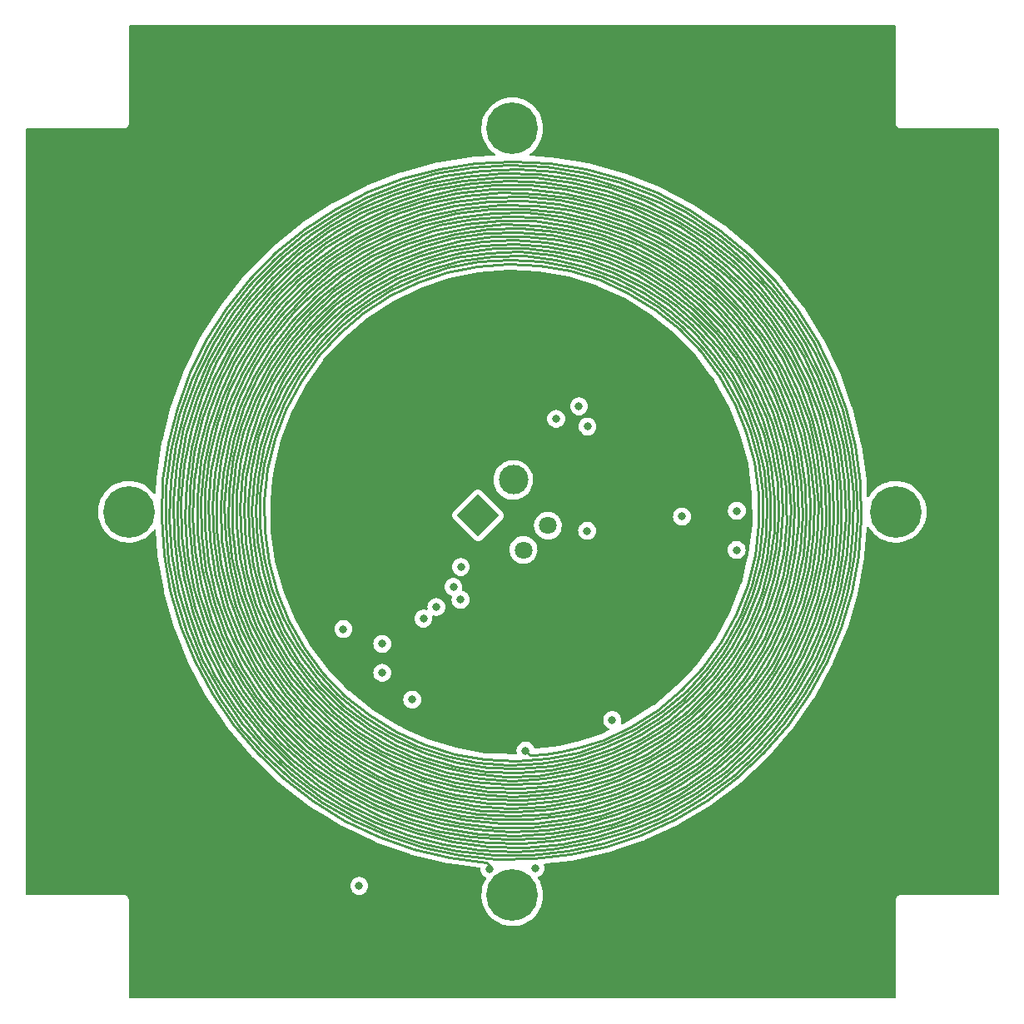
<source format=gbr>
%TF.GenerationSoftware,KiCad,Pcbnew,(6.0.9)*%
%TF.CreationDate,2023-03-28T01:31:43-07:00*%
%TF.ProjectId,solar-panel-side-Z,736f6c61-722d-4706-916e-656c2d736964,3.1*%
%TF.SameCoordinates,Original*%
%TF.FileFunction,Copper,L3,Inr*%
%TF.FilePolarity,Positive*%
%FSLAX46Y46*%
G04 Gerber Fmt 4.6, Leading zero omitted, Abs format (unit mm)*
G04 Created by KiCad (PCBNEW (6.0.9)) date 2023-03-28 01:31:43*
%MOMM*%
%LPD*%
G01*
G04 APERTURE LIST*
G04 Aperture macros list*
%AMRotRect*
0 Rectangle, with rotation*
0 The origin of the aperture is its center*
0 $1 length*
0 $2 width*
0 $3 Rotation angle, in degrees counterclockwise*
0 Add horizontal line*
21,1,$1,$2,0,0,$3*%
G04 Aperture macros list end*
%TA.AperFunction,ComponentPad*%
%ADD10C,5.250000*%
%TD*%
%TA.AperFunction,ComponentPad*%
%ADD11C,1.800000*%
%TD*%
%TA.AperFunction,ComponentPad*%
%ADD12RotRect,3.000000X3.000000X45.000000*%
%TD*%
%TA.AperFunction,ComponentPad*%
%ADD13C,3.000000*%
%TD*%
%TA.AperFunction,ViaPad*%
%ADD14C,0.800000*%
%TD*%
%TA.AperFunction,Conductor*%
%ADD15C,0.250000*%
%TD*%
G04 APERTURE END LIST*
D10*
%TO.N,unconnected-(J4-Pad1)*%
%TO.C,J4*%
X110500000Y-85000000D03*
%TD*%
%TO.N,unconnected-(J5-Pad1)*%
%TO.C,J5*%
X149500000Y-124000000D03*
%TD*%
%TO.N,unconnected-(J6-Pad1)*%
%TO.C,J6*%
X149500000Y-46000000D03*
%TD*%
%TO.N,unconnected-(J7-Pad1)*%
%TO.C,J7*%
X188500000Y-85000000D03*
%TD*%
D11*
%TO.N,Net-(J2-Pad1)*%
%TO.C,J2*%
X153121371Y-86416497D03*
%TO.N,Net-(J2-Pad2)*%
X150646497Y-88891371D03*
%TD*%
D12*
%TO.N,Net-(J2-Pad2)*%
%TO.C,J3*%
X146020000Y-85360000D03*
D13*
%TO.N,Net-(J2-Pad1)*%
X149612102Y-81767898D03*
%TD*%
D14*
%TO.N,GND*%
X171630000Y-123540000D03*
X162420000Y-71460000D03*
X164540000Y-46420000D03*
X156260000Y-77181974D03*
X145680000Y-105410000D03*
X148900000Y-105410000D03*
X137946283Y-91716283D03*
X111040000Y-62950000D03*
X165948061Y-69851939D03*
X119890000Y-126760000D03*
X163434805Y-84636536D03*
%TO.N,+3V3*%
X136278502Y-101378502D03*
X136278502Y-98431498D03*
X159658854Y-106178544D03*
X157110000Y-86940000D03*
X172337279Y-84901701D03*
%TO.N,VSOLAR*%
X132315000Y-96935000D03*
%TO.N,SDA*%
X144270000Y-90620000D03*
X153961802Y-75551802D03*
X144245000Y-93955000D03*
X157140000Y-76330000D03*
%TO.N,SCL*%
X156280000Y-74280000D03*
X143511396Y-92641396D03*
%TO.N,Net-(SC5-Pad2)*%
X139330000Y-104100000D03*
X133930000Y-123050000D03*
%TO.N,Net-(U2-Pad7)*%
X147180000Y-121330000D03*
X141780000Y-94680000D03*
X150850000Y-109290000D03*
X140460000Y-95870000D03*
X151860000Y-121250000D03*
%TO.N,AGND*%
X172316065Y-88896855D03*
X166758207Y-85488599D03*
%TD*%
D15*
%TO.N,Net-(U2-Pad7)*%
X118955000Y-103495000D02*
X117175000Y-100175000D01*
X122065000Y-104595000D02*
X120105000Y-101505000D01*
X180165000Y-83555000D02*
X180115000Y-87085000D01*
X174605000Y-71825000D02*
X175975000Y-74895000D01*
X133595000Y-57135000D02*
X136795000Y-55545000D01*
X115265000Y-78205000D02*
X116185000Y-74595000D01*
X166025000Y-63905000D02*
X168475000Y-66095000D01*
X154995000Y-55875000D02*
X158385000Y-56735000D01*
X173615000Y-108695000D02*
X170855000Y-111195000D01*
X114705000Y-93025000D02*
X114055000Y-89325000D01*
X181765000Y-83465000D02*
X181725000Y-87045000D01*
X181825000Y-72275000D02*
X182985000Y-75795000D01*
X183115000Y-89225000D02*
X182455000Y-92815000D01*
X160805000Y-117665000D02*
X157255000Y-118675000D01*
X163595000Y-60795000D02*
X166385000Y-62665000D01*
X170725000Y-98255000D02*
X168845000Y-100855000D01*
X126965000Y-110085000D02*
X124365000Y-107465000D01*
X172515000Y-67075000D02*
X174445000Y-69905000D01*
X121725000Y-94355000D02*
X120825000Y-91045000D01*
X136855000Y-107395000D02*
X134205000Y-105675000D01*
X176395000Y-74885000D02*
X177395000Y-78145000D01*
X138965000Y-113225000D02*
X135795000Y-111825000D01*
X113945000Y-81765000D02*
X114485000Y-78035000D01*
X127495000Y-105555000D02*
X125295000Y-102915000D01*
X121395000Y-94615000D02*
X120475000Y-91315000D01*
X119445000Y-86815000D02*
X119445000Y-83325000D01*
X149545000Y-115945000D02*
X146015000Y-115745000D01*
X131025000Y-104565000D02*
X128775000Y-102165000D01*
X153015000Y-117365000D02*
X149415000Y-117545000D01*
X172305000Y-112075000D02*
X169335000Y-114305000D01*
X131685000Y-106755000D02*
X129195000Y-104435000D01*
X147895000Y-120305000D02*
X144135000Y-119925000D01*
X132185000Y-54715000D02*
X135545000Y-53035000D01*
X134345000Y-112415000D02*
X131345000Y-110525000D01*
X164015000Y-64425000D02*
X166475000Y-66425000D01*
X127085000Y-65525000D02*
X129485000Y-63075000D01*
X152275000Y-59945000D02*
X155365000Y-60485000D01*
X174415000Y-69085000D02*
X176075000Y-72085000D01*
X178835000Y-93925000D02*
X177605000Y-97225000D01*
X173155000Y-58945000D02*
X175755000Y-61585000D01*
X120495000Y-80845000D02*
X121185000Y-77465000D01*
X154875000Y-52195000D02*
X158445000Y-52995000D01*
X116335000Y-82025000D02*
X116855000Y-78415000D01*
X177745000Y-68415000D02*
X179395000Y-71645000D01*
X119985000Y-73435000D02*
X121465000Y-70205000D01*
X140605000Y-112105000D02*
X137445000Y-110855000D01*
X178665000Y-99655000D02*
X176865000Y-102765000D01*
X142275000Y-111775000D02*
X139125000Y-110715000D01*
X170985000Y-99335000D02*
X169045000Y-101865000D01*
X123195000Y-81725000D02*
X123805000Y-78515000D01*
X137095000Y-56725000D02*
X140445000Y-55485000D01*
X179285000Y-82385000D02*
X179375000Y-85825000D01*
X178815000Y-77225000D02*
X179495000Y-80625000D01*
X140285000Y-118695000D02*
X136715000Y-117505000D01*
X116865000Y-71545000D02*
X118475000Y-68165000D01*
X159775000Y-116745000D02*
X156255000Y-117665000D01*
X146015000Y-115745000D02*
X142575000Y-115145000D01*
X114215000Y-86245000D02*
X114285000Y-82485000D01*
X139875000Y-117745000D02*
X136385000Y-116505000D01*
X163455000Y-112205000D02*
X160255000Y-113615000D01*
X127175000Y-112365000D02*
X124395000Y-109835000D01*
X172015000Y-99225000D02*
X170125000Y-101825000D01*
X121485000Y-100695000D02*
X119915000Y-97475000D01*
X165305000Y-105885000D02*
X162605000Y-107665000D01*
X172865000Y-68915000D02*
X174605000Y-71825000D01*
X124165000Y-68025000D02*
X126235000Y-65285000D01*
X173615000Y-59925000D02*
X176145000Y-62655000D01*
X168365000Y-107025000D02*
X165665000Y-109065000D01*
X123415000Y-103725000D02*
X121485000Y-100695000D01*
X182555000Y-79485000D02*
X182945000Y-83145000D01*
X180315000Y-93115000D02*
X179205000Y-96485000D01*
X141235000Y-60275000D02*
X144315000Y-59455000D01*
X141425000Y-56445000D02*
X144815000Y-55705000D01*
X180595000Y-89875000D02*
X179845000Y-93315000D01*
X136285000Y-108455000D02*
X133525000Y-106665000D01*
X142895000Y-111525000D02*
X139765000Y-110535000D01*
X139895000Y-59045000D02*
X143035000Y-58095000D01*
X150835000Y-119125000D02*
X147125000Y-119055000D01*
X122025000Y-70855000D02*
X123815000Y-67825000D01*
X133435000Y-116455000D02*
X130205000Y-114585000D01*
X149485000Y-112345000D02*
X146175000Y-112135000D01*
X126395000Y-97155000D02*
X125085000Y-94245000D01*
X144875000Y-116395000D02*
X141355000Y-115665000D01*
X119835000Y-79885000D02*
X120615000Y-76525000D01*
X123625000Y-81545000D02*
X124255000Y-78365000D01*
X148955000Y-54945000D02*
X152425000Y-55095000D01*
X150005000Y-115545000D02*
X146465000Y-115385000D01*
X122055000Y-81235000D02*
X122695000Y-78005000D01*
X128325000Y-104685000D02*
X126155000Y-102055000D01*
X129155000Y-66805000D02*
X131515000Y-64475000D01*
X171455000Y-61185000D02*
X173945000Y-63765000D01*
X160625000Y-59285000D02*
X163595000Y-60795000D01*
X154655000Y-52565000D02*
X158175000Y-53335000D01*
X178075000Y-79395000D02*
X178515000Y-82725000D01*
X167345000Y-106315000D02*
X164695000Y-108265000D01*
X125005000Y-92805000D02*
X124225000Y-89695000D01*
X123815000Y-67825000D02*
X125905000Y-65055000D01*
X147565000Y-57005000D02*
X150915000Y-56985000D01*
X166725000Y-109315000D02*
X163755000Y-111145000D01*
X118005000Y-75475000D02*
X119255000Y-72045000D01*
X137225000Y-58855000D02*
X140435000Y-57585000D01*
X162915000Y-53295000D02*
X166265000Y-54945000D01*
X134765000Y-57405000D02*
X138025000Y-55905000D01*
X128885000Y-65335000D02*
X131355000Y-63035000D01*
X118355000Y-90945000D02*
X117885000Y-87425000D01*
X131675000Y-113155000D02*
X128705000Y-111035000D01*
X125275000Y-75285000D02*
X126665000Y-72365000D01*
X171075000Y-106145000D02*
X168505000Y-108465000D01*
X128775000Y-102165000D02*
X126835000Y-99505000D01*
X146205000Y-117775000D02*
X142605000Y-117205000D01*
X157705000Y-55275000D02*
X161055000Y-56425000D01*
X145805000Y-117325000D02*
X142245000Y-116715000D01*
X151307403Y-109747403D02*
X150850000Y-109290000D01*
X175805000Y-99085000D02*
X173995000Y-102015000D01*
X183955000Y-78205000D02*
X184465000Y-81885000D01*
X117885000Y-90605000D02*
X117465000Y-87055000D01*
X124245000Y-83825000D02*
X124595000Y-80625000D01*
X159705000Y-109535000D02*
X156615000Y-110585000D01*
X181725000Y-87045000D02*
X181285000Y-90595000D01*
X183265000Y-81915000D02*
X183395000Y-85555000D01*
X157465000Y-51085000D02*
X161025000Y-52135000D01*
X123545000Y-105885000D02*
X121425000Y-102935000D01*
X137055000Y-62535000D02*
X139965000Y-61165000D01*
X158585000Y-109115000D02*
X155495000Y-110055000D01*
X117485000Y-71105000D02*
X119155000Y-67765000D01*
X141395000Y-54795000D02*
X144835000Y-54085000D01*
X136205000Y-115995000D02*
X132885000Y-114345000D01*
X153515000Y-110845000D02*
X150265000Y-111135000D01*
X126275000Y-71435000D02*
X128135000Y-68665000D01*
X116425000Y-94865000D02*
X115555000Y-91215000D01*
X170015000Y-103175000D02*
X167675000Y-105505000D01*
X121775000Y-74345000D02*
X123205000Y-71195000D01*
X164175000Y-52545000D02*
X167515000Y-54285000D01*
X143685000Y-53465000D02*
X147175000Y-53025000D01*
X117965000Y-73115000D02*
X119455000Y-69745000D01*
X118875000Y-76805000D02*
X119985000Y-73435000D01*
X118145000Y-80305000D02*
X118875000Y-76805000D01*
X178745000Y-72145000D02*
X179985000Y-75505000D01*
X179225000Y-97505000D02*
X177645000Y-100715000D01*
X179075000Y-76665000D02*
X179815000Y-80065000D01*
X116855000Y-78415000D02*
X117775000Y-74875000D01*
X127695000Y-60375000D02*
X130545000Y-58125000D01*
X138235000Y-116365000D02*
X134875000Y-114945000D01*
X182185000Y-71035000D02*
X183465000Y-74565000D01*
X178385000Y-65655000D02*
X180275000Y-68855000D01*
X149685000Y-57745000D02*
X153015000Y-57985000D01*
X139175000Y-114155000D02*
X135945000Y-112795000D01*
X184695000Y-89505000D02*
X184015000Y-93175000D01*
X129195000Y-104435000D02*
X127025000Y-101885000D01*
X162315000Y-117535000D02*
X158755000Y-118715000D01*
X175075000Y-109485000D02*
X172305000Y-112075000D01*
X179675000Y-87575000D02*
X179165000Y-91025000D01*
X119005000Y-84405000D02*
X119255000Y-81025000D01*
X183735000Y-90535000D02*
X182925000Y-94195000D01*
X145755000Y-49535000D02*
X149535000Y-49345000D01*
X135435000Y-114325000D02*
X132285000Y-112595000D01*
X170235000Y-56555000D02*
X173155000Y-58945000D01*
X147825000Y-116295000D02*
X144335000Y-115905000D01*
X133335000Y-115955000D02*
X130115000Y-114045000D01*
X134205000Y-105675000D02*
X131705000Y-103565000D01*
X116865000Y-76595000D02*
X117965000Y-73115000D01*
X121445000Y-97965000D02*
X120165000Y-94735000D01*
X178095000Y-64525000D02*
X180095000Y-67685000D01*
X126685000Y-67925000D02*
X128885000Y-65335000D01*
X170565000Y-71265000D02*
X172125000Y-74075000D01*
X159715000Y-60635000D02*
X162615000Y-62075000D01*
X182465000Y-81975000D02*
X182585000Y-85615000D01*
X180445000Y-94115000D02*
X179225000Y-97505000D01*
X121065000Y-86905000D02*
X121035000Y-83525000D01*
X166475000Y-110445000D02*
X163455000Y-112205000D01*
X139635000Y-117255000D02*
X136205000Y-115995000D01*
X172255000Y-59215000D02*
X174915000Y-61845000D01*
X119935000Y-87885000D02*
X119805000Y-84385000D01*
X121795000Y-84605000D02*
X122055000Y-81235000D01*
X129675000Y-68655000D02*
X131845000Y-66335000D01*
X115335000Y-80165000D02*
X116065000Y-76485000D01*
X119915000Y-97475000D02*
X118705000Y-94085000D01*
X130785000Y-56515000D02*
X133965000Y-54665000D01*
X148865000Y-112735000D02*
X145555000Y-112455000D01*
X178015000Y-69715000D02*
X179515000Y-72955000D01*
X173955000Y-74175000D02*
X175085000Y-77265000D01*
X133525000Y-106665000D02*
X131025000Y-104565000D01*
X173285000Y-64845000D02*
X175415000Y-67695000D01*
X123685000Y-77425000D02*
X124805000Y-74335000D01*
X131345000Y-110525000D02*
X128565000Y-108295000D01*
X158825000Y-55195000D02*
X162105000Y-56435000D01*
X121135000Y-79455000D02*
X121985000Y-76155000D01*
X131245000Y-108455000D02*
X128655000Y-106175000D01*
X157395000Y-59355000D02*
X160485000Y-60535000D01*
X139025000Y-51735000D02*
X142645000Y-50815000D01*
X119285000Y-101675000D02*
X117665000Y-98315000D01*
X144185000Y-116695000D02*
X140715000Y-115905000D01*
X164925000Y-56035000D02*
X167985000Y-57905000D01*
X152085000Y-111825000D02*
X148805000Y-111935000D01*
X171195000Y-98265000D02*
X169355000Y-100865000D01*
X114055000Y-89325000D02*
X113795000Y-85625000D01*
X173765000Y-98635000D02*
X171935000Y-101455000D01*
X168505000Y-108465000D02*
X165655000Y-110495000D01*
X120165000Y-94735000D02*
X119245000Y-91315000D01*
X151895000Y-53845000D02*
X155375000Y-54315000D01*
X125085000Y-94245000D02*
X124125000Y-91135000D01*
X176875000Y-69305000D02*
X178455000Y-72485000D01*
X116475000Y-89325000D02*
X116205000Y-85645000D01*
X180555000Y-97435000D02*
X178995000Y-100755000D01*
X150795000Y-54175000D02*
X154315000Y-54535000D01*
X176025000Y-101105000D02*
X174025000Y-103995000D01*
X117885000Y-87425000D02*
X117815000Y-83855000D01*
X148725000Y-55755000D02*
X152105000Y-55865000D01*
X134335000Y-110095000D02*
X131505000Y-108145000D01*
X126155000Y-102055000D02*
X124315000Y-99195000D01*
X148995000Y-118335000D02*
X145305000Y-118075000D01*
X134885000Y-61015000D02*
X137845000Y-59455000D01*
X182945000Y-83145000D02*
X182935000Y-86835000D01*
X176815000Y-81765000D02*
X176995000Y-84975000D01*
X181485000Y-100265000D02*
X179715000Y-103515000D01*
X131845000Y-66335000D02*
X134315000Y-64285000D01*
X119455000Y-69745000D02*
X121295000Y-66565000D01*
X125325000Y-59285000D02*
X128245000Y-56835000D01*
X174585000Y-67185000D02*
X176445000Y-70175000D01*
X169355000Y-100865000D02*
X167215000Y-103215000D01*
X169145000Y-108975000D02*
X166225000Y-111085000D01*
X149175000Y-49745000D02*
X152905000Y-49915000D01*
X116995000Y-85455000D02*
X117155000Y-81815000D01*
X122685000Y-97795000D02*
X121395000Y-94615000D01*
X119675000Y-91415000D02*
X119145000Y-87965000D01*
X160255000Y-113615000D02*
X156925000Y-114645000D01*
X169625000Y-58095000D02*
X172405000Y-60425000D01*
X126765000Y-108805000D02*
X124275000Y-106145000D01*
X176135000Y-66615000D02*
X178015000Y-69715000D01*
X140735000Y-109615000D02*
X137755000Y-108335000D01*
X147115000Y-114645000D02*
X143695000Y-114165000D01*
X155535000Y-116175000D02*
X151955000Y-116655000D01*
X136715000Y-109145000D02*
X133935000Y-107455000D01*
X178455000Y-72485000D02*
X179665000Y-75825000D01*
X176835000Y-79325000D02*
X177295000Y-82555000D01*
X170025000Y-110835000D02*
X167045000Y-112935000D01*
X147405000Y-52205000D02*
X151065000Y-52185000D01*
X127755000Y-61395000D02*
X130565000Y-59095000D01*
X159765000Y-109075000D02*
X156645000Y-110165000D01*
X121485000Y-90275000D02*
X121065000Y-86905000D01*
X177185000Y-70715000D02*
X178615000Y-73955000D01*
X133315000Y-107505000D02*
X130705000Y-105375000D01*
X146155000Y-119375000D02*
X142485000Y-118815000D01*
X120825000Y-91045000D02*
X120315000Y-87655000D01*
X153075000Y-115745000D02*
X149545000Y-115945000D01*
X118605000Y-84345000D02*
X118865000Y-80895000D01*
X180325000Y-80775000D02*
X180595000Y-84315000D01*
X168525000Y-110475000D02*
X165515000Y-112455000D01*
X130115000Y-114045000D02*
X127125000Y-111805000D01*
X152945000Y-57575000D02*
X156205000Y-58185000D01*
X120205000Y-84265000D02*
X120495000Y-80845000D01*
X177295000Y-82555000D02*
X177345000Y-84575000D01*
X174555000Y-76905000D02*
X175345000Y-80045000D01*
X170795000Y-63885000D02*
X173075000Y-66495000D01*
X152820000Y-109640000D02*
X151307403Y-109747403D01*
X150075000Y-50155000D02*
X153775000Y-50415000D01*
X134235000Y-58615000D02*
X137385000Y-57035000D01*
X136795000Y-55545000D02*
X140185000Y-54305000D01*
X166475000Y-66425000D02*
X168665000Y-68695000D01*
X135895000Y-118035000D02*
X132475000Y-116405000D01*
X145495000Y-55205000D02*
X148955000Y-54945000D01*
X178215000Y-89585000D02*
X177465000Y-92905000D01*
X158715000Y-111195000D02*
X155505000Y-112105000D01*
X122735000Y-65195000D02*
X125035000Y-62415000D01*
X130565000Y-59095000D02*
X133595000Y-57135000D01*
X177555000Y-106625000D02*
X175075000Y-109485000D01*
X158375000Y-115085000D02*
X154925000Y-115885000D01*
X167345000Y-58915000D02*
X170145000Y-61085000D01*
X143985000Y-52195000D02*
X147655000Y-51795000D01*
X114755000Y-78745000D02*
X115615000Y-75095000D01*
X120555000Y-66975000D02*
X122665000Y-63965000D01*
X164265000Y-106145000D02*
X161525000Y-107805000D01*
X169955000Y-68355000D02*
X171845000Y-71015000D01*
X184465000Y-81885000D02*
X184585000Y-85655000D01*
X164305000Y-57065000D02*
X167345000Y-58915000D01*
X126835000Y-99505000D02*
X125235000Y-96635000D01*
X179925000Y-91305000D02*
X178995000Y-94725000D01*
X135545000Y-53035000D02*
X139025000Y-51735000D01*
X173295000Y-76935000D02*
X174105000Y-79975000D01*
X149805000Y-119545000D02*
X146155000Y-119375000D01*
X158755000Y-108205000D02*
X156232525Y-109012525D01*
X120735000Y-68225000D02*
X122735000Y-65195000D01*
X124315000Y-99195000D02*
X122825000Y-96145000D01*
X126405000Y-100315000D02*
X124745000Y-97455000D01*
X156925000Y-114645000D02*
X153475000Y-115295000D01*
X138025000Y-55905000D02*
X141395000Y-54795000D01*
X165155000Y-55705000D02*
X168295000Y-57625000D01*
X121225000Y-69805000D02*
X123065000Y-66805000D01*
X175675000Y-91875000D02*
X174645000Y-94975000D01*
X116185000Y-74595000D02*
X117485000Y-71105000D01*
X179845000Y-93315000D02*
X178695000Y-96695000D01*
X118565000Y-76425000D02*
X119715000Y-73025000D01*
X177055000Y-89235000D02*
X176335000Y-92495000D01*
X179205000Y-96485000D02*
X177745000Y-99705000D01*
X121915000Y-98035000D02*
X120605000Y-94795000D01*
X156355000Y-52065000D02*
X159925000Y-53025000D01*
X152655000Y-114985000D02*
X149185000Y-115145000D01*
X117015000Y-95395000D02*
X116085000Y-91835000D01*
X128635000Y-60095000D02*
X131575000Y-57915000D01*
X126455000Y-74595000D02*
X127955000Y-71795000D01*
X168115000Y-111265000D02*
X165035000Y-113185000D01*
X169375000Y-103285000D02*
X166985000Y-105575000D01*
X117665000Y-98315000D02*
X116425000Y-94865000D01*
X161065000Y-55565000D02*
X164305000Y-57065000D01*
X119805000Y-103355000D02*
X118015000Y-100075000D01*
X122105000Y-102505000D02*
X120325000Y-99345000D01*
X167515000Y-58545000D02*
X170325000Y-60715000D01*
X173715000Y-105635000D02*
X171225000Y-108225000D01*
X179665000Y-77325000D02*
X180325000Y-80775000D01*
X142645000Y-50815000D02*
X146315000Y-50285000D01*
X136385000Y-116505000D02*
X133065000Y-114905000D01*
X123555000Y-107765000D02*
X121255000Y-104835000D01*
X181815000Y-74655000D02*
X182735000Y-78235000D01*
X119155000Y-67765000D02*
X121175000Y-64615000D01*
X174105000Y-79975000D02*
X174525000Y-83125000D01*
X157365000Y-113705000D02*
X153995000Y-114415000D01*
X184305000Y-89395000D02*
X183625000Y-93075000D01*
X160095000Y-115795000D02*
X156555000Y-116785000D01*
X184875000Y-81945000D02*
X184985000Y-85725000D01*
X135665000Y-58285000D02*
X138795000Y-56895000D01*
X172005000Y-69785000D02*
X173675000Y-72645000D01*
X134405000Y-108725000D02*
X131685000Y-106755000D01*
X116685000Y-82565000D02*
X117155000Y-78965000D01*
X176145000Y-62655000D02*
X178385000Y-65655000D01*
X174725000Y-72965000D02*
X175965000Y-76055000D01*
X124395000Y-109835000D02*
X121905000Y-107035000D01*
X135385000Y-63065000D02*
X138205000Y-61495000D01*
X150335000Y-113135000D02*
X146985000Y-113025000D01*
X128995000Y-61365000D02*
X131795000Y-59205000D01*
X144855000Y-52865000D02*
X148435000Y-52555000D01*
X128095000Y-99955000D02*
X126395000Y-97155000D01*
X143685000Y-112525000D02*
X140425000Y-111625000D01*
X118645000Y-74785000D02*
X119955000Y-71455000D01*
X138685000Y-57795000D02*
X141965000Y-56715000D01*
X129975000Y-63165000D02*
X132775000Y-60965000D01*
X175085000Y-97885000D02*
X173375000Y-100795000D01*
X168255000Y-113585000D02*
X165055000Y-115435000D01*
X125105000Y-103985000D02*
X123115000Y-101105000D01*
X174725000Y-105675000D02*
X172235000Y-108365000D01*
X130115000Y-102495000D02*
X128095000Y-99955000D01*
X122165000Y-76925000D02*
X123315000Y-73745000D01*
X182565000Y-96645000D02*
X181115000Y-100115000D01*
X123065000Y-66805000D02*
X125285000Y-63935000D01*
X118195000Y-96375000D02*
X117135000Y-92865000D01*
X124225000Y-89695000D02*
X123835000Y-86505000D01*
X129055000Y-56735000D02*
X132185000Y-54715000D01*
X133065000Y-114905000D02*
X129955000Y-112965000D01*
X176025000Y-72925000D02*
X177235000Y-76085000D01*
X170835000Y-104655000D02*
X168365000Y-107025000D01*
X122065000Y-100905000D02*
X120455000Y-97725000D01*
X175055000Y-69365000D02*
X176675000Y-72415000D01*
X123565000Y-87985000D02*
X123395000Y-84775000D01*
X172235000Y-108365000D02*
X169565000Y-110685000D01*
X129235000Y-114415000D02*
X126255000Y-112115000D01*
X155495000Y-110055000D02*
X152315000Y-110595000D01*
X123935000Y-94595000D02*
X122965000Y-91455000D01*
X134985000Y-106715000D02*
X132395000Y-104735000D01*
X131925000Y-66845000D02*
X134345000Y-64805000D01*
X117665000Y-93345000D02*
X116945000Y-89795000D01*
X127715000Y-59825000D02*
X130565000Y-57625000D01*
X129905000Y-62165000D02*
X132685000Y-60055000D01*
X123945000Y-73315000D02*
X125515000Y-70365000D01*
X164265000Y-64085000D02*
X166775000Y-66125000D01*
X181895000Y-89315000D02*
X181205000Y-92875000D01*
X143655000Y-109645000D02*
X140505000Y-108665000D01*
X157135000Y-57195000D02*
X160355000Y-58295000D01*
X116365000Y-91175000D02*
X115895000Y-87525000D01*
X171955000Y-111845000D02*
X168945000Y-114085000D01*
X135425000Y-116525000D02*
X132135000Y-114835000D01*
X150435000Y-56165000D02*
X153825000Y-56485000D01*
X132295000Y-64865000D02*
X134875000Y-62925000D01*
X122725000Y-76465000D02*
X123945000Y-73315000D01*
X133965000Y-62085000D02*
X136835000Y-60385000D01*
X157015000Y-50165000D02*
X160635000Y-51155000D01*
X128245000Y-56835000D02*
X131315000Y-54765000D01*
X142065000Y-50115000D02*
X145755000Y-49535000D01*
X174935000Y-63075000D02*
X177145000Y-65965000D01*
X142285000Y-114255000D02*
X138965000Y-113225000D01*
X147175000Y-53025000D02*
X150725000Y-52975000D01*
X155845000Y-51145000D02*
X159455000Y-52035000D01*
X154245000Y-57365000D02*
X157475000Y-58125000D01*
X115015000Y-83835000D02*
X115335000Y-80165000D01*
X160415000Y-111405000D02*
X157235000Y-112495000D01*
X122375000Y-88125000D02*
X122195000Y-84875000D01*
X177065000Y-103905000D02*
X174815000Y-106815000D01*
X152165000Y-50655000D02*
X155845000Y-51145000D01*
X175175000Y-105755000D02*
X172775000Y-108405000D01*
X126145000Y-110415000D02*
X123555000Y-107765000D01*
X161325000Y-116635000D02*
X157775000Y-117735000D01*
X179395000Y-71645000D02*
X180675000Y-75015000D01*
X118235000Y-86555000D02*
X118265000Y-82945000D01*
X168895000Y-63725000D02*
X171265000Y-66175000D01*
X122495000Y-91195000D02*
X121945000Y-87905000D01*
X165305000Y-63855000D02*
X167775000Y-65965000D01*
X154185000Y-118425000D02*
X150545000Y-118735000D01*
X116735000Y-70825000D02*
X118405000Y-67455000D01*
X173585000Y-96385000D02*
X172015000Y-99225000D01*
X132185000Y-62885000D02*
X134885000Y-61015000D01*
X155475000Y-51485000D02*
X159065000Y-52335000D01*
X137015000Y-59405000D02*
X140125000Y-58115000D01*
X159405000Y-59215000D02*
X162405000Y-60585000D01*
X156232525Y-109012525D02*
X154400000Y-109450000D01*
X177925000Y-75615000D02*
X178805000Y-78955000D01*
X153415000Y-56825000D02*
X156715000Y-57495000D01*
X163165000Y-109645000D02*
X160135000Y-111085000D01*
X184145000Y-83145000D02*
X184135000Y-86885000D01*
X150585000Y-113525000D02*
X147185000Y-113445000D01*
X171265000Y-66175000D02*
X173305000Y-68855000D01*
X135625000Y-59215000D02*
X138685000Y-57795000D01*
X155625000Y-60105000D02*
X158655000Y-61065000D01*
X161525000Y-62395000D02*
X164265000Y-64085000D01*
X130205000Y-114585000D02*
X127175000Y-112365000D01*
X143845000Y-110515000D02*
X140735000Y-109615000D01*
X132175000Y-105075000D02*
X129855000Y-102805000D01*
X165245000Y-62325000D02*
X167845000Y-64395000D01*
X136835000Y-60385000D02*
X139895000Y-59045000D01*
X173075000Y-66495000D02*
X175055000Y-69365000D01*
X132795000Y-110065000D02*
X130025000Y-107975000D01*
X177385000Y-75265000D02*
X178305000Y-78555000D01*
X143695000Y-114165000D02*
X140345000Y-113285000D01*
X175385000Y-84125000D02*
X175285000Y-87315000D01*
X149095000Y-51345000D02*
X152715000Y-51505000D01*
X113795000Y-85625000D02*
X113945000Y-81765000D01*
X177255000Y-64735000D02*
X179255000Y-67825000D01*
X166085000Y-116255000D02*
X162625000Y-117845000D01*
X178735000Y-88815000D02*
X178075000Y-92185000D01*
X157475000Y-58125000D02*
X160625000Y-59285000D01*
X119715000Y-73025000D02*
X121225000Y-69805000D01*
X172995000Y-102035000D02*
X170835000Y-104655000D01*
X165515000Y-112455000D02*
X162315000Y-114075000D01*
X117235000Y-94755000D02*
X116365000Y-91175000D01*
X124735000Y-90105000D02*
X124295000Y-86985000D01*
X175745000Y-83255000D02*
X175745000Y-86515000D01*
X132285000Y-112595000D02*
X129335000Y-110515000D01*
X158385000Y-56735000D02*
X161565000Y-57945000D01*
X123145000Y-90425000D02*
X122685000Y-87215000D01*
X143455000Y-118595000D02*
X139875000Y-117745000D01*
X139685000Y-113905000D02*
X136435000Y-112585000D01*
X174445000Y-69905000D02*
X176025000Y-72925000D01*
X129205000Y-105025000D02*
X126985000Y-102495000D01*
X120105000Y-101505000D02*
X118475000Y-98185000D01*
X119635000Y-99755000D02*
X118195000Y-96375000D01*
X119715000Y-103965000D02*
X117865000Y-100685000D01*
X117175000Y-72945000D02*
X118655000Y-69545000D01*
X149895000Y-110345000D02*
X146715000Y-110175000D01*
X132885000Y-114345000D02*
X129815000Y-112375000D01*
X125285000Y-63935000D02*
X127755000Y-61395000D01*
X139995000Y-59435000D02*
X143175000Y-58475000D01*
X173665000Y-76745000D02*
X174495000Y-79855000D01*
X124255000Y-78365000D02*
X125275000Y-75285000D01*
X121185000Y-77465000D02*
X122235000Y-74275000D01*
X167105000Y-54505000D02*
X170235000Y-56555000D01*
X117465000Y-87055000D02*
X117435000Y-83465000D01*
X147075000Y-56245000D02*
X150435000Y-56165000D01*
X169335000Y-114305000D02*
X166085000Y-116255000D01*
X119545000Y-77395000D02*
X120605000Y-74045000D01*
X173795000Y-97755000D02*
X172075000Y-100575000D01*
X135055000Y-59065000D02*
X138185000Y-57565000D01*
X182935000Y-96795000D02*
X181485000Y-100265000D01*
X184585000Y-85655000D02*
X184305000Y-89395000D01*
X124745000Y-97455000D02*
X123435000Y-94395000D01*
X165405000Y-59555000D02*
X168225000Y-61565000D01*
X158655000Y-61065000D02*
X161525000Y-62395000D01*
X179165000Y-91025000D02*
X178275000Y-94355000D01*
X136905000Y-118005000D02*
X133435000Y-116455000D01*
X144055000Y-55025000D02*
X147515000Y-54605000D01*
X162605000Y-107665000D02*
X159765000Y-109075000D01*
X149625000Y-57345000D02*
X152945000Y-57575000D01*
X169045000Y-101865000D02*
X166795000Y-104145000D01*
X130785000Y-107045000D02*
X128325000Y-104685000D01*
X159165000Y-56565000D02*
X162385000Y-57885000D01*
X166695000Y-108835000D02*
X163805000Y-110665000D01*
X155505000Y-112105000D02*
X152195000Y-112615000D01*
X156655000Y-59555000D02*
X159715000Y-60635000D01*
X118725000Y-87855000D02*
X118605000Y-84345000D01*
X177235000Y-76085000D02*
X178075000Y-79395000D01*
X166335000Y-108105000D02*
X163505000Y-109915000D01*
X142795000Y-109845000D02*
X139775000Y-108815000D01*
X174695000Y-109305000D02*
X171955000Y-111845000D01*
X114285000Y-82485000D02*
X114755000Y-78745000D01*
X123505000Y-96705000D02*
X122305000Y-93555000D01*
X170995000Y-103275000D02*
X168665000Y-105695000D01*
X143175000Y-58475000D02*
X146395000Y-57915000D01*
X179785000Y-84075000D02*
X179675000Y-87575000D01*
X178615000Y-73955000D02*
X179665000Y-77325000D01*
X176855000Y-64865000D02*
X178855000Y-67935000D01*
X180345000Y-99875000D02*
X178555000Y-103095000D01*
X170045000Y-63705000D02*
X172385000Y-66265000D01*
X173845000Y-92455000D02*
X172715000Y-95425000D01*
X167175000Y-60265000D02*
X169945000Y-62515000D01*
X152495000Y-59535000D02*
X155625000Y-60105000D01*
X131675000Y-56415000D02*
X134905000Y-54645000D01*
X153115000Y-110095000D02*
X149895000Y-110345000D01*
X179985000Y-75505000D02*
X180835000Y-78945000D01*
X122695000Y-78005000D02*
X123725000Y-74855000D01*
X154515000Y-118785000D02*
X150835000Y-119125000D01*
X143035000Y-58095000D02*
X146385000Y-57515000D01*
X124225000Y-66545000D02*
X126455000Y-63825000D01*
X161965000Y-58575000D02*
X164955000Y-60215000D01*
X177035000Y-95445000D02*
X175635000Y-98555000D01*
X126015000Y-62545000D02*
X128635000Y-60095000D01*
X131705000Y-103565000D02*
X129545000Y-101215000D01*
X138285000Y-53245000D02*
X141825000Y-52215000D01*
X120505000Y-66315000D02*
X122695000Y-63295000D01*
X128415000Y-102985000D02*
X126405000Y-100315000D01*
X127405000Y-67645000D02*
X129635000Y-65135000D01*
X175175000Y-65945000D02*
X177135000Y-68955000D01*
X121615000Y-68305000D02*
X123665000Y-65295000D01*
X172265000Y-109445000D02*
X169485000Y-111755000D01*
X141735000Y-117415000D02*
X138235000Y-116365000D01*
X182315000Y-89255000D02*
X181625000Y-92825000D01*
X166385000Y-62665000D02*
X168915000Y-64845000D01*
X128905000Y-105865000D02*
X126615000Y-103315000D01*
X162935000Y-62725000D02*
X165595000Y-64585000D01*
X126235000Y-65285000D02*
X128635000Y-62765000D01*
X132135000Y-114835000D02*
X129005000Y-112775000D01*
X137695000Y-107365000D02*
X134995000Y-105705000D01*
X137045000Y-63025000D02*
X139895000Y-61645000D01*
X175345000Y-80045000D02*
X175745000Y-83255000D01*
X170625000Y-112395000D02*
X167545000Y-114505000D01*
X120005000Y-102135000D02*
X118315000Y-98815000D01*
X123205000Y-71195000D02*
X124975000Y-68255000D01*
X144495000Y-58605000D02*
X147695000Y-58205000D01*
X168665000Y-68695000D02*
X170565000Y-71265000D01*
X160245000Y-51445000D02*
X163755000Y-52795000D01*
X153905000Y-59335000D02*
X157055000Y-60095000D01*
X176865000Y-102765000D02*
X174725000Y-105675000D01*
X162625000Y-117845000D02*
X159055000Y-119045000D01*
X130275000Y-101425000D02*
X128365000Y-98885000D01*
X128965000Y-64675000D02*
X131475000Y-62425000D01*
X181725000Y-94015000D02*
X180555000Y-97435000D01*
X123315000Y-70155000D02*
X125215000Y-67225000D01*
X175635000Y-98555000D02*
X173875000Y-101485000D01*
X140845000Y-52045000D02*
X144485000Y-51305000D01*
X123835000Y-86505000D02*
X123855000Y-83285000D01*
X122745000Y-61985000D02*
X125325000Y-59285000D01*
X168475000Y-66095000D02*
X170625000Y-68555000D01*
X168845000Y-100855000D02*
X166625000Y-103175000D01*
X117155000Y-78965000D02*
X118005000Y-75475000D01*
X180535000Y-67655000D02*
X182185000Y-71035000D01*
X134905000Y-54645000D02*
X138285000Y-53245000D01*
X127905000Y-61805000D02*
X130645000Y-59535000D01*
X174835000Y-93305000D02*
X173585000Y-96385000D01*
X163805000Y-110665000D02*
X160695000Y-112155000D01*
X151655000Y-55425000D02*
X154995000Y-55875000D01*
X144135000Y-119925000D02*
X140485000Y-119165000D01*
X178165000Y-102975000D02*
X176035000Y-105965000D01*
X132685000Y-60055000D02*
X135665000Y-58285000D01*
X176075000Y-72085000D02*
X177385000Y-75265000D01*
X129335000Y-110515000D02*
X126645000Y-108125000D01*
X146315000Y-50285000D02*
X150075000Y-50155000D01*
X173135000Y-105695000D02*
X170685000Y-108175000D01*
X125085000Y-61205000D02*
X127825000Y-58685000D01*
X129955000Y-112965000D02*
X127035000Y-110675000D01*
X175345000Y-89715000D02*
X174555000Y-92865000D01*
X141695000Y-50605000D02*
X145425000Y-49975000D01*
X125555000Y-103905000D02*
X123565000Y-101075000D01*
X161815000Y-114725000D02*
X158455000Y-115895000D01*
X123875000Y-102995000D02*
X122025000Y-100015000D01*
X122375000Y-71055000D02*
X124165000Y-68025000D01*
X168945000Y-105975000D02*
X166335000Y-108105000D01*
X146895000Y-111405000D02*
X143695000Y-110895000D01*
X124385000Y-109255000D02*
X121935000Y-106425000D01*
X173405000Y-92485000D02*
X172235000Y-95475000D01*
X167485000Y-61495000D02*
X170045000Y-63705000D01*
X123115000Y-101105000D02*
X121445000Y-97965000D01*
X123435000Y-94395000D02*
X122495000Y-91195000D01*
X127415000Y-64555000D02*
X129905000Y-62165000D01*
X177745000Y-73935000D02*
X178815000Y-77225000D01*
X143045000Y-114845000D02*
X139685000Y-113905000D01*
X126455000Y-63825000D02*
X128995000Y-61365000D01*
X124775000Y-75455000D02*
X126145000Y-72475000D01*
X123435000Y-63655000D02*
X125915000Y-60935000D01*
X179765000Y-71485000D02*
X181055000Y-74895000D01*
X131695000Y-111255000D02*
X128875000Y-109095000D01*
X136125000Y-109285000D02*
X133315000Y-107505000D01*
X138205000Y-61495000D02*
X141235000Y-60275000D01*
X136895000Y-54635000D02*
X140285000Y-53445000D01*
X177795000Y-84745000D02*
X177605000Y-88145000D01*
X119085000Y-71445000D02*
X120735000Y-68225000D01*
X171235000Y-111405000D02*
X168255000Y-113585000D01*
X154245000Y-53715000D02*
X157705000Y-54445000D01*
X133705000Y-55705000D02*
X136975000Y-54175000D01*
X149135000Y-110745000D02*
X145935000Y-110485000D01*
X178515000Y-82725000D02*
X178565000Y-86195000D01*
X119215000Y-94395000D02*
X118355000Y-90945000D01*
X177325000Y-102795000D02*
X175175000Y-105755000D01*
X180115000Y-87085000D02*
X179665000Y-90555000D01*
X156245000Y-58615000D02*
X159365000Y-59625000D01*
X181035000Y-89645000D02*
X180315000Y-93115000D01*
X175755000Y-65395000D02*
X177745000Y-68415000D01*
X125905000Y-65055000D02*
X128375000Y-62465000D01*
X152965000Y-113745000D02*
X149535000Y-113945000D01*
X122195000Y-84875000D02*
X122415000Y-81555000D01*
X156965000Y-112155000D02*
X153665000Y-112845000D01*
X152315000Y-110595000D02*
X149135000Y-110745000D01*
X117355000Y-73615000D02*
X118775000Y-70205000D01*
X182985000Y-75795000D02*
X183765000Y-79435000D01*
X115895000Y-87525000D02*
X115815000Y-83875000D01*
X153445000Y-117715000D02*
X149835000Y-117945000D01*
X134805000Y-107075000D02*
X132175000Y-105075000D01*
X175085000Y-80895000D02*
X175385000Y-84125000D01*
X162625000Y-108115000D02*
X159705000Y-109535000D01*
X146465000Y-115385000D02*
X143045000Y-114845000D01*
X119925000Y-77545000D02*
X120965000Y-74225000D01*
X175975000Y-74895000D02*
X176975000Y-78125000D01*
X177605000Y-88145000D02*
X177035000Y-91405000D01*
X175415000Y-67695000D02*
X177185000Y-70715000D01*
X121465000Y-70205000D02*
X123295000Y-67165000D01*
X180835000Y-78945000D02*
X181305000Y-82495000D01*
X121175000Y-64615000D02*
X123485000Y-61745000D01*
X155375000Y-54315000D02*
X158825000Y-55195000D01*
X129005000Y-112775000D02*
X126145000Y-110415000D01*
X137325000Y-110355000D02*
X134405000Y-108725000D01*
X137445000Y-110855000D02*
X134465000Y-109235000D01*
X166585000Y-112745000D02*
X163415000Y-114455000D01*
X166265000Y-54945000D02*
X169385000Y-56925000D01*
X122695000Y-63295000D02*
X125165000Y-60555000D01*
X183765000Y-79435000D02*
X184145000Y-83145000D01*
X183145000Y-78225000D02*
X183665000Y-81895000D01*
X174975000Y-75655000D02*
X175905000Y-78795000D01*
X120625000Y-86245000D02*
X120675000Y-82845000D01*
X154465000Y-54965000D02*
X157855000Y-55735000D01*
X161525000Y-107805000D02*
X158585000Y-109115000D01*
X176215000Y-61505000D02*
X178525000Y-64445000D01*
X176175000Y-91545000D02*
X175175000Y-94715000D01*
X121905000Y-107035000D02*
X119715000Y-103965000D01*
X125585000Y-93215000D02*
X124735000Y-90105000D01*
X174705000Y-97735000D02*
X173015000Y-100615000D01*
X116135000Y-80215000D02*
X116865000Y-76595000D01*
X155415000Y-119855000D02*
X151645000Y-120285000D01*
X181755000Y-71055000D02*
X183055000Y-74595000D01*
X125965000Y-108575000D02*
X123545000Y-105885000D01*
X174385000Y-77735000D02*
X175085000Y-80895000D01*
X130255000Y-66215000D02*
X132665000Y-64035000D01*
X147655000Y-51795000D02*
X151265000Y-51795000D01*
X145415000Y-51585000D02*
X149095000Y-51345000D01*
X123525000Y-109505000D02*
X121075000Y-106615000D01*
X171845000Y-71015000D02*
X173375000Y-73865000D01*
X129545000Y-101215000D02*
X127685000Y-98605000D01*
X171905000Y-59435000D02*
X174495000Y-61975000D01*
X120315000Y-87655000D02*
X120205000Y-84265000D01*
X174495000Y-61975000D02*
X176855000Y-64865000D01*
X177145000Y-65965000D02*
X179065000Y-69135000D01*
X155365000Y-60485000D02*
X158435000Y-61445000D01*
X120055000Y-81035000D02*
X120735000Y-77615000D01*
X167215000Y-103215000D02*
X164775000Y-105285000D01*
X172405000Y-60425000D02*
X174935000Y-63075000D01*
X176775000Y-88345000D02*
X176175000Y-91545000D01*
X120735000Y-77615000D02*
X121775000Y-74345000D01*
X127935000Y-58085000D02*
X130975000Y-55915000D01*
X122235000Y-74275000D02*
X123665000Y-71175000D01*
X169005000Y-57145000D02*
X171905000Y-59435000D01*
X168945000Y-114085000D02*
X165715000Y-115995000D01*
X138895000Y-117865000D02*
X135425000Y-116525000D01*
X127805000Y-71235000D02*
X129675000Y-68655000D01*
X157855000Y-55735000D02*
X161125000Y-56885000D01*
X128385000Y-69665000D02*
X130465000Y-67155000D01*
X125455000Y-58625000D02*
X128385000Y-56235000D01*
X118695000Y-79445000D02*
X119525000Y-75995000D01*
X166775000Y-66125000D02*
X168985000Y-68435000D01*
X137385000Y-57035000D02*
X140665000Y-55835000D01*
X150045000Y-56555000D02*
X153415000Y-56825000D01*
X167695000Y-64795000D02*
X170025000Y-67185000D01*
X160485000Y-60535000D02*
X163365000Y-62055000D01*
X118605000Y-90065000D02*
X118235000Y-86555000D01*
X118265000Y-82945000D02*
X118695000Y-79445000D01*
X169565000Y-110685000D02*
X166585000Y-112745000D01*
X161675000Y-116925000D02*
X158125000Y-118055000D01*
X146735000Y-56675000D02*
X150045000Y-56555000D01*
X170685000Y-108175000D02*
X167885000Y-110445000D01*
X143385000Y-57195000D02*
X146735000Y-56675000D01*
X131015000Y-111265000D02*
X128205000Y-109045000D01*
X161875000Y-54165000D02*
X165155000Y-55705000D01*
X179065000Y-89305000D02*
X178355000Y-92695000D01*
X176975000Y-78125000D02*
X177585000Y-81435000D01*
X124265000Y-80125000D02*
X125065000Y-77035000D01*
X124825000Y-70745000D02*
X126685000Y-67925000D01*
X177465000Y-92905000D02*
X176335000Y-96125000D01*
X145905000Y-60015000D02*
X149165000Y-59765000D01*
X126155000Y-95765000D02*
X125005000Y-92805000D01*
X144315000Y-59455000D02*
X147525000Y-59015000D01*
X179065000Y-69135000D02*
X180605000Y-72455000D01*
X147055000Y-111025000D02*
X143845000Y-110515000D01*
X123775000Y-91395000D02*
X123185000Y-88205000D01*
X145315000Y-56035000D02*
X148725000Y-55755000D01*
X158455000Y-115895000D02*
X154855000Y-116705000D01*
X177155000Y-106485000D02*
X174695000Y-109305000D01*
X177035000Y-91405000D02*
X176055000Y-94655000D01*
X118785000Y-96815000D02*
X117665000Y-93345000D01*
X146875000Y-120645000D02*
X147180000Y-120950000D01*
X141125000Y-51565000D02*
X144755000Y-50865000D01*
X120415000Y-64995000D02*
X122745000Y-61985000D01*
X159075000Y-54015000D02*
X162455000Y-55275000D01*
X181625000Y-92825000D02*
X180555000Y-96315000D01*
X150225000Y-58555000D02*
X153465000Y-58855000D01*
X170905000Y-109055000D02*
X168115000Y-111265000D01*
X134875000Y-114945000D02*
X131675000Y-113155000D01*
X115815000Y-83875000D02*
X116135000Y-80215000D01*
X161715000Y-113895000D02*
X158375000Y-115085000D01*
X118405000Y-67455000D02*
X120435000Y-64275000D01*
X122685000Y-87215000D02*
X122625000Y-83835000D01*
X122415000Y-81555000D02*
X123025000Y-78335000D01*
X125185000Y-99105000D02*
X123685000Y-96125000D01*
X140485000Y-119165000D02*
X136905000Y-118005000D01*
X184015000Y-93175000D02*
X182935000Y-96795000D01*
X154855000Y-116705000D02*
X151335000Y-117095000D01*
X125235000Y-96635000D02*
X124005000Y-93605000D01*
X116305000Y-77175000D02*
X117355000Y-73615000D01*
X176285000Y-70725000D02*
X177745000Y-73935000D01*
X125165000Y-60555000D02*
X127935000Y-58085000D01*
X130015000Y-109005000D02*
X127425000Y-106645000D01*
X161125000Y-56885000D02*
X164275000Y-58415000D01*
X134075000Y-61055000D02*
X137015000Y-59405000D01*
X162455000Y-55275000D02*
X165645000Y-56885000D01*
X121935000Y-106425000D02*
X119805000Y-103355000D01*
X173385000Y-95875000D02*
X171835000Y-98765000D01*
X152105000Y-55865000D02*
X155505000Y-56385000D01*
X178555000Y-103095000D02*
X176415000Y-106135000D01*
X122095000Y-103225000D02*
X120275000Y-100125000D01*
X146875000Y-120645000D02*
X143105000Y-120155000D01*
X129785000Y-69175000D02*
X131925000Y-66845000D01*
X123185000Y-88205000D02*
X122995000Y-84955000D01*
X146385000Y-57515000D02*
X149625000Y-57345000D01*
X117885000Y-92575000D02*
X117245000Y-89025000D01*
X171835000Y-98765000D02*
X169995000Y-101355000D01*
X181115000Y-100115000D02*
X179305000Y-103415000D01*
X177405000Y-91565000D02*
X176435000Y-94775000D01*
X147335000Y-54215000D02*
X150795000Y-54175000D01*
X125295000Y-102915000D02*
X123395000Y-100005000D01*
X140505000Y-108665000D02*
X137695000Y-107365000D01*
X160485000Y-116085000D02*
X156995000Y-117095000D01*
X163415000Y-59765000D02*
X166275000Y-61585000D01*
X120675000Y-82845000D02*
X121135000Y-79455000D01*
X174605000Y-89335000D02*
X173845000Y-92455000D01*
X149835000Y-117945000D02*
X146205000Y-117775000D01*
X125035000Y-62415000D02*
X127715000Y-59825000D01*
X151365000Y-116295000D02*
X147825000Y-116295000D01*
X130545000Y-58125000D02*
X133565000Y-56235000D01*
X178255000Y-104295000D02*
X176025000Y-107245000D01*
X127815000Y-100255000D02*
X126115000Y-97485000D01*
X172125000Y-74075000D02*
X173295000Y-76935000D01*
X119145000Y-87965000D02*
X119005000Y-84405000D01*
X181285000Y-90595000D02*
X180445000Y-94115000D01*
X180555000Y-96315000D02*
X179125000Y-99625000D01*
X115535000Y-93055000D02*
X114865000Y-89345000D01*
X142345000Y-110965000D02*
X139265000Y-109905000D01*
X175875000Y-102805000D02*
X173715000Y-105635000D01*
X150555000Y-114725000D02*
X147115000Y-114645000D01*
X136995000Y-60755000D02*
X139995000Y-59435000D01*
X114485000Y-78035000D02*
X115405000Y-74405000D01*
X144275000Y-57425000D02*
X147565000Y-57005000D01*
X155105000Y-119505000D02*
X151395000Y-119895000D01*
X156555000Y-115145000D02*
X153075000Y-115745000D01*
X127595000Y-65555000D02*
X129975000Y-63165000D01*
X175345000Y-100685000D02*
X173385000Y-103515000D01*
X172685000Y-63555000D02*
X174965000Y-66345000D01*
X134465000Y-109235000D02*
X131705000Y-107285000D01*
X127125000Y-111805000D02*
X124385000Y-109255000D01*
X150265000Y-111135000D02*
X147055000Y-111025000D01*
X167885000Y-110445000D02*
X164895000Y-112345000D01*
X175665000Y-90185000D02*
X174835000Y-93305000D01*
X159435000Y-113485000D02*
X156065000Y-114435000D01*
X152775000Y-112155000D02*
X149485000Y-112345000D01*
X141355000Y-53565000D02*
X144855000Y-52865000D01*
X123025000Y-78335000D02*
X124035000Y-75165000D01*
X178195000Y-84805000D02*
X178005000Y-88215000D01*
X159915000Y-114165000D02*
X156555000Y-115145000D01*
X184365000Y-78215000D02*
X184875000Y-81945000D01*
X127025000Y-101885000D02*
X125185000Y-99105000D01*
X126745000Y-67195000D02*
X128965000Y-64675000D01*
X157235000Y-112495000D02*
X153945000Y-113205000D01*
X174495000Y-79855000D02*
X174925000Y-82985000D01*
X144815000Y-55705000D02*
X148215000Y-55375000D01*
X137895000Y-54665000D02*
X141355000Y-53565000D01*
X180925000Y-82765000D02*
X180955000Y-86395000D01*
X171175000Y-67315000D02*
X173105000Y-70015000D01*
X177745000Y-99705000D02*
X175875000Y-102805000D01*
X131505000Y-108145000D02*
X128905000Y-105865000D01*
X130975000Y-55915000D02*
X134185000Y-54105000D01*
X123805000Y-78515000D02*
X124775000Y-75455000D01*
X119805000Y-84385000D02*
X120055000Y-81035000D01*
X158755000Y-118715000D02*
X155105000Y-119505000D01*
X165085000Y-107525000D02*
X162195000Y-109255000D01*
X123205000Y-73005000D02*
X124805000Y-69995000D01*
X134055000Y-113165000D02*
X131015000Y-111265000D01*
X124295000Y-86985000D02*
X124245000Y-83825000D01*
X159365000Y-59625000D02*
X162355000Y-61015000D01*
X171225000Y-108225000D02*
X168525000Y-110475000D01*
X143915000Y-119485000D02*
X140285000Y-118695000D01*
X114735000Y-81905000D02*
X115265000Y-78205000D01*
X142245000Y-116715000D02*
X138795000Y-115715000D01*
X164475000Y-53565000D02*
X167735000Y-55355000D01*
X142115000Y-55855000D02*
X145495000Y-55205000D01*
X131575000Y-57915000D02*
X134645000Y-56115000D01*
X155835000Y-55635000D02*
X159165000Y-56565000D01*
X178275000Y-94355000D02*
X176995000Y-97605000D01*
X116205000Y-85645000D02*
X116335000Y-82025000D01*
X138795000Y-56895000D02*
X142115000Y-55855000D01*
X119245000Y-91315000D02*
X118725000Y-87855000D01*
X123485000Y-61745000D02*
X126175000Y-59055000D01*
X118015000Y-100075000D02*
X116585000Y-96635000D01*
X170805000Y-66255000D02*
X172865000Y-68915000D01*
X140565000Y-112935000D02*
X137335000Y-111685000D01*
X178305000Y-78555000D02*
X178845000Y-81955000D01*
X135945000Y-112795000D02*
X132875000Y-111075000D01*
X126975000Y-100445000D02*
X125285000Y-97625000D01*
X120965000Y-89615000D02*
X120625000Y-86245000D01*
X174165000Y-89435000D02*
X173405000Y-92485000D01*
X120325000Y-99345000D02*
X118925000Y-96045000D01*
X118315000Y-98815000D02*
X117015000Y-95395000D01*
X137305000Y-114725000D02*
X134055000Y-113165000D01*
X151335000Y-117095000D02*
X147745000Y-117095000D01*
X126985000Y-102495000D02*
X125075000Y-99705000D01*
X160135000Y-111085000D02*
X156965000Y-112155000D01*
X164235000Y-57935000D02*
X167195000Y-59785000D01*
X172455000Y-73795000D02*
X173665000Y-76745000D01*
X125065000Y-77035000D02*
X126255000Y-74045000D01*
X124175000Y-105385000D02*
X122105000Y-102505000D01*
X176025000Y-100325000D02*
X174085000Y-103255000D01*
X174915000Y-61845000D02*
X177255000Y-64735000D01*
X177945000Y-73345000D02*
X179075000Y-76665000D01*
X137335000Y-111685000D02*
X134335000Y-110095000D01*
X164895000Y-112345000D02*
X161715000Y-113895000D01*
X151395000Y-119895000D02*
X147655000Y-119895000D01*
X120475000Y-91315000D02*
X119935000Y-87885000D01*
X140565000Y-109975000D02*
X137585000Y-108695000D01*
X167675000Y-105505000D02*
X165085000Y-107525000D01*
X118475000Y-98185000D02*
X117235000Y-94755000D01*
X169435000Y-107155000D02*
X166725000Y-109315000D01*
X173305000Y-68855000D02*
X175035000Y-71785000D01*
X118775000Y-70205000D02*
X120555000Y-66975000D01*
X142775000Y-113145000D02*
X139535000Y-112155000D01*
X164285000Y-116255000D02*
X160805000Y-117665000D01*
X151645000Y-120285000D02*
X147895000Y-120305000D01*
X146715000Y-110175000D02*
X143655000Y-109645000D01*
X126255000Y-74045000D02*
X127805000Y-71235000D01*
X162355000Y-61015000D02*
X165145000Y-62745000D01*
X143215000Y-118145000D02*
X139635000Y-117255000D01*
X172385000Y-66265000D02*
X174415000Y-69085000D01*
X178075000Y-92185000D02*
X177035000Y-95445000D01*
X167925000Y-104195000D02*
X165395000Y-106325000D01*
X150945000Y-58185000D02*
X154215000Y-58575000D01*
X172215000Y-69385000D02*
X173865000Y-72145000D01*
X147255000Y-114255000D02*
X143805000Y-113775000D01*
X121985000Y-76155000D02*
X123205000Y-73005000D01*
X170125000Y-101825000D02*
X167925000Y-104195000D01*
X170805000Y-57485000D02*
X173615000Y-59925000D01*
X121405000Y-80205000D02*
X122165000Y-76925000D01*
X137585000Y-108695000D02*
X134805000Y-107075000D01*
X178095000Y-68215000D02*
X179765000Y-71485000D01*
X136825000Y-55965000D02*
X140155000Y-54735000D01*
X177645000Y-100715000D02*
X175705000Y-103755000D01*
X126145000Y-72475000D02*
X127885000Y-69675000D01*
X160635000Y-51155000D02*
X164175000Y-52545000D01*
X159065000Y-52335000D02*
X162545000Y-53575000D01*
X134145000Y-62445000D02*
X136995000Y-60755000D01*
X144755000Y-50865000D02*
X148485000Y-50555000D01*
X124645000Y-100535000D02*
X122985000Y-97485000D01*
X165055000Y-115435000D02*
X161675000Y-116925000D01*
X161055000Y-56425000D02*
X164235000Y-57935000D01*
X181785000Y-96455000D02*
X180345000Y-99875000D01*
X133565000Y-56235000D02*
X136895000Y-54635000D01*
X167705000Y-62175000D02*
X170265000Y-64495000D01*
X176035000Y-105965000D02*
X173615000Y-108695000D01*
X168185000Y-60015000D02*
X170905000Y-62315000D01*
X115395000Y-84485000D02*
X115655000Y-80795000D01*
X180095000Y-67685000D02*
X181755000Y-71055000D01*
X137125000Y-112025000D02*
X134105000Y-110425000D01*
X126665000Y-72365000D02*
X128385000Y-69665000D01*
X126645000Y-108125000D02*
X124175000Y-105385000D01*
X147185000Y-113445000D02*
X143875000Y-112975000D01*
X181205000Y-92875000D02*
X180135000Y-96295000D01*
X122795000Y-61315000D02*
X125455000Y-58625000D01*
X143795000Y-54665000D02*
X147335000Y-54215000D01*
X166795000Y-104145000D02*
X164265000Y-106145000D01*
X127825000Y-58685000D02*
X130785000Y-56515000D01*
X148445000Y-116725000D02*
X144875000Y-116395000D01*
X169955000Y-61985000D02*
X172415000Y-64455000D01*
X180655000Y-76375000D02*
X181415000Y-79935000D01*
X167975000Y-66725000D02*
X170085000Y-69165000D01*
X173875000Y-101485000D02*
X171745000Y-104245000D01*
X168665000Y-105695000D02*
X166015000Y-107845000D01*
X125215000Y-67225000D02*
X127415000Y-64555000D01*
X129635000Y-65135000D02*
X132185000Y-62885000D01*
X127895000Y-106545000D02*
X125555000Y-103905000D01*
X172415000Y-64455000D02*
X174585000Y-67185000D01*
X162545000Y-53575000D02*
X165795000Y-55145000D01*
X114865000Y-89345000D02*
X114605000Y-85645000D01*
X117155000Y-81815000D02*
X117695000Y-78295000D01*
X131345000Y-60505000D02*
X134235000Y-58615000D01*
X147655000Y-119895000D02*
X143915000Y-119485000D01*
X127885000Y-69675000D02*
X129925000Y-67145000D01*
X178525000Y-64445000D02*
X180535000Y-67655000D01*
X173445000Y-62605000D02*
X175755000Y-65395000D01*
X123565000Y-101075000D02*
X121915000Y-98035000D01*
X170885000Y-70995000D02*
X172455000Y-73795000D01*
X150915000Y-56985000D02*
X154245000Y-57365000D01*
X162705000Y-110795000D02*
X159565000Y-112165000D01*
X171745000Y-104245000D02*
X169365000Y-106675000D01*
X149165000Y-59765000D02*
X152275000Y-59945000D01*
X154215000Y-58575000D02*
X157395000Y-59355000D01*
X174025000Y-103995000D02*
X171685000Y-106665000D01*
X173325000Y-74735000D02*
X174385000Y-77735000D01*
X147745000Y-117095000D02*
X144185000Y-116695000D01*
X128205000Y-109045000D02*
X125655000Y-106515000D01*
X173375000Y-100795000D02*
X171325000Y-103505000D01*
X161265000Y-62725000D02*
X164015000Y-64425000D01*
X131375000Y-64065000D02*
X133965000Y-62085000D01*
X145685000Y-114895000D02*
X142285000Y-114255000D01*
X143605000Y-53885000D02*
X147125000Y-53425000D01*
X166225000Y-111085000D02*
X163155000Y-112805000D01*
X156715000Y-57495000D02*
X159915000Y-58545000D01*
X129815000Y-112375000D02*
X126965000Y-110085000D01*
X131515000Y-54175000D02*
X134855000Y-52465000D01*
X162105000Y-56435000D02*
X165235000Y-58045000D01*
X117245000Y-89025000D02*
X116995000Y-85455000D01*
X177275000Y-95935000D02*
X175805000Y-99085000D01*
X169995000Y-101355000D02*
X167795000Y-103765000D01*
X147695000Y-58205000D02*
X150945000Y-58185000D01*
X149185000Y-115145000D02*
X145685000Y-114895000D01*
X175175000Y-94715000D02*
X173795000Y-97755000D01*
X166015000Y-107845000D02*
X163165000Y-109645000D01*
X128135000Y-68665000D02*
X130255000Y-66215000D01*
X180135000Y-96295000D02*
X178665000Y-99655000D01*
X148435000Y-52555000D02*
X152015000Y-52645000D01*
X125515000Y-70365000D02*
X127405000Y-67645000D01*
X153405000Y-111265000D02*
X150165000Y-111535000D01*
X172775000Y-108405000D02*
X170025000Y-110835000D01*
X177985000Y-81435000D02*
X178195000Y-84805000D01*
X164275000Y-105175000D02*
X161605000Y-106855000D01*
X116065000Y-76485000D02*
X117175000Y-72945000D01*
X115755000Y-96675000D02*
X114705000Y-93025000D01*
X156255000Y-117665000D02*
X152615000Y-118205000D01*
X155355000Y-111315000D02*
X152085000Y-111825000D01*
X164695000Y-108265000D02*
X161765000Y-109925000D01*
X164775000Y-105285000D02*
X162095000Y-107035000D01*
X122965000Y-91455000D02*
X122375000Y-88125000D01*
X184985000Y-85725000D02*
X184695000Y-89505000D01*
X163505000Y-109915000D02*
X160415000Y-111405000D01*
X167905000Y-113335000D02*
X164705000Y-115165000D01*
X175255000Y-75255000D02*
X176225000Y-78425000D01*
X172715000Y-95425000D02*
X171195000Y-98265000D01*
X135725000Y-114905000D02*
X132505000Y-113195000D01*
X181375000Y-86055000D02*
X181035000Y-89645000D01*
X184135000Y-86885000D02*
X183735000Y-90535000D01*
X150695000Y-53375000D02*
X154245000Y-53715000D01*
X126095000Y-105805000D02*
X123875000Y-102995000D01*
X162615000Y-62075000D02*
X165305000Y-63855000D01*
X128875000Y-109095000D02*
X126295000Y-106615000D01*
X152425000Y-55095000D02*
X155835000Y-55635000D01*
X152015000Y-52645000D02*
X155595000Y-53135000D01*
X114605000Y-85645000D02*
X114735000Y-81905000D01*
X120655000Y-93625000D02*
X119855000Y-90255000D01*
X175035000Y-71785000D02*
X176395000Y-74885000D01*
X161765000Y-109925000D02*
X158715000Y-111195000D01*
X122995000Y-84955000D02*
X123195000Y-81725000D01*
X115405000Y-74405000D02*
X116735000Y-70825000D01*
X159915000Y-58545000D02*
X162975000Y-59985000D01*
X176445000Y-82045000D02*
X176585000Y-85425000D01*
X156615000Y-110585000D02*
X153405000Y-111265000D01*
X171325000Y-103505000D02*
X168945000Y-105975000D01*
X173435000Y-106555000D02*
X170905000Y-109055000D01*
X166275000Y-61585000D02*
X168895000Y-63725000D01*
X123315000Y-73745000D02*
X124825000Y-70745000D01*
X180955000Y-86395000D02*
X180595000Y-89875000D01*
X167515000Y-54285000D02*
X170675000Y-56385000D01*
X175225000Y-95665000D02*
X173765000Y-98635000D01*
X178805000Y-78955000D02*
X179285000Y-82385000D01*
X174845000Y-99165000D02*
X172995000Y-102035000D01*
X136415000Y-110795000D02*
X133495000Y-109085000D01*
X122665000Y-63965000D02*
X125085000Y-61205000D01*
X125355000Y-77535000D02*
X126455000Y-74595000D01*
X120615000Y-76525000D02*
X121775000Y-73275000D01*
X149535000Y-113945000D02*
X146155000Y-113745000D01*
X116615000Y-86115000D02*
X116685000Y-82565000D01*
X122025000Y-100015000D02*
X120505000Y-96815000D01*
X167775000Y-65965000D02*
X169955000Y-68355000D01*
X163315000Y-54345000D02*
X166535000Y-56025000D01*
X142575000Y-115145000D02*
X139175000Y-114155000D01*
X167195000Y-59785000D02*
X169955000Y-61985000D01*
X166535000Y-56025000D02*
X169625000Y-58095000D01*
X131705000Y-107285000D02*
X129205000Y-105025000D01*
X132145000Y-60915000D02*
X135055000Y-59065000D01*
X136975000Y-54175000D02*
X140405000Y-52995000D01*
X174485000Y-67745000D02*
X176285000Y-70725000D01*
X121945000Y-87905000D02*
X121795000Y-84605000D01*
X127035000Y-110675000D02*
X124385000Y-108085000D01*
X153265000Y-49555000D02*
X157015000Y-50165000D01*
X173375000Y-73865000D02*
X174555000Y-76905000D01*
X138015000Y-114575000D02*
X134735000Y-113075000D01*
X137515000Y-113945000D02*
X134345000Y-112415000D01*
X151265000Y-51795000D02*
X154875000Y-52195000D01*
X174525000Y-83125000D02*
X174545000Y-86315000D01*
X149415000Y-117545000D02*
X145805000Y-117325000D01*
X140875000Y-115125000D02*
X137515000Y-113945000D01*
X122545000Y-92965000D02*
X121795000Y-89725000D01*
X140155000Y-54735000D02*
X143605000Y-53885000D01*
X137345000Y-53165000D02*
X140845000Y-52045000D01*
X169385000Y-56925000D02*
X172255000Y-59215000D01*
X150545000Y-118735000D02*
X146925000Y-118645000D01*
X137655000Y-61315000D02*
X140655000Y-60045000D01*
X171865000Y-104705000D02*
X169435000Y-107155000D01*
X137845000Y-59455000D02*
X140995000Y-58245000D01*
X138795000Y-115715000D02*
X135435000Y-114325000D01*
X117815000Y-83855000D02*
X118145000Y-80305000D01*
X159925000Y-53025000D02*
X163315000Y-54345000D01*
X164705000Y-115165000D02*
X161325000Y-116635000D01*
X125485000Y-68225000D02*
X127595000Y-65555000D01*
X183665000Y-81895000D02*
X183785000Y-85615000D01*
X145545000Y-111645000D02*
X142345000Y-110965000D01*
X155505000Y-56385000D02*
X158785000Y-57285000D01*
X121465000Y-83025000D02*
X121905000Y-79685000D01*
X152615000Y-118205000D02*
X148995000Y-118335000D01*
X120875000Y-68785000D02*
X122845000Y-65715000D01*
X158125000Y-118055000D02*
X154515000Y-118785000D01*
X161195000Y-55185000D02*
X164445000Y-56685000D01*
X156995000Y-117095000D02*
X153445000Y-117715000D01*
X171825000Y-105945000D02*
X169285000Y-108345000D01*
X133375000Y-110915000D02*
X130505000Y-108885000D01*
X128385000Y-56235000D02*
X131515000Y-54175000D01*
X129525000Y-111165000D02*
X126765000Y-108805000D01*
X152715000Y-51505000D02*
X156355000Y-52065000D01*
X173755000Y-62355000D02*
X176095000Y-65175000D01*
X118705000Y-94085000D02*
X117885000Y-90605000D01*
X123685000Y-96125000D02*
X122545000Y-92965000D01*
X177375000Y-85925000D02*
X177055000Y-89235000D01*
X176675000Y-72415000D02*
X177925000Y-75615000D01*
X177345000Y-84575000D02*
X177375000Y-85925000D01*
X121775000Y-73275000D02*
X123315000Y-70155000D01*
X140665000Y-55835000D02*
X144055000Y-55025000D01*
X170025000Y-67185000D02*
X172005000Y-69785000D01*
X154925000Y-115885000D02*
X151365000Y-116295000D01*
X165655000Y-110495000D02*
X162625000Y-112175000D01*
X179515000Y-72955000D02*
X180655000Y-76375000D01*
X170855000Y-111195000D02*
X167905000Y-113335000D01*
X119855000Y-90255000D02*
X119445000Y-86815000D01*
X170835000Y-60095000D02*
X173445000Y-62605000D01*
X132775000Y-60965000D02*
X135625000Y-59215000D01*
X129925000Y-67145000D02*
X132295000Y-64865000D01*
X177135000Y-68955000D02*
X178745000Y-72145000D01*
X163195000Y-115435000D02*
X159775000Y-116745000D01*
X139125000Y-110715000D02*
X136125000Y-109285000D01*
X165395000Y-106325000D02*
X162625000Y-108115000D01*
X182925000Y-94195000D02*
X181735000Y-97705000D01*
X138185000Y-57565000D02*
X141425000Y-56445000D01*
X146155000Y-113745000D02*
X142775000Y-113145000D01*
X134315000Y-64285000D02*
X137055000Y-62535000D01*
X163155000Y-112805000D02*
X159915000Y-114165000D01*
X159565000Y-112165000D02*
X156325000Y-113145000D01*
X121905000Y-79685000D02*
X122725000Y-76465000D01*
X176335000Y-96125000D02*
X174845000Y-99165000D01*
X122955000Y-80615000D02*
X123685000Y-77425000D01*
X175085000Y-77265000D02*
X175825000Y-80465000D01*
X134735000Y-113075000D02*
X131695000Y-111255000D01*
X175745000Y-86515000D02*
X175345000Y-89715000D01*
X133665000Y-57555000D02*
X136825000Y-55965000D01*
X130505000Y-108885000D02*
X127895000Y-106545000D01*
X162625000Y-112175000D02*
X159435000Y-113485000D01*
X151955000Y-116655000D02*
X148445000Y-116725000D01*
X180925000Y-71145000D02*
X182225000Y-74635000D01*
X180675000Y-75015000D02*
X181575000Y-78525000D01*
X121705000Y-92945000D02*
X120965000Y-89615000D01*
X143105000Y-120155000D02*
X139445000Y-119285000D01*
X173995000Y-102015000D02*
X171865000Y-104705000D01*
X126885000Y-69015000D02*
X128965000Y-66415000D01*
X173675000Y-72645000D02*
X174975000Y-75655000D01*
X122825000Y-96145000D02*
X121705000Y-92945000D01*
X148805000Y-111935000D02*
X145545000Y-111645000D01*
X122315000Y-69495000D02*
X124225000Y-66545000D01*
X144485000Y-51305000D02*
X148125000Y-50965000D01*
X139535000Y-112155000D02*
X136415000Y-110795000D01*
X176025000Y-107245000D02*
X173455000Y-109975000D01*
X145425000Y-49975000D02*
X149175000Y-49745000D01*
X171485000Y-100715000D02*
X169375000Y-103285000D01*
X165645000Y-56885000D02*
X168685000Y-58895000D01*
X116585000Y-96635000D02*
X115535000Y-93055000D01*
X153465000Y-58855000D02*
X156655000Y-59555000D01*
X168295000Y-57625000D02*
X171155000Y-59845000D01*
X139765000Y-110535000D02*
X136715000Y-109145000D01*
X175825000Y-80465000D02*
X176165000Y-83675000D01*
X173385000Y-103515000D02*
X171075000Y-106145000D01*
X173555000Y-58775000D02*
X176215000Y-61505000D01*
X171935000Y-101455000D02*
X169805000Y-104005000D01*
X121035000Y-83525000D02*
X121405000Y-80205000D01*
X160695000Y-112155000D02*
X157455000Y-113265000D01*
X163365000Y-62055000D02*
X166025000Y-63905000D01*
X148365000Y-53765000D02*
X151895000Y-53845000D01*
X123395000Y-100005000D02*
X121845000Y-96905000D01*
X143835000Y-52625000D02*
X147405000Y-52205000D01*
X124125000Y-91135000D02*
X123565000Y-87985000D01*
X183785000Y-85615000D02*
X183515000Y-89255000D01*
X123665000Y-65295000D02*
X126015000Y-62545000D01*
X175285000Y-87315000D02*
X174775000Y-90505000D01*
X156645000Y-110165000D02*
X153515000Y-110845000D01*
X130705000Y-105375000D02*
X128415000Y-102985000D01*
X180525000Y-71225000D02*
X181815000Y-74655000D01*
X159055000Y-119045000D02*
X155415000Y-119855000D01*
X137575000Y-52655000D02*
X141125000Y-51565000D01*
X174645000Y-94975000D02*
X173235000Y-97945000D01*
X135335000Y-62155000D02*
X138265000Y-60585000D01*
X123725000Y-74855000D02*
X125125000Y-71835000D01*
X121425000Y-102935000D02*
X119635000Y-99755000D01*
X156625000Y-50485000D02*
X160245000Y-51445000D01*
X172615000Y-96555000D02*
X170985000Y-99335000D01*
X161595000Y-54485000D02*
X164925000Y-56035000D01*
X124035000Y-75165000D02*
X125405000Y-72165000D01*
X120605000Y-74045000D02*
X122025000Y-70855000D01*
X179665000Y-75825000D02*
X180495000Y-79305000D01*
X141355000Y-115665000D02*
X138015000Y-114575000D01*
X120435000Y-64275000D02*
X122795000Y-61315000D01*
X172465000Y-71265000D02*
X173955000Y-74175000D01*
X142875000Y-60625000D02*
X145905000Y-60015000D01*
X140425000Y-111625000D02*
X137325000Y-110355000D01*
X179375000Y-85825000D02*
X179065000Y-89305000D01*
X172235000Y-95475000D02*
X170725000Y-98255000D01*
X179815000Y-80065000D02*
X180165000Y-83555000D01*
X167545000Y-114505000D02*
X164285000Y-116255000D01*
X170145000Y-61085000D02*
X172685000Y-63555000D01*
X146395000Y-57915000D02*
X149685000Y-57745000D01*
X125915000Y-60935000D02*
X128685000Y-58515000D01*
X169285000Y-108345000D02*
X166475000Y-110445000D01*
X181305000Y-82495000D02*
X181375000Y-86055000D01*
X134645000Y-56115000D02*
X137895000Y-54665000D01*
X139965000Y-61165000D02*
X142995000Y-60175000D01*
X150735000Y-58975000D02*
X153905000Y-59335000D01*
X120725000Y-72685000D02*
X122315000Y-69495000D01*
X134855000Y-52465000D02*
X138375000Y-51105000D01*
X157705000Y-54445000D02*
X161065000Y-55565000D01*
X139775000Y-108815000D02*
X136855000Y-107395000D01*
X149535000Y-49345000D02*
X153265000Y-49555000D01*
X157775000Y-117735000D02*
X154185000Y-118425000D01*
X153825000Y-56485000D02*
X157135000Y-57195000D01*
X162405000Y-60585000D02*
X165245000Y-62325000D01*
X124765000Y-94525000D02*
X123775000Y-91395000D01*
X124805000Y-74335000D02*
X126275000Y-71435000D01*
X176335000Y-88635000D02*
X175675000Y-91875000D01*
X139265000Y-109905000D02*
X136285000Y-108455000D01*
X175965000Y-76055000D02*
X176835000Y-79325000D01*
X141325000Y-59405000D02*
X144495000Y-58605000D01*
X153475000Y-115295000D02*
X150005000Y-115545000D01*
X147515000Y-54605000D02*
X150995000Y-54585000D01*
X151815000Y-51025000D02*
X155475000Y-51485000D01*
X130645000Y-59535000D02*
X133665000Y-57555000D01*
X130465000Y-67155000D02*
X132785000Y-64965000D01*
X163415000Y-114455000D02*
X160095000Y-115795000D01*
X165795000Y-55145000D02*
X169005000Y-57145000D01*
X178355000Y-92695000D02*
X177275000Y-95935000D01*
X128965000Y-66415000D02*
X131375000Y-64065000D01*
X124275000Y-106145000D02*
X122095000Y-103225000D01*
X123665000Y-71175000D02*
X125485000Y-68225000D01*
X124365000Y-107465000D02*
X122065000Y-104595000D01*
X166625000Y-103175000D02*
X164275000Y-105175000D01*
X167045000Y-112935000D02*
X163855000Y-114685000D01*
X165235000Y-58045000D02*
X168185000Y-60015000D01*
X171875000Y-71845000D02*
X173325000Y-74735000D01*
X154085000Y-113995000D02*
X150685000Y-114325000D01*
X128635000Y-62765000D02*
X131345000Y-60505000D01*
X154295000Y-53315000D02*
X157805000Y-54065000D01*
X125405000Y-72165000D02*
X127125000Y-69365000D01*
X136715000Y-117505000D02*
X133335000Y-115955000D01*
X150995000Y-54585000D02*
X154465000Y-54965000D01*
X131045000Y-60235000D02*
X133995000Y-58295000D01*
X161025000Y-52135000D02*
X164475000Y-53565000D01*
X138065000Y-51635000D02*
X141695000Y-50605000D01*
X163755000Y-111145000D02*
X160645000Y-112605000D01*
X173235000Y-97945000D02*
X171485000Y-100715000D01*
X176995000Y-97605000D02*
X175345000Y-100685000D01*
X134185000Y-54105000D02*
X137575000Y-52655000D01*
X123855000Y-83285000D02*
X124265000Y-80125000D01*
X177605000Y-97225000D02*
X176025000Y-100325000D01*
X165665000Y-109065000D02*
X162705000Y-110795000D01*
X133965000Y-54665000D02*
X137345000Y-53165000D01*
X125655000Y-106515000D02*
X123415000Y-103725000D01*
X173945000Y-63765000D02*
X176135000Y-66615000D01*
X126115000Y-97485000D02*
X124765000Y-94525000D01*
X167735000Y-55355000D02*
X170805000Y-57485000D01*
X153775000Y-50415000D02*
X157465000Y-51085000D01*
X153015000Y-57985000D02*
X156245000Y-58615000D01*
X119955000Y-71455000D02*
X121615000Y-68305000D01*
X116385000Y-97245000D02*
X115265000Y-93645000D01*
X178845000Y-81955000D02*
X178985000Y-85385000D01*
X140285000Y-53445000D02*
X143835000Y-52625000D01*
X156205000Y-58185000D02*
X159405000Y-59215000D01*
X170175000Y-66745000D02*
X172215000Y-69385000D01*
X119255000Y-81025000D02*
X119925000Y-77545000D01*
X129485000Y-63075000D02*
X132145000Y-60915000D01*
X146985000Y-113025000D02*
X143685000Y-112525000D01*
X138265000Y-60585000D02*
X141325000Y-59405000D01*
X169365000Y-106675000D02*
X166695000Y-108835000D01*
X164445000Y-56685000D02*
X167515000Y-58545000D01*
X143875000Y-112975000D02*
X140605000Y-112105000D01*
X176995000Y-84975000D02*
X176775000Y-88345000D01*
X176585000Y-85425000D02*
X176335000Y-88635000D01*
X167795000Y-103765000D02*
X165305000Y-105885000D01*
X183465000Y-74565000D02*
X184365000Y-78215000D01*
X121845000Y-96905000D02*
X120655000Y-93625000D01*
X153995000Y-114415000D02*
X150555000Y-114725000D01*
X147180000Y-120950000D02*
X147180000Y-121330000D01*
X173015000Y-100615000D02*
X170995000Y-103275000D01*
X157055000Y-60095000D02*
X160075000Y-61225000D01*
X174815000Y-106815000D02*
X172265000Y-109445000D01*
X119445000Y-83325000D02*
X119835000Y-79885000D01*
X159455000Y-52035000D02*
X162915000Y-53295000D01*
X141965000Y-56715000D02*
X145315000Y-56035000D01*
X168685000Y-58895000D02*
X171455000Y-61185000D01*
X142605000Y-117205000D02*
X139105000Y-116245000D01*
X179305000Y-103415000D02*
X177155000Y-106485000D01*
X168915000Y-64845000D02*
X171175000Y-67315000D01*
X174085000Y-103255000D02*
X171825000Y-105945000D01*
X156065000Y-114435000D02*
X152655000Y-114985000D01*
X173885000Y-93595000D02*
X172615000Y-96555000D01*
X176115000Y-86955000D02*
X175665000Y-90185000D01*
X150165000Y-111535000D02*
X146895000Y-111405000D01*
X124385000Y-108085000D02*
X122025000Y-105215000D01*
X182845000Y-92895000D02*
X181785000Y-96455000D01*
X148485000Y-50555000D02*
X152165000Y-50655000D01*
X182935000Y-86835000D02*
X182535000Y-90415000D01*
X162095000Y-107035000D02*
X159245000Y-108425000D01*
X159225000Y-110585000D02*
X156045000Y-111565000D01*
X133495000Y-109085000D02*
X130785000Y-107045000D01*
X180275000Y-68855000D02*
X181825000Y-72275000D01*
X118655000Y-69545000D02*
X120505000Y-66315000D01*
X179255000Y-67825000D02*
X180925000Y-71145000D01*
X174965000Y-66345000D02*
X176875000Y-69305000D01*
X143695000Y-110895000D02*
X140565000Y-109975000D01*
X144835000Y-54085000D02*
X148365000Y-53765000D01*
X145935000Y-110485000D02*
X142795000Y-109845000D01*
X156555000Y-116785000D02*
X153015000Y-117365000D01*
X128565000Y-108295000D02*
X126095000Y-105805000D01*
X147125000Y-53425000D02*
X150695000Y-53375000D01*
X128705000Y-111035000D02*
X125965000Y-108575000D01*
X177395000Y-78145000D02*
X177985000Y-81435000D01*
X181575000Y-78525000D02*
X182075000Y-82095000D01*
X118925000Y-96045000D02*
X117885000Y-92575000D01*
X158995000Y-115315000D02*
X155535000Y-116175000D01*
X146925000Y-118645000D02*
X143215000Y-118145000D01*
X175325000Y-102905000D02*
X173135000Y-105695000D01*
X165825000Y-61755000D02*
X168435000Y-63845000D01*
X164635000Y-59545000D02*
X167485000Y-61495000D01*
X165145000Y-62745000D02*
X167695000Y-64795000D01*
X126325000Y-103595000D02*
X124345000Y-100805000D01*
X128375000Y-62465000D02*
X131045000Y-60235000D01*
X122625000Y-83835000D02*
X122955000Y-80615000D01*
X170265000Y-64495000D02*
X172515000Y-67075000D01*
X161535000Y-109145000D02*
X158515000Y-110415000D01*
X131315000Y-54765000D02*
X134655000Y-52995000D01*
X145555000Y-112455000D02*
X142275000Y-111775000D01*
X178565000Y-86195000D02*
X178215000Y-89585000D01*
X144335000Y-115905000D02*
X140875000Y-115125000D01*
X181735000Y-97705000D02*
X180175000Y-101095000D01*
X138375000Y-51105000D02*
X142065000Y-50115000D01*
X126255000Y-112115000D02*
X123525000Y-109505000D01*
X179715000Y-103515000D02*
X177555000Y-106625000D01*
X152905000Y-49915000D02*
X156625000Y-50485000D01*
X170905000Y-62315000D02*
X173285000Y-64845000D01*
X174555000Y-92865000D02*
X173385000Y-95875000D01*
X180595000Y-84315000D02*
X180455000Y-87825000D01*
X132505000Y-113195000D02*
X129525000Y-111165000D01*
X127685000Y-98605000D02*
X126155000Y-95765000D01*
X178695000Y-96695000D02*
X177185000Y-99895000D01*
X130025000Y-107975000D02*
X127495000Y-105555000D01*
X132495000Y-103715000D02*
X130275000Y-101425000D01*
X119365000Y-93485000D02*
X118605000Y-90065000D01*
X117865000Y-100685000D02*
X116385000Y-97245000D01*
X133995000Y-58295000D02*
X137095000Y-56725000D01*
X117775000Y-74875000D02*
X119085000Y-71445000D01*
X123395000Y-84775000D02*
X123625000Y-81545000D01*
X132785000Y-64965000D02*
X135385000Y-63065000D01*
X167845000Y-64395000D02*
X170175000Y-66745000D01*
X121255000Y-104835000D02*
X119285000Y-101675000D01*
X163855000Y-114685000D02*
X160485000Y-116085000D01*
X182225000Y-74635000D02*
X183145000Y-78225000D01*
X120505000Y-96815000D02*
X119365000Y-93485000D01*
X142995000Y-60175000D02*
X146095000Y-59565000D01*
X182455000Y-92815000D02*
X181395000Y-96355000D01*
X163755000Y-52795000D02*
X167105000Y-54505000D01*
X175705000Y-103755000D02*
X173435000Y-106555000D01*
X124005000Y-93605000D02*
X123145000Y-90425000D01*
X143775000Y-59155000D02*
X147045000Y-58655000D01*
X142485000Y-118815000D02*
X138895000Y-117865000D01*
X153665000Y-112845000D02*
X150335000Y-113135000D01*
X121075000Y-106615000D02*
X118955000Y-103495000D01*
X175755000Y-61585000D02*
X178095000Y-64525000D01*
X146175000Y-112135000D02*
X142895000Y-111525000D01*
X182535000Y-90415000D02*
X181725000Y-94015000D01*
X143685000Y-56725000D02*
X147075000Y-56245000D01*
X176435000Y-94775000D02*
X175085000Y-97885000D01*
X147525000Y-59015000D02*
X150735000Y-58975000D01*
X155595000Y-53135000D02*
X159075000Y-54015000D01*
X169945000Y-62515000D02*
X172355000Y-64985000D01*
X127425000Y-106645000D02*
X125105000Y-103985000D01*
X122985000Y-97485000D02*
X121725000Y-94355000D01*
X136435000Y-112585000D02*
X133375000Y-110915000D01*
X174925000Y-82985000D02*
X174965000Y-86175000D01*
X120965000Y-74225000D02*
X122375000Y-71055000D01*
X181055000Y-74895000D02*
X181955000Y-78405000D01*
X162385000Y-57885000D02*
X165405000Y-59555000D01*
X162315000Y-114075000D02*
X158995000Y-115315000D01*
X173105000Y-70015000D02*
X174725000Y-72965000D01*
X179955000Y-99755000D02*
X178165000Y-102975000D01*
X115085000Y-87525000D02*
X115015000Y-83835000D01*
X134995000Y-105705000D02*
X132495000Y-103715000D01*
X147125000Y-119055000D02*
X143455000Y-118595000D01*
X125075000Y-99705000D02*
X123505000Y-96705000D01*
X140405000Y-52995000D02*
X143985000Y-52195000D01*
X157805000Y-54065000D02*
X161195000Y-55185000D01*
X126795000Y-96135000D02*
X125585000Y-93215000D01*
X162975000Y-59985000D02*
X165825000Y-61755000D01*
X160645000Y-112605000D02*
X157365000Y-113705000D01*
X128365000Y-98885000D02*
X126795000Y-96135000D01*
X128685000Y-58515000D02*
X131675000Y-56415000D01*
X181395000Y-96355000D02*
X179955000Y-99755000D01*
X151065000Y-52185000D02*
X154655000Y-52565000D01*
X180495000Y-79305000D02*
X180925000Y-82765000D01*
X128975000Y-103015000D02*
X126975000Y-100445000D01*
X170625000Y-68555000D02*
X172465000Y-71265000D01*
X131355000Y-63035000D02*
X134075000Y-61055000D01*
X177185000Y-99895000D02*
X175325000Y-102905000D01*
X170085000Y-69165000D02*
X171875000Y-71845000D01*
X182075000Y-82095000D02*
X182185000Y-85695000D01*
X164405000Y-107505000D02*
X161535000Y-109145000D01*
X170675000Y-56385000D02*
X173555000Y-58775000D01*
X131475000Y-62425000D02*
X134275000Y-60455000D01*
X122845000Y-65715000D02*
X125085000Y-62955000D01*
X140655000Y-60045000D02*
X143775000Y-59155000D01*
X171155000Y-59845000D02*
X173755000Y-62355000D01*
X182185000Y-85695000D02*
X181895000Y-89315000D01*
X156325000Y-113145000D02*
X152965000Y-113745000D01*
X149295000Y-59345000D02*
X152495000Y-59535000D01*
X125085000Y-62955000D02*
X127695000Y-60375000D01*
X139105000Y-116245000D02*
X135725000Y-114905000D01*
X116945000Y-89795000D02*
X116615000Y-86115000D01*
X168225000Y-61565000D02*
X170795000Y-63885000D01*
X173455000Y-109975000D02*
X170625000Y-112395000D01*
X168435000Y-63845000D02*
X170805000Y-66255000D01*
X169805000Y-104005000D02*
X167345000Y-106315000D01*
X120455000Y-97725000D02*
X119215000Y-94395000D01*
X160355000Y-58295000D02*
X163415000Y-59765000D01*
X152195000Y-112615000D02*
X148865000Y-112735000D01*
X121295000Y-66565000D02*
X123435000Y-63655000D01*
X183055000Y-74595000D02*
X183955000Y-78205000D01*
X127955000Y-71795000D02*
X129785000Y-69175000D01*
X153945000Y-113205000D02*
X150585000Y-113525000D01*
X162195000Y-109255000D02*
X159225000Y-110585000D01*
X118475000Y-68165000D02*
X120415000Y-64995000D01*
X183395000Y-85555000D02*
X183115000Y-89225000D01*
X140715000Y-115905000D02*
X137305000Y-114725000D01*
X161565000Y-57945000D02*
X164635000Y-59545000D01*
X139895000Y-61645000D02*
X142875000Y-60625000D01*
X165715000Y-115995000D02*
X162315000Y-117535000D01*
X153555000Y-119315000D02*
X149805000Y-119545000D01*
X177585000Y-81435000D02*
X177795000Y-84745000D01*
X154315000Y-54535000D02*
X157705000Y-55275000D01*
X134345000Y-64805000D02*
X137045000Y-63025000D01*
X168985000Y-68435000D02*
X170885000Y-70995000D01*
X176055000Y-94655000D02*
X174705000Y-97735000D01*
X139445000Y-119285000D02*
X135895000Y-118035000D01*
X117135000Y-92865000D02*
X116475000Y-89325000D01*
X124015000Y-103875000D02*
X122065000Y-100905000D01*
X156215000Y-109455000D02*
X153115000Y-110095000D01*
X182585000Y-85615000D02*
X182315000Y-89255000D01*
X124595000Y-80625000D02*
X125355000Y-77535000D01*
X123295000Y-67165000D02*
X125475000Y-64325000D01*
X146095000Y-59565000D02*
X149295000Y-59345000D01*
X158785000Y-57285000D02*
X161965000Y-58575000D01*
X141825000Y-52215000D02*
X145415000Y-51585000D01*
X125475000Y-64325000D02*
X127905000Y-61805000D01*
X176225000Y-78425000D02*
X176815000Y-81765000D01*
X157455000Y-113265000D02*
X154085000Y-113995000D01*
X158435000Y-61445000D02*
X161265000Y-62725000D01*
X121795000Y-89725000D02*
X121425000Y-86355000D01*
X166425000Y-113775000D02*
X163195000Y-115435000D01*
X128655000Y-106175000D02*
X126325000Y-103595000D01*
X161605000Y-106855000D02*
X158755000Y-108205000D01*
X140345000Y-113285000D02*
X137125000Y-112025000D01*
X159245000Y-108425000D02*
X156215000Y-109455000D01*
X165035000Y-113185000D02*
X161815000Y-114725000D01*
X180605000Y-72455000D02*
X181775000Y-75915000D01*
X140185000Y-54305000D02*
X143685000Y-53465000D01*
X183625000Y-93075000D02*
X182565000Y-96645000D01*
X131335000Y-105405000D02*
X128975000Y-103015000D01*
X132875000Y-111075000D02*
X130015000Y-109005000D01*
X176095000Y-65175000D02*
X178095000Y-68215000D01*
X174775000Y-90505000D02*
X173885000Y-93595000D01*
X158445000Y-52995000D02*
X161875000Y-54165000D01*
X115265000Y-93645000D02*
X114545000Y-89995000D01*
X140445000Y-55485000D02*
X143795000Y-54665000D01*
X140435000Y-57585000D02*
X143685000Y-56725000D01*
X176165000Y-83675000D02*
X176115000Y-86955000D01*
X126295000Y-106615000D02*
X124015000Y-103875000D01*
X116085000Y-91835000D02*
X115545000Y-88205000D01*
X124345000Y-100805000D02*
X122685000Y-97795000D01*
X175905000Y-78795000D02*
X176445000Y-82045000D01*
X132395000Y-104735000D02*
X130115000Y-102495000D01*
X174965000Y-86175000D02*
X174605000Y-89335000D01*
X173965000Y-108905000D02*
X171235000Y-111405000D01*
X134655000Y-52995000D02*
X138065000Y-51635000D01*
X176445000Y-70175000D02*
X177945000Y-73345000D01*
X178005000Y-88215000D02*
X177405000Y-91565000D01*
X172905000Y-63205000D02*
X175175000Y-65945000D01*
X156045000Y-111565000D02*
X152775000Y-112155000D01*
X145305000Y-118075000D02*
X141735000Y-117415000D01*
X179125000Y-99625000D02*
X177325000Y-102795000D01*
X164275000Y-58415000D02*
X167175000Y-60265000D01*
X150725000Y-52975000D02*
X154295000Y-53315000D01*
X115555000Y-91215000D02*
X115085000Y-87525000D01*
X181775000Y-75915000D02*
X182555000Y-79485000D01*
X173865000Y-72145000D02*
X175255000Y-75255000D01*
X154400000Y-109450000D02*
X152820000Y-109640000D01*
X133935000Y-107455000D02*
X131335000Y-105405000D01*
X178855000Y-67935000D02*
X180525000Y-71225000D01*
X157255000Y-118675000D02*
X153555000Y-119315000D01*
X148215000Y-55375000D02*
X151655000Y-55425000D01*
X130565000Y-57625000D02*
X133705000Y-55705000D01*
X125285000Y-97625000D02*
X123935000Y-94595000D01*
X172355000Y-64985000D02*
X174485000Y-67745000D01*
X115655000Y-80795000D02*
X116305000Y-77175000D01*
X131795000Y-59205000D02*
X134765000Y-57405000D01*
X171685000Y-106665000D02*
X169145000Y-108975000D01*
X165595000Y-64585000D02*
X167975000Y-66725000D01*
X114545000Y-89995000D02*
X114215000Y-86245000D01*
X117435000Y-83465000D02*
X117805000Y-79905000D01*
X158515000Y-110415000D02*
X155355000Y-111315000D01*
X124805000Y-69995000D02*
X126745000Y-67195000D01*
X164955000Y-60215000D02*
X167705000Y-62175000D01*
X181415000Y-79935000D02*
X181765000Y-83465000D01*
X148125000Y-50965000D02*
X151815000Y-51025000D01*
X181955000Y-78405000D02*
X182465000Y-81975000D01*
X134875000Y-62925000D02*
X137655000Y-61315000D01*
X122305000Y-93555000D02*
X121485000Y-90275000D01*
X122025000Y-105215000D02*
X120005000Y-102135000D01*
X180175000Y-101095000D02*
X178255000Y-104295000D01*
X134275000Y-60455000D02*
X137225000Y-58855000D01*
X118865000Y-80895000D02*
X119545000Y-77395000D01*
X126615000Y-103315000D02*
X124645000Y-100535000D01*
X183515000Y-89255000D02*
X182845000Y-92895000D01*
X120605000Y-94795000D02*
X119675000Y-91415000D01*
X150685000Y-114325000D02*
X147255000Y-114255000D01*
X178985000Y-85385000D02*
X178735000Y-88815000D01*
X180455000Y-87825000D02*
X179925000Y-91305000D01*
X140125000Y-58115000D02*
X143385000Y-57195000D01*
X182735000Y-78235000D02*
X183265000Y-81915000D01*
X117175000Y-100175000D02*
X115755000Y-96675000D01*
X176415000Y-106135000D02*
X173965000Y-108905000D01*
X117695000Y-78295000D02*
X118645000Y-74785000D01*
X127125000Y-69365000D02*
X129155000Y-66805000D01*
X166985000Y-105575000D02*
X164405000Y-107505000D01*
X147045000Y-58655000D02*
X150225000Y-58555000D01*
X169485000Y-111755000D02*
X166425000Y-113775000D01*
X115545000Y-88205000D02*
X115395000Y-84485000D01*
X174545000Y-86315000D02*
X174165000Y-89435000D01*
X134105000Y-110425000D02*
X131245000Y-108455000D01*
X176335000Y-92495000D02*
X175225000Y-95665000D01*
X132475000Y-116405000D02*
X129235000Y-114415000D01*
X179495000Y-80625000D02*
X179785000Y-84075000D01*
X137755000Y-108335000D02*
X134985000Y-106715000D01*
X172075000Y-100575000D02*
X170015000Y-103175000D01*
X119525000Y-75995000D02*
X120725000Y-72685000D01*
X140995000Y-58245000D02*
X144275000Y-57425000D01*
X170325000Y-60715000D02*
X172905000Y-63205000D01*
X131515000Y-64475000D02*
X134145000Y-62445000D01*
X160075000Y-61225000D02*
X162935000Y-62725000D01*
X117805000Y-79905000D02*
X118565000Y-76425000D01*
X143805000Y-113775000D02*
X140565000Y-112935000D01*
X124975000Y-68255000D02*
X127085000Y-65525000D01*
X120275000Y-100125000D02*
X118785000Y-96815000D01*
X179665000Y-90555000D02*
X178835000Y-93925000D01*
X178995000Y-94725000D02*
X177695000Y-97995000D01*
X119255000Y-72045000D02*
X120875000Y-68785000D01*
X121425000Y-86355000D02*
X121465000Y-83025000D01*
X132665000Y-64035000D02*
X135335000Y-62155000D01*
X115615000Y-75095000D02*
X116865000Y-71545000D01*
X126175000Y-59055000D02*
X129055000Y-56735000D01*
X135795000Y-111825000D02*
X132795000Y-110065000D01*
X178995000Y-100755000D02*
X177065000Y-103905000D01*
X129855000Y-102805000D02*
X127815000Y-100255000D01*
X167985000Y-57905000D02*
X170835000Y-60095000D01*
X158175000Y-53335000D02*
X161595000Y-54485000D01*
X177695000Y-97995000D02*
X176025000Y-101105000D01*
X125125000Y-71835000D02*
X126885000Y-69015000D01*
%TD*%
%TA.AperFunction,Conductor*%
%TO.N,GND*%
G36*
X188433621Y-35528502D02*
G01*
X188480114Y-35582158D01*
X188491500Y-35634500D01*
X188491500Y-45491377D01*
X188491498Y-45492147D01*
X188491024Y-45569721D01*
X188493491Y-45578352D01*
X188499150Y-45598153D01*
X188502728Y-45614915D01*
X188506920Y-45644187D01*
X188510634Y-45652355D01*
X188510634Y-45652356D01*
X188517548Y-45667562D01*
X188523996Y-45685086D01*
X188531051Y-45709771D01*
X188535843Y-45717365D01*
X188535844Y-45717368D01*
X188546830Y-45734780D01*
X188554969Y-45749863D01*
X188567208Y-45776782D01*
X188573069Y-45783584D01*
X188583970Y-45796235D01*
X188595073Y-45811239D01*
X188608776Y-45832958D01*
X188615501Y-45838897D01*
X188615504Y-45838901D01*
X188630938Y-45852532D01*
X188642982Y-45864724D01*
X188656427Y-45880327D01*
X188656430Y-45880329D01*
X188662287Y-45887127D01*
X188669816Y-45892007D01*
X188669817Y-45892008D01*
X188683835Y-45901094D01*
X188698709Y-45912385D01*
X188711217Y-45923431D01*
X188717951Y-45929378D01*
X188744711Y-45941942D01*
X188759691Y-45950263D01*
X188776983Y-45961471D01*
X188776988Y-45961473D01*
X188784515Y-45966352D01*
X188793108Y-45968922D01*
X188793113Y-45968924D01*
X188809120Y-45973711D01*
X188826564Y-45980372D01*
X188841676Y-45987467D01*
X188841678Y-45987468D01*
X188849800Y-45991281D01*
X188858667Y-45992662D01*
X188858668Y-45992662D01*
X188861353Y-45993080D01*
X188879017Y-45995830D01*
X188895732Y-45999613D01*
X188915466Y-46005515D01*
X188915472Y-46005516D01*
X188924066Y-46008086D01*
X188933037Y-46008141D01*
X188933038Y-46008141D01*
X188943097Y-46008202D01*
X188958506Y-46008296D01*
X188959289Y-46008329D01*
X188960386Y-46008500D01*
X188991377Y-46008500D01*
X188992147Y-46008502D01*
X189065785Y-46008952D01*
X189065786Y-46008952D01*
X189069721Y-46008976D01*
X189071065Y-46008592D01*
X189072410Y-46008500D01*
X198865500Y-46008500D01*
X198933621Y-46028502D01*
X198980114Y-46082158D01*
X198991500Y-46134500D01*
X198991500Y-123865500D01*
X198971498Y-123933621D01*
X198917842Y-123980114D01*
X198865500Y-123991500D01*
X189008623Y-123991500D01*
X189007853Y-123991498D01*
X189007037Y-123991493D01*
X188930279Y-123991024D01*
X188907918Y-123997415D01*
X188901847Y-123999150D01*
X188885085Y-124002728D01*
X188855813Y-124006920D01*
X188847645Y-124010634D01*
X188847644Y-124010634D01*
X188832438Y-124017548D01*
X188814914Y-124023996D01*
X188790229Y-124031051D01*
X188782635Y-124035843D01*
X188782632Y-124035844D01*
X188765220Y-124046830D01*
X188750137Y-124054969D01*
X188723218Y-124067208D01*
X188716416Y-124073069D01*
X188703765Y-124083970D01*
X188688761Y-124095073D01*
X188667042Y-124108776D01*
X188661103Y-124115501D01*
X188661099Y-124115504D01*
X188647468Y-124130938D01*
X188635276Y-124142982D01*
X188619673Y-124156427D01*
X188619671Y-124156430D01*
X188612873Y-124162287D01*
X188607993Y-124169816D01*
X188607992Y-124169817D01*
X188598906Y-124183835D01*
X188587615Y-124198709D01*
X188576569Y-124211217D01*
X188570622Y-124217951D01*
X188564312Y-124231391D01*
X188558058Y-124244711D01*
X188549737Y-124259691D01*
X188538529Y-124276983D01*
X188538527Y-124276988D01*
X188533648Y-124284515D01*
X188531078Y-124293108D01*
X188531076Y-124293113D01*
X188526289Y-124309120D01*
X188519628Y-124326564D01*
X188512533Y-124341676D01*
X188508719Y-124349800D01*
X188507338Y-124358667D01*
X188507338Y-124358668D01*
X188504170Y-124379015D01*
X188500387Y-124395732D01*
X188494485Y-124415466D01*
X188494484Y-124415472D01*
X188491914Y-124424066D01*
X188491859Y-124433037D01*
X188491859Y-124433038D01*
X188491704Y-124458497D01*
X188491671Y-124459289D01*
X188491500Y-124460386D01*
X188491500Y-124491377D01*
X188491498Y-124492147D01*
X188491024Y-124569721D01*
X188491408Y-124571065D01*
X188491500Y-124572410D01*
X188491500Y-134365500D01*
X188471498Y-134433621D01*
X188417842Y-134480114D01*
X188365500Y-134491500D01*
X110634500Y-134491500D01*
X110566379Y-134471498D01*
X110519886Y-134417842D01*
X110508500Y-134365500D01*
X110508500Y-124508623D01*
X110508502Y-124507853D01*
X110508800Y-124459102D01*
X110508976Y-124430279D01*
X110500850Y-124401847D01*
X110497272Y-124385085D01*
X110494352Y-124364698D01*
X110493080Y-124355813D01*
X110482451Y-124332436D01*
X110476004Y-124314913D01*
X110471416Y-124298862D01*
X110468949Y-124290229D01*
X110464156Y-124282632D01*
X110453170Y-124265220D01*
X110445030Y-124250135D01*
X110442564Y-124244711D01*
X110432792Y-124223218D01*
X110416030Y-124203765D01*
X110404927Y-124188761D01*
X110391224Y-124167042D01*
X110384499Y-124161103D01*
X110384496Y-124161099D01*
X110369062Y-124147468D01*
X110357018Y-124135276D01*
X110343573Y-124119673D01*
X110343570Y-124119671D01*
X110337713Y-124112873D01*
X110324009Y-124103990D01*
X110316165Y-124098906D01*
X110301291Y-124087615D01*
X110288783Y-124076569D01*
X110288782Y-124076568D01*
X110282049Y-124070622D01*
X110255287Y-124058057D01*
X110240309Y-124049737D01*
X110223017Y-124038529D01*
X110223012Y-124038527D01*
X110215485Y-124033648D01*
X110206892Y-124031078D01*
X110206887Y-124031076D01*
X110190880Y-124026289D01*
X110173436Y-124019628D01*
X110158324Y-124012533D01*
X110158322Y-124012532D01*
X110150200Y-124008719D01*
X110141333Y-124007338D01*
X110141332Y-124007338D01*
X110130478Y-124005648D01*
X110120983Y-124004170D01*
X110104268Y-124000387D01*
X110084534Y-123994485D01*
X110084528Y-123994484D01*
X110075934Y-123991914D01*
X110066963Y-123991859D01*
X110066962Y-123991859D01*
X110056903Y-123991798D01*
X110041494Y-123991704D01*
X110040711Y-123991671D01*
X110039614Y-123991500D01*
X110008623Y-123991500D01*
X110007853Y-123991498D01*
X109934215Y-123991048D01*
X109934214Y-123991048D01*
X109930279Y-123991024D01*
X109928935Y-123991408D01*
X109927590Y-123991500D01*
X100134500Y-123991500D01*
X100066379Y-123971498D01*
X100019886Y-123917842D01*
X100008500Y-123865500D01*
X100008500Y-123050000D01*
X133016496Y-123050000D01*
X133036458Y-123239928D01*
X133095473Y-123421556D01*
X133190960Y-123586944D01*
X133195378Y-123591851D01*
X133195379Y-123591852D01*
X133244762Y-123646697D01*
X133318747Y-123728866D01*
X133473248Y-123841118D01*
X133479276Y-123843802D01*
X133479278Y-123843803D01*
X133528011Y-123865500D01*
X133647712Y-123918794D01*
X133741113Y-123938647D01*
X133828056Y-123957128D01*
X133828061Y-123957128D01*
X133834513Y-123958500D01*
X134025487Y-123958500D01*
X134031939Y-123957128D01*
X134031944Y-123957128D01*
X134118887Y-123938647D01*
X134212288Y-123918794D01*
X134331989Y-123865500D01*
X134380722Y-123843803D01*
X134380724Y-123843802D01*
X134386752Y-123841118D01*
X134541253Y-123728866D01*
X134615238Y-123646697D01*
X134664621Y-123591852D01*
X134664622Y-123591851D01*
X134669040Y-123586944D01*
X134764527Y-123421556D01*
X134823542Y-123239928D01*
X134843504Y-123050000D01*
X134842814Y-123043435D01*
X134824232Y-122866635D01*
X134824232Y-122866633D01*
X134823542Y-122860072D01*
X134764527Y-122678444D01*
X134746472Y-122647171D01*
X134672341Y-122518774D01*
X134669040Y-122513056D01*
X134541253Y-122371134D01*
X134386752Y-122258882D01*
X134380724Y-122256198D01*
X134380722Y-122256197D01*
X134218319Y-122183891D01*
X134218318Y-122183891D01*
X134212288Y-122181206D01*
X134118887Y-122161353D01*
X134031944Y-122142872D01*
X134031939Y-122142872D01*
X134025487Y-122141500D01*
X133834513Y-122141500D01*
X133828061Y-122142872D01*
X133828056Y-122142872D01*
X133741113Y-122161353D01*
X133647712Y-122181206D01*
X133641682Y-122183891D01*
X133641681Y-122183891D01*
X133479278Y-122256197D01*
X133479276Y-122256198D01*
X133473248Y-122258882D01*
X133318747Y-122371134D01*
X133190960Y-122513056D01*
X133187659Y-122518774D01*
X133113529Y-122647171D01*
X133095473Y-122678444D01*
X133036458Y-122860072D01*
X133035768Y-122866633D01*
X133035768Y-122866635D01*
X133017186Y-123043435D01*
X133016496Y-123050000D01*
X100008500Y-123050000D01*
X100008500Y-84956181D01*
X107361869Y-84956181D01*
X107376542Y-85306258D01*
X107397036Y-85438645D01*
X107419608Y-85584450D01*
X107430145Y-85652518D01*
X107431067Y-85655910D01*
X107431067Y-85655912D01*
X107441824Y-85695504D01*
X107522012Y-85990645D01*
X107523302Y-85993904D01*
X107523304Y-85993909D01*
X107626966Y-86255727D01*
X107650998Y-86316424D01*
X107652653Y-86319536D01*
X107652655Y-86319541D01*
X107705997Y-86419862D01*
X107815493Y-86625795D01*
X107817483Y-86628701D01*
X107817484Y-86628703D01*
X108006722Y-86905077D01*
X108013449Y-86914902D01*
X108242397Y-87180142D01*
X108499485Y-87418207D01*
X108781507Y-87626132D01*
X108784544Y-87627886D01*
X108784548Y-87627888D01*
X108906901Y-87698528D01*
X109084949Y-87801324D01*
X109145351Y-87827713D01*
X109402807Y-87940193D01*
X109402817Y-87940197D01*
X109406029Y-87941600D01*
X109409387Y-87942639D01*
X109409391Y-87942641D01*
X109545685Y-87984831D01*
X109740743Y-88045212D01*
X109744199Y-88045871D01*
X109744198Y-88045871D01*
X110081471Y-88110210D01*
X110081477Y-88110211D01*
X110084922Y-88110868D01*
X110316253Y-88128668D01*
X110430777Y-88137480D01*
X110430778Y-88137480D01*
X110434274Y-88137749D01*
X110666291Y-88129646D01*
X110780929Y-88125643D01*
X110780933Y-88125643D01*
X110784445Y-88125520D01*
X110787924Y-88125006D01*
X110787927Y-88125006D01*
X111127578Y-88074851D01*
X111127584Y-88074850D01*
X111131070Y-88074335D01*
X111134474Y-88073436D01*
X111134477Y-88073435D01*
X111466439Y-87985727D01*
X111466440Y-87985727D01*
X111469830Y-87984831D01*
X111796502Y-87858123D01*
X112107014Y-87695792D01*
X112292141Y-87570922D01*
X112394580Y-87501826D01*
X112394582Y-87501825D01*
X112397496Y-87499859D01*
X112414695Y-87485222D01*
X112661654Y-87275043D01*
X112661655Y-87275042D01*
X112664327Y-87272768D01*
X112749069Y-87182527D01*
X112901771Y-87019916D01*
X112901775Y-87019911D01*
X112904182Y-87017348D01*
X112959553Y-86943332D01*
X113024571Y-86856422D01*
X113081394Y-86813857D01*
X113152208Y-86808770D01*
X113214531Y-86842776D01*
X113248575Y-86905077D01*
X113251152Y-86923063D01*
X113330007Y-88045212D01*
X113419123Y-89313403D01*
X113419056Y-89331972D01*
X113417208Y-89355789D01*
X113418580Y-89363599D01*
X113418580Y-89363601D01*
X113424231Y-89395772D01*
X113424913Y-89401304D01*
X113425048Y-89401286D01*
X113425574Y-89405217D01*
X113425852Y-89409165D01*
X113431993Y-89440122D01*
X113432487Y-89442760D01*
X114060688Y-93018675D01*
X114071503Y-93080238D01*
X114073351Y-93098410D01*
X114074065Y-93123226D01*
X114076257Y-93130845D01*
X114076257Y-93130847D01*
X114085236Y-93162059D01*
X114086633Y-93167341D01*
X114087263Y-93169953D01*
X114087951Y-93173867D01*
X114089123Y-93177661D01*
X114097528Y-93204874D01*
X114098229Y-93207224D01*
X115130833Y-96796751D01*
X115134613Y-96814740D01*
X115137886Y-96839006D01*
X115153032Y-96876338D01*
X115154928Y-96881313D01*
X115156113Y-96884631D01*
X115157209Y-96888440D01*
X115169862Y-96917891D01*
X115170850Y-96920256D01*
X115256436Y-97131206D01*
X116567296Y-100362197D01*
X116572899Y-100379504D01*
X116578867Y-100403807D01*
X116582614Y-100410795D01*
X116582614Y-100410796D01*
X116597999Y-100439493D01*
X116600502Y-100444418D01*
X116601473Y-100446436D01*
X116602958Y-100450097D01*
X116604892Y-100453546D01*
X116604894Y-100453550D01*
X116618919Y-100478560D01*
X116620046Y-100480614D01*
X118270050Y-103558148D01*
X118370323Y-103745174D01*
X118377830Y-103762039D01*
X118386039Y-103784845D01*
X118390495Y-103791403D01*
X118408651Y-103818123D01*
X118411408Y-103822695D01*
X118411554Y-103822605D01*
X118413647Y-103825980D01*
X118415515Y-103829465D01*
X118417806Y-103832690D01*
X118417808Y-103832692D01*
X118433988Y-103855460D01*
X118435497Y-103857632D01*
X120096340Y-106301891D01*
X120520023Y-106925425D01*
X120529159Y-106941223D01*
X120540024Y-106963608D01*
X120545150Y-106969655D01*
X120545151Y-106969656D01*
X120566167Y-106994446D01*
X120569623Y-106998707D01*
X120571192Y-107000730D01*
X120573417Y-107004005D01*
X120576028Y-107006967D01*
X120576035Y-107006976D01*
X120594933Y-107028413D01*
X120596495Y-107030220D01*
X122057030Y-108753056D01*
X123005697Y-109872096D01*
X123016571Y-109887015D01*
X123025188Y-109900865D01*
X123025190Y-109900868D01*
X123029378Y-109907599D01*
X123035107Y-109913076D01*
X123058462Y-109935404D01*
X123062123Y-109939291D01*
X123062241Y-109939178D01*
X123064983Y-109942028D01*
X123067548Y-109945055D01*
X123070470Y-109947733D01*
X123070481Y-109947745D01*
X123091050Y-109966600D01*
X123092979Y-109968405D01*
X123111227Y-109985851D01*
X125775624Y-112533130D01*
X125777155Y-112534594D01*
X125789457Y-112548203D01*
X125799704Y-112561348D01*
X125799708Y-112561352D01*
X125804581Y-112567603D01*
X125810856Y-112572446D01*
X125810858Y-112572448D01*
X125836487Y-112592228D01*
X125840686Y-112595615D01*
X125843172Y-112597710D01*
X125846033Y-112600445D01*
X125871990Y-112619661D01*
X125873946Y-112621140D01*
X128804325Y-114882842D01*
X128817912Y-114894995D01*
X128835255Y-114912927D01*
X128842009Y-114917075D01*
X128842010Y-114917076D01*
X128869723Y-114934097D01*
X128874351Y-114937080D01*
X128876349Y-114938430D01*
X128879487Y-114940853D01*
X128907606Y-114957391D01*
X128909590Y-114958583D01*
X130692907Y-116053892D01*
X132096353Y-116915885D01*
X132111201Y-116926563D01*
X132130198Y-116942437D01*
X132166689Y-116959829D01*
X132171536Y-116962269D01*
X132174029Y-116963593D01*
X132177411Y-116965670D01*
X132181016Y-116967302D01*
X132181029Y-116967309D01*
X132206930Y-116979035D01*
X132209173Y-116980077D01*
X133939579Y-117804802D01*
X135572605Y-118583116D01*
X135588482Y-118592150D01*
X135602523Y-118601550D01*
X135602527Y-118601552D01*
X135609112Y-118605960D01*
X135616588Y-118608592D01*
X135616591Y-118608594D01*
X135647221Y-118619379D01*
X135652330Y-118621303D01*
X135654847Y-118622314D01*
X135658421Y-118624017D01*
X135662178Y-118625258D01*
X135662180Y-118625259D01*
X135689210Y-118634189D01*
X135691532Y-118634981D01*
X139182160Y-119864076D01*
X139199020Y-119871436D01*
X139220636Y-119882819D01*
X139228344Y-119884651D01*
X139228346Y-119884652D01*
X139259763Y-119892120D01*
X139264927Y-119893463D01*
X139268451Y-119894460D01*
X139272192Y-119895777D01*
X139276065Y-119896614D01*
X139276075Y-119896617D01*
X139303590Y-119902565D01*
X139306107Y-119903136D01*
X141513465Y-120427836D01*
X142904008Y-120758375D01*
X142921671Y-120763974D01*
X142936620Y-120769955D01*
X142936627Y-120769957D01*
X142943986Y-120772901D01*
X142951846Y-120773923D01*
X142951848Y-120773923D01*
X142984097Y-120778114D01*
X142989488Y-120779103D01*
X142989513Y-120778955D01*
X142993418Y-120779628D01*
X142997272Y-120780544D01*
X143001206Y-120780969D01*
X143001210Y-120780970D01*
X143028762Y-120783949D01*
X143031456Y-120784270D01*
X144371533Y-120958444D01*
X146157565Y-121190581D01*
X146222538Y-121219195D01*
X146261727Y-121278396D01*
X146265470Y-121316829D01*
X146267186Y-121316829D01*
X146267186Y-121323435D01*
X146266496Y-121330000D01*
X146267186Y-121336565D01*
X146278710Y-121446206D01*
X146286458Y-121519928D01*
X146345473Y-121701556D01*
X146440960Y-121866944D01*
X146568747Y-122008866D01*
X146667843Y-122080864D01*
X146696939Y-122102003D01*
X146723248Y-122121118D01*
X146729276Y-122123802D01*
X146729278Y-122123803D01*
X146788046Y-122149968D01*
X146842142Y-122195948D01*
X146862791Y-122263876D01*
X146846353Y-122327312D01*
X146839167Y-122339962D01*
X146688865Y-122604541D01*
X146550834Y-122926591D01*
X146549817Y-122929960D01*
X146458214Y-123233365D01*
X146449562Y-123262021D01*
X146441732Y-123304684D01*
X146389928Y-123586944D01*
X146386311Y-123606650D01*
X146361869Y-123956181D01*
X146376542Y-124306258D01*
X146397131Y-124439254D01*
X146417328Y-124569721D01*
X146430145Y-124652518D01*
X146522012Y-124990645D01*
X146523302Y-124993904D01*
X146523304Y-124993909D01*
X146572316Y-125117698D01*
X146650998Y-125316424D01*
X146815493Y-125625795D01*
X146817483Y-125628701D01*
X146817484Y-125628703D01*
X146891490Y-125736785D01*
X147013449Y-125914902D01*
X147242397Y-126180142D01*
X147499485Y-126418207D01*
X147781507Y-126626132D01*
X147784544Y-126627886D01*
X147784548Y-126627888D01*
X147945060Y-126720559D01*
X148084949Y-126801324D01*
X148088170Y-126802731D01*
X148402807Y-126940193D01*
X148402817Y-126940197D01*
X148406029Y-126941600D01*
X148409387Y-126942639D01*
X148409391Y-126942641D01*
X148545685Y-126984831D01*
X148740743Y-127045212D01*
X148744199Y-127045871D01*
X148744198Y-127045871D01*
X149081471Y-127110210D01*
X149081477Y-127110211D01*
X149084922Y-127110868D01*
X149316253Y-127128668D01*
X149430777Y-127137480D01*
X149430778Y-127137480D01*
X149434274Y-127137749D01*
X149666291Y-127129646D01*
X149780929Y-127125643D01*
X149780933Y-127125643D01*
X149784445Y-127125520D01*
X149787924Y-127125006D01*
X149787927Y-127125006D01*
X150127578Y-127074851D01*
X150127584Y-127074850D01*
X150131070Y-127074335D01*
X150134474Y-127073436D01*
X150134477Y-127073435D01*
X150466439Y-126985727D01*
X150466440Y-126985727D01*
X150469830Y-126984831D01*
X150796502Y-126858123D01*
X151107014Y-126695792D01*
X151397496Y-126499859D01*
X151664327Y-126272768D01*
X151749069Y-126182527D01*
X151901771Y-126019916D01*
X151901775Y-126019911D01*
X151904182Y-126017348D01*
X152114071Y-125736785D01*
X152291377Y-125434573D01*
X152292809Y-125431357D01*
X152432459Y-125117698D01*
X152432461Y-125117693D01*
X152433891Y-125114481D01*
X152539837Y-124780498D01*
X152607894Y-124436786D01*
X152627886Y-124198709D01*
X152637030Y-124089814D01*
X152637031Y-124089803D01*
X152637213Y-124087630D01*
X152637265Y-124083970D01*
X152638407Y-124002178D01*
X152638407Y-124002166D01*
X152638437Y-124000000D01*
X152638074Y-123993491D01*
X152619074Y-123653671D01*
X152618878Y-123650162D01*
X152607218Y-123581226D01*
X152561032Y-123308153D01*
X152561031Y-123308148D01*
X152560445Y-123304684D01*
X152463866Y-122967873D01*
X152347163Y-122684729D01*
X152331683Y-122647171D01*
X152331679Y-122647163D01*
X152330345Y-122643926D01*
X152161546Y-122336882D01*
X152128291Y-122289740D01*
X152105368Y-122222546D01*
X152122413Y-122153626D01*
X152180002Y-122102003D01*
X152310722Y-122043803D01*
X152310724Y-122043802D01*
X152316752Y-122041118D01*
X152355799Y-122012749D01*
X152372157Y-122000864D01*
X152471253Y-121928866D01*
X152599040Y-121786944D01*
X152694527Y-121621556D01*
X152753542Y-121439928D01*
X152770520Y-121278396D01*
X152772814Y-121256565D01*
X152773504Y-121250000D01*
X152753542Y-121060072D01*
X152718508Y-120952249D01*
X152716480Y-120881282D01*
X152753143Y-120820484D01*
X152816855Y-120789158D01*
X152824059Y-120788125D01*
X153858630Y-120670124D01*
X155431627Y-120490711D01*
X155449981Y-120489965D01*
X155466564Y-120490502D01*
X155466567Y-120490502D01*
X155474486Y-120490758D01*
X155482219Y-120489037D01*
X155482222Y-120489037D01*
X155513795Y-120482011D01*
X155519042Y-120480960D01*
X155522463Y-120480350D01*
X155526389Y-120479902D01*
X155530229Y-120478965D01*
X155530231Y-120478965D01*
X155535369Y-120477712D01*
X155557628Y-120472282D01*
X155560041Y-120471719D01*
X159138387Y-119675440D01*
X159156569Y-119672767D01*
X159165281Y-119672131D01*
X159173077Y-119671561D01*
X159173078Y-119671561D01*
X159180984Y-119670983D01*
X159188502Y-119668456D01*
X159219136Y-119658159D01*
X159224242Y-119656562D01*
X159227647Y-119655576D01*
X159231510Y-119654717D01*
X159261802Y-119643844D01*
X159264150Y-119643028D01*
X160658621Y-119174298D01*
X162774613Y-118463041D01*
X162792270Y-118458497D01*
X162816804Y-118454047D01*
X162853580Y-118437147D01*
X162858629Y-118434959D01*
X162860857Y-118434051D01*
X162864623Y-118432785D01*
X162893976Y-118418608D01*
X162896108Y-118417604D01*
X166300555Y-116853133D01*
X166317246Y-116846852D01*
X166334707Y-116841659D01*
X166334716Y-116841655D01*
X166342308Y-116839397D01*
X166377316Y-116818392D01*
X166382218Y-116815605D01*
X166385738Y-116813988D01*
X166414397Y-116796163D01*
X166416117Y-116795112D01*
X169478004Y-114957979D01*
X169612746Y-114877134D01*
X169629353Y-114868770D01*
X169644052Y-114862682D01*
X169644057Y-114862679D01*
X169651375Y-114859648D01*
X169683876Y-114835244D01*
X169688530Y-114832116D01*
X169688451Y-114832002D01*
X169691721Y-114829749D01*
X169695110Y-114827716D01*
X169719954Y-114808191D01*
X169722034Y-114806594D01*
X172641703Y-112614384D01*
X172656892Y-112604599D01*
X172672255Y-112596196D01*
X172679208Y-112592393D01*
X172684994Y-112586982D01*
X172685002Y-112586977D01*
X172708892Y-112564638D01*
X172713124Y-112560855D01*
X172714066Y-112560050D01*
X172717245Y-112557664D01*
X172740988Y-112534654D01*
X172742556Y-112533162D01*
X175466901Y-109985851D01*
X175481274Y-109974264D01*
X175501188Y-109960490D01*
X175527576Y-109930058D01*
X175531291Y-109926211D01*
X175531170Y-109926097D01*
X175533881Y-109923223D01*
X175536778Y-109920514D01*
X175539311Y-109917465D01*
X175539318Y-109917458D01*
X175557147Y-109896001D01*
X175558863Y-109893978D01*
X177997732Y-107081412D01*
X178010559Y-107068610D01*
X178029663Y-107052109D01*
X178052804Y-107018790D01*
X178056093Y-107014273D01*
X178057135Y-107012906D01*
X178059730Y-107009914D01*
X178078042Y-106982488D01*
X178079309Y-106980628D01*
X178085061Y-106972347D01*
X179952650Y-104283365D01*
X180204290Y-103921050D01*
X180215581Y-103907044D01*
X180233066Y-103888276D01*
X180236857Y-103881316D01*
X180252526Y-103852546D01*
X180255382Y-103847575D01*
X180255798Y-103846888D01*
X180258052Y-103843642D01*
X180273462Y-103814142D01*
X180274489Y-103812217D01*
X182014336Y-100617584D01*
X182024464Y-100601884D01*
X182033884Y-100589418D01*
X182038663Y-100583094D01*
X182054440Y-100545338D01*
X182056950Y-100540107D01*
X182056841Y-100540056D01*
X182058510Y-100536472D01*
X182060406Y-100532991D01*
X182071801Y-100503874D01*
X182072872Y-100501228D01*
X182085347Y-100471374D01*
X183498188Y-97090300D01*
X183506451Y-97073973D01*
X183519179Y-97052801D01*
X183530709Y-97014153D01*
X183532371Y-97008992D01*
X183533362Y-97006127D01*
X183534887Y-97002477D01*
X183543532Y-96971257D01*
X183544222Y-96968858D01*
X183554324Y-96935000D01*
X184606332Y-93408827D01*
X184612783Y-93391806D01*
X184619979Y-93376302D01*
X184619982Y-93376293D01*
X184623318Y-93369105D01*
X184630694Y-93329300D01*
X184631818Y-93323897D01*
X184632323Y-93321710D01*
X184633454Y-93317919D01*
X184638798Y-93285680D01*
X184639210Y-93283334D01*
X184689963Y-93009415D01*
X185307869Y-89674540D01*
X185312473Y-89656918D01*
X185317969Y-89640762D01*
X185317970Y-89640756D01*
X185320522Y-89633255D01*
X185323618Y-89592905D01*
X185324159Y-89587424D01*
X185324437Y-89585122D01*
X185325159Y-89581225D01*
X185327034Y-89548675D01*
X185327193Y-89546299D01*
X185551383Y-86624101D01*
X185576538Y-86557711D01*
X185633592Y-86515458D01*
X185704433Y-86510760D01*
X185766569Y-86545106D01*
X185788264Y-86574585D01*
X185815493Y-86625795D01*
X185817483Y-86628701D01*
X185817484Y-86628703D01*
X186006722Y-86905077D01*
X186013449Y-86914902D01*
X186242397Y-87180142D01*
X186499485Y-87418207D01*
X186781507Y-87626132D01*
X186784544Y-87627886D01*
X186784548Y-87627888D01*
X186906901Y-87698528D01*
X187084949Y-87801324D01*
X187145351Y-87827713D01*
X187402807Y-87940193D01*
X187402817Y-87940197D01*
X187406029Y-87941600D01*
X187409387Y-87942639D01*
X187409391Y-87942641D01*
X187545685Y-87984831D01*
X187740743Y-88045212D01*
X187744199Y-88045871D01*
X187744198Y-88045871D01*
X188081471Y-88110210D01*
X188081477Y-88110211D01*
X188084922Y-88110868D01*
X188316253Y-88128668D01*
X188430777Y-88137480D01*
X188430778Y-88137480D01*
X188434274Y-88137749D01*
X188666291Y-88129646D01*
X188780929Y-88125643D01*
X188780933Y-88125643D01*
X188784445Y-88125520D01*
X188787924Y-88125006D01*
X188787927Y-88125006D01*
X189127578Y-88074851D01*
X189127584Y-88074850D01*
X189131070Y-88074335D01*
X189134474Y-88073436D01*
X189134477Y-88073435D01*
X189466439Y-87985727D01*
X189466440Y-87985727D01*
X189469830Y-87984831D01*
X189796502Y-87858123D01*
X190107014Y-87695792D01*
X190292141Y-87570922D01*
X190394580Y-87501826D01*
X190394582Y-87501825D01*
X190397496Y-87499859D01*
X190414695Y-87485222D01*
X190661654Y-87275043D01*
X190661655Y-87275042D01*
X190664327Y-87272768D01*
X190749069Y-87182527D01*
X190901771Y-87019916D01*
X190901775Y-87019911D01*
X190904182Y-87017348D01*
X191114071Y-86736785D01*
X191291377Y-86434573D01*
X191300918Y-86413143D01*
X191432459Y-86117698D01*
X191432461Y-86117693D01*
X191433891Y-86114481D01*
X191539837Y-85780498D01*
X191607894Y-85436786D01*
X191634021Y-85125647D01*
X191637030Y-85089814D01*
X191637031Y-85089803D01*
X191637213Y-85087630D01*
X191637751Y-85049151D01*
X191638407Y-85002178D01*
X191638407Y-85002166D01*
X191638437Y-85000000D01*
X191636185Y-84959708D01*
X191624800Y-84756079D01*
X191618878Y-84650162D01*
X191613744Y-84619805D01*
X191561032Y-84308153D01*
X191561031Y-84308148D01*
X191560445Y-84304684D01*
X191463866Y-83967873D01*
X191385743Y-83778332D01*
X191331683Y-83647171D01*
X191331679Y-83647163D01*
X191330345Y-83643926D01*
X191161546Y-83336882D01*
X190971397Y-83067329D01*
X190961609Y-83053453D01*
X190961603Y-83053445D01*
X190959573Y-83050567D01*
X190914832Y-83000174D01*
X190729274Y-82791175D01*
X190729270Y-82791171D01*
X190726943Y-82788550D01*
X190724342Y-82786208D01*
X190724337Y-82786203D01*
X190469167Y-82556447D01*
X190469166Y-82556447D01*
X190466557Y-82554097D01*
X190463451Y-82551873D01*
X190184513Y-82352173D01*
X190184510Y-82352171D01*
X190181659Y-82350130D01*
X189875800Y-82179192D01*
X189552794Y-82043412D01*
X189549425Y-82042421D01*
X189549421Y-82042419D01*
X189342530Y-81981528D01*
X189216665Y-81944484D01*
X188923149Y-81892729D01*
X188875063Y-81884250D01*
X188875061Y-81884250D01*
X188871603Y-81883640D01*
X188868094Y-81883419D01*
X188868092Y-81883419D01*
X188525428Y-81861860D01*
X188525422Y-81861860D01*
X188521910Y-81861639D01*
X188424516Y-81866403D01*
X188175451Y-81878584D01*
X188175443Y-81878585D01*
X188171944Y-81878756D01*
X188168476Y-81879318D01*
X188168473Y-81879318D01*
X187829542Y-81934213D01*
X187829539Y-81934214D01*
X187826067Y-81934776D01*
X187822684Y-81935721D01*
X187822682Y-81935721D01*
X187787747Y-81945475D01*
X187488589Y-82029001D01*
X187485341Y-82030313D01*
X187485333Y-82030316D01*
X187166983Y-82158938D01*
X187166979Y-82158940D01*
X187163719Y-82160257D01*
X187160632Y-82161926D01*
X187160628Y-82161928D01*
X187131220Y-82177829D01*
X186855503Y-82326909D01*
X186567785Y-82526878D01*
X186565143Y-82529191D01*
X186565139Y-82529194D01*
X186341529Y-82724951D01*
X186304151Y-82757673D01*
X186067886Y-83016416D01*
X185861935Y-83299883D01*
X185860193Y-83302949D01*
X185860192Y-83302951D01*
X185785890Y-83433746D01*
X185734851Y-83483097D01*
X185665233Y-83497019D01*
X185599139Y-83471093D01*
X185557554Y-83413550D01*
X185550387Y-83375174D01*
X185509831Y-81981525D01*
X185510617Y-81963347D01*
X185512589Y-81946345D01*
X185513502Y-81938473D01*
X185508018Y-81898366D01*
X185507388Y-81892859D01*
X185507188Y-81890687D01*
X185507073Y-81886733D01*
X185502029Y-81854402D01*
X185501685Y-81852049D01*
X185000157Y-78184007D01*
X184999001Y-78165734D01*
X184999161Y-78148969D01*
X184999237Y-78141040D01*
X184989574Y-78101851D01*
X184988395Y-78096585D01*
X184987799Y-78093626D01*
X184987261Y-78089692D01*
X184978896Y-78058441D01*
X184978275Y-78056026D01*
X184529144Y-76234551D01*
X184093301Y-74466967D01*
X184090227Y-74448964D01*
X184087837Y-74424284D01*
X184074067Y-74386309D01*
X184072318Y-74381140D01*
X184071486Y-74378493D01*
X184070536Y-74374640D01*
X184058881Y-74344360D01*
X184058019Y-74342053D01*
X182799368Y-70870926D01*
X182794404Y-70853354D01*
X182790995Y-70836775D01*
X182790992Y-70836766D01*
X182789397Y-70829010D01*
X182771659Y-70792674D01*
X182769380Y-70787737D01*
X182768321Y-70785304D01*
X182766970Y-70781579D01*
X182752139Y-70752637D01*
X182751077Y-70750512D01*
X181128657Y-67427008D01*
X181121820Y-67409947D01*
X181114398Y-67386625D01*
X181093036Y-67352510D01*
X181090302Y-67347929D01*
X181088543Y-67344835D01*
X181086805Y-67341276D01*
X181069178Y-67314360D01*
X181067835Y-67312264D01*
X181065934Y-67309227D01*
X179091157Y-64155479D01*
X179082626Y-64139370D01*
X179075769Y-64123792D01*
X179072577Y-64116539D01*
X179067680Y-64110307D01*
X179067678Y-64110303D01*
X179047578Y-64084721D01*
X179044272Y-64080320D01*
X179042878Y-64078377D01*
X179040773Y-64075015D01*
X179020171Y-64049802D01*
X179018668Y-64047927D01*
X178863200Y-63850058D01*
X177589860Y-62229444D01*
X176747186Y-61156950D01*
X176736986Y-61141831D01*
X176728531Y-61127101D01*
X176728527Y-61127096D01*
X176724582Y-61120223D01*
X176719046Y-61114541D01*
X176696361Y-61091258D01*
X176692614Y-61087242D01*
X176690953Y-61085381D01*
X176688509Y-61082271D01*
X176665306Y-61059356D01*
X176663656Y-61057694D01*
X174047397Y-58372586D01*
X174035594Y-58358561D01*
X174025793Y-58345028D01*
X174025791Y-58345026D01*
X174021143Y-58338608D01*
X174015047Y-58333549D01*
X174015043Y-58333545D01*
X173990097Y-58312844D01*
X173986011Y-58309303D01*
X173983681Y-58307195D01*
X173980917Y-58304357D01*
X173977821Y-58301890D01*
X173977815Y-58301885D01*
X173955680Y-58284250D01*
X173953730Y-58282664D01*
X171122059Y-55932771D01*
X171108879Y-55920111D01*
X171103801Y-55914470D01*
X171092285Y-55901678D01*
X171058613Y-55879301D01*
X171054156Y-55876198D01*
X171051943Y-55874585D01*
X171048886Y-55872048D01*
X171045542Y-55869918D01*
X171045537Y-55869915D01*
X171021526Y-55854626D01*
X171019498Y-55853307D01*
X167911586Y-53787922D01*
X167897160Y-53776747D01*
X167878667Y-53760144D01*
X167842797Y-53741457D01*
X167838024Y-53738837D01*
X167835739Y-53737517D01*
X167832437Y-53735323D01*
X167828894Y-53733564D01*
X167828884Y-53733558D01*
X167803327Y-53720868D01*
X167801149Y-53719760D01*
X164516680Y-52008689D01*
X164501125Y-51999091D01*
X164487457Y-51989220D01*
X164481031Y-51984579D01*
X164473653Y-51981682D01*
X164473651Y-51981681D01*
X164443448Y-51969822D01*
X164438410Y-51967717D01*
X164435860Y-51966586D01*
X164432344Y-51964754D01*
X164401931Y-51953493D01*
X164399631Y-51952616D01*
X160917568Y-50585365D01*
X160901202Y-50577535D01*
X160886198Y-50568979D01*
X160886196Y-50568978D01*
X160879308Y-50565050D01*
X160840195Y-50554353D01*
X160834839Y-50552760D01*
X160833128Y-50552209D01*
X160829439Y-50550761D01*
X160825605Y-50549788D01*
X160825589Y-50549783D01*
X160797584Y-50542677D01*
X160795337Y-50542085D01*
X157235550Y-49568553D01*
X157218263Y-49562442D01*
X157202971Y-49555748D01*
X157202965Y-49555746D01*
X157195704Y-49552568D01*
X157162319Y-49547137D01*
X157155923Y-49546097D01*
X157150616Y-49545117D01*
X157147490Y-49544470D01*
X157143669Y-49543425D01*
X157111702Y-49538878D01*
X157109221Y-49538500D01*
X156838189Y-49494412D01*
X156286916Y-49404738D01*
X153421653Y-48938655D01*
X153403738Y-48934377D01*
X153388071Y-48929401D01*
X153388072Y-48929401D01*
X153380513Y-48927000D01*
X153372602Y-48926555D01*
X153372599Y-48926554D01*
X153349906Y-48925277D01*
X153340379Y-48924740D01*
X153335093Y-48924331D01*
X153331285Y-48923955D01*
X153327374Y-48923319D01*
X153314829Y-48922872D01*
X153295405Y-48922181D01*
X153292805Y-48922062D01*
X151339356Y-48812082D01*
X151272468Y-48788282D01*
X151229064Y-48732098D01*
X151222927Y-48661367D01*
X151256003Y-48598546D01*
X151275981Y-48581822D01*
X151394580Y-48501826D01*
X151394582Y-48501825D01*
X151397496Y-48499859D01*
X151664327Y-48272768D01*
X151749069Y-48182527D01*
X151901771Y-48019916D01*
X151901775Y-48019911D01*
X151904182Y-48017348D01*
X152114071Y-47736785D01*
X152291377Y-47434573D01*
X152292809Y-47431357D01*
X152432459Y-47117698D01*
X152432461Y-47117693D01*
X152433891Y-47114481D01*
X152539837Y-46780498D01*
X152607894Y-46436786D01*
X152621274Y-46277442D01*
X152637030Y-46089814D01*
X152637031Y-46089803D01*
X152637213Y-46087630D01*
X152637290Y-46082158D01*
X152638407Y-46002178D01*
X152638407Y-46002166D01*
X152638437Y-46000000D01*
X152638285Y-45997272D01*
X152621154Y-45690880D01*
X152618878Y-45650162D01*
X152613943Y-45620985D01*
X152561032Y-45308153D01*
X152561031Y-45308148D01*
X152560445Y-45304684D01*
X152463866Y-44967873D01*
X152416818Y-44853726D01*
X152331683Y-44647171D01*
X152331679Y-44647163D01*
X152330345Y-44643926D01*
X152161546Y-44336882D01*
X151959573Y-44050567D01*
X151726943Y-43788550D01*
X151724342Y-43786208D01*
X151724337Y-43786203D01*
X151469167Y-43556447D01*
X151469166Y-43556447D01*
X151466557Y-43554097D01*
X151428538Y-43526878D01*
X151184513Y-43352173D01*
X151184510Y-43352171D01*
X151181659Y-43350130D01*
X150875800Y-43179192D01*
X150552794Y-43043412D01*
X150549425Y-43042421D01*
X150549421Y-43042419D01*
X150401053Y-42998752D01*
X150216665Y-42944484D01*
X149940895Y-42895858D01*
X149875063Y-42884250D01*
X149875061Y-42884250D01*
X149871603Y-42883640D01*
X149868094Y-42883419D01*
X149868092Y-42883419D01*
X149525428Y-42861860D01*
X149525422Y-42861860D01*
X149521910Y-42861639D01*
X149424516Y-42866403D01*
X149175451Y-42878584D01*
X149175443Y-42878585D01*
X149171944Y-42878756D01*
X149168476Y-42879318D01*
X149168473Y-42879318D01*
X148829542Y-42934213D01*
X148829539Y-42934214D01*
X148826067Y-42934776D01*
X148822684Y-42935721D01*
X148822682Y-42935721D01*
X148787747Y-42945475D01*
X148488589Y-43029001D01*
X148485341Y-43030313D01*
X148485333Y-43030316D01*
X148166983Y-43158938D01*
X148166979Y-43158940D01*
X148163719Y-43160257D01*
X148160632Y-43161926D01*
X148160628Y-43161928D01*
X148131220Y-43177829D01*
X147855503Y-43326909D01*
X147567785Y-43526878D01*
X147565143Y-43529191D01*
X147565139Y-43529194D01*
X147326206Y-43738365D01*
X147304151Y-43757673D01*
X147067886Y-44016416D01*
X146861935Y-44299883D01*
X146688865Y-44604541D01*
X146550834Y-44926591D01*
X146531112Y-44991914D01*
X146450789Y-45257958D01*
X146449562Y-45262021D01*
X146433452Y-45349800D01*
X146391505Y-45578352D01*
X146386311Y-45606650D01*
X146361869Y-45956181D01*
X146376542Y-46306258D01*
X146430145Y-46652518D01*
X146522012Y-46990645D01*
X146523302Y-46993904D01*
X146523304Y-46993909D01*
X146572316Y-47117698D01*
X146650998Y-47316424D01*
X146815493Y-47625795D01*
X146817483Y-47628701D01*
X146817484Y-47628703D01*
X146891490Y-47736785D01*
X147013449Y-47914902D01*
X147242397Y-48180142D01*
X147499485Y-48418207D01*
X147716608Y-48578284D01*
X147759567Y-48634807D01*
X147765149Y-48705584D01*
X147731579Y-48768143D01*
X147669517Y-48802622D01*
X147648161Y-48805541D01*
X145778538Y-48899517D01*
X145760210Y-48899103D01*
X145743582Y-48897512D01*
X145743581Y-48897512D01*
X145735693Y-48896757D01*
X145695833Y-48903022D01*
X145690513Y-48903741D01*
X145687339Y-48904101D01*
X145683392Y-48904300D01*
X145651633Y-48909945D01*
X145649168Y-48910357D01*
X142021163Y-49480612D01*
X142002961Y-49482133D01*
X142000000Y-49482165D01*
X141986058Y-49482315D01*
X141986054Y-49482315D01*
X141978138Y-49482401D01*
X141970486Y-49484454D01*
X141939122Y-49492869D01*
X141933807Y-49494172D01*
X141931174Y-49494757D01*
X141927261Y-49495372D01*
X141923458Y-49496472D01*
X141923445Y-49496475D01*
X141896028Y-49504406D01*
X141893686Y-49505059D01*
X138264018Y-50478871D01*
X138246130Y-50482306D01*
X138235502Y-50483560D01*
X138229215Y-50484301D01*
X138229214Y-50484301D01*
X138221338Y-50485230D01*
X138183593Y-50499814D01*
X138178434Y-50501678D01*
X138176170Y-50502441D01*
X138172347Y-50503466D01*
X138168693Y-50504959D01*
X138168680Y-50504963D01*
X138142132Y-50515808D01*
X138139895Y-50516697D01*
X134678791Y-51853940D01*
X134661109Y-51859318D01*
X134645276Y-51862890D01*
X134645274Y-51862891D01*
X134637537Y-51864636D01*
X134630477Y-51868251D01*
X134630476Y-51868251D01*
X134601663Y-51883003D01*
X134596739Y-51885200D01*
X134596807Y-51885349D01*
X134593197Y-51887011D01*
X134589509Y-51888436D01*
X134561435Y-51903568D01*
X134559149Y-51904769D01*
X131274525Y-53586418D01*
X131258039Y-53593427D01*
X131233576Y-53601827D01*
X131226961Y-53606180D01*
X131226954Y-53606184D01*
X131199538Y-53624228D01*
X131194616Y-53627308D01*
X131194355Y-53627463D01*
X131190824Y-53629271D01*
X131163148Y-53648158D01*
X131161425Y-53649313D01*
X130950812Y-53787927D01*
X128084133Y-55674623D01*
X128067722Y-55683749D01*
X128046589Y-55693516D01*
X128040447Y-55698526D01*
X128014660Y-55719560D01*
X128009839Y-55723099D01*
X128009901Y-55723181D01*
X128006741Y-55725558D01*
X128003432Y-55727736D01*
X128000421Y-55730312D01*
X128000416Y-55730316D01*
X127979925Y-55747848D01*
X127977659Y-55749742D01*
X127784166Y-55907574D01*
X125097193Y-58099338D01*
X125082295Y-58109794D01*
X125060815Y-58122660D01*
X125055242Y-58128296D01*
X125032339Y-58151457D01*
X125028359Y-58155309D01*
X125026762Y-58156788D01*
X125023690Y-58159294D01*
X125020957Y-58162165D01*
X125020952Y-58162169D01*
X125001147Y-58182968D01*
X124999491Y-58184675D01*
X122383232Y-60830441D01*
X122369529Y-60842428D01*
X122355886Y-60852722D01*
X122355884Y-60852724D01*
X122349558Y-60857497D01*
X122344617Y-60863694D01*
X122344613Y-60863698D01*
X122324310Y-60889162D01*
X122320773Y-60893404D01*
X122319295Y-60895099D01*
X122316519Y-60897907D01*
X122314117Y-60901040D01*
X122314116Y-60901041D01*
X122296647Y-60923825D01*
X122295175Y-60925707D01*
X120184247Y-63573312D01*
X119974386Y-63836527D01*
X119961883Y-63850049D01*
X119944087Y-63866672D01*
X119922454Y-63900561D01*
X119919506Y-63904971D01*
X119917293Y-63908135D01*
X119914821Y-63911236D01*
X119898169Y-63938552D01*
X119896840Y-63940683D01*
X118015637Y-66887593D01*
X117900347Y-67068195D01*
X117889581Y-67082662D01*
X117872908Y-67102005D01*
X117869390Y-67109103D01*
X117869388Y-67109107D01*
X117854859Y-67138427D01*
X117852214Y-67143474D01*
X117851706Y-67144392D01*
X117849579Y-67147724D01*
X117847889Y-67151290D01*
X117847885Y-67151298D01*
X117835379Y-67177694D01*
X117834411Y-67179691D01*
X116192195Y-70493624D01*
X116182785Y-70509553D01*
X116169027Y-70529362D01*
X116166267Y-70536792D01*
X116166262Y-70536801D01*
X116154969Y-70567199D01*
X116152825Y-70572170D01*
X116152965Y-70572229D01*
X116151434Y-70575878D01*
X116149676Y-70579425D01*
X116148380Y-70583155D01*
X116148375Y-70583167D01*
X116139254Y-70609421D01*
X116138354Y-70611927D01*
X114848527Y-74083794D01*
X114830212Y-74133092D01*
X114822704Y-74149565D01*
X114810577Y-74171787D01*
X114808630Y-74179470D01*
X114800605Y-74211135D01*
X114799099Y-74216564D01*
X114798657Y-74218028D01*
X114797277Y-74221743D01*
X114796375Y-74225594D01*
X114796374Y-74225598D01*
X114789764Y-74253825D01*
X114789221Y-74256050D01*
X113884644Y-77825195D01*
X113878799Y-77842736D01*
X113872554Y-77857711D01*
X113872553Y-77857716D01*
X113869503Y-77865029D01*
X113868368Y-77872868D01*
X113868367Y-77872872D01*
X113863724Y-77904946D01*
X113862677Y-77910241D01*
X113862827Y-77910269D01*
X113862097Y-77914161D01*
X113861124Y-77917999D01*
X113860641Y-77921924D01*
X113860640Y-77921927D01*
X113857237Y-77949559D01*
X113856882Y-77952209D01*
X113326017Y-81619106D01*
X113322050Y-81637102D01*
X113317353Y-81652835D01*
X113315085Y-81660431D01*
X113314777Y-81668346D01*
X113314777Y-81668349D01*
X113313524Y-81700601D01*
X113313207Y-81705890D01*
X113312893Y-81709762D01*
X113312326Y-81713678D01*
X113312254Y-81717638D01*
X113312254Y-81717642D01*
X113311748Y-81745600D01*
X113311674Y-81748211D01*
X113262281Y-83019264D01*
X113259767Y-83083945D01*
X113237135Y-83151237D01*
X113181714Y-83195612D01*
X113111101Y-83202979D01*
X113047714Y-83171001D01*
X113030902Y-83151683D01*
X113030588Y-83151237D01*
X112959573Y-83050567D01*
X112914832Y-83000174D01*
X112729274Y-82791175D01*
X112729270Y-82791171D01*
X112726943Y-82788550D01*
X112724342Y-82786208D01*
X112724337Y-82786203D01*
X112469167Y-82556447D01*
X112469166Y-82556447D01*
X112466557Y-82554097D01*
X112463451Y-82551873D01*
X112184513Y-82352173D01*
X112184510Y-82352171D01*
X112181659Y-82350130D01*
X111875800Y-82179192D01*
X111552794Y-82043412D01*
X111549425Y-82042421D01*
X111549421Y-82042419D01*
X111342530Y-81981528D01*
X111216665Y-81944484D01*
X110923149Y-81892729D01*
X110875063Y-81884250D01*
X110875061Y-81884250D01*
X110871603Y-81883640D01*
X110868094Y-81883419D01*
X110868092Y-81883419D01*
X110525428Y-81861860D01*
X110525422Y-81861860D01*
X110521910Y-81861639D01*
X110424516Y-81866403D01*
X110175451Y-81878584D01*
X110175443Y-81878585D01*
X110171944Y-81878756D01*
X110168476Y-81879318D01*
X110168473Y-81879318D01*
X109829542Y-81934213D01*
X109829539Y-81934214D01*
X109826067Y-81934776D01*
X109822684Y-81935721D01*
X109822682Y-81935721D01*
X109787747Y-81945475D01*
X109488589Y-82029001D01*
X109485341Y-82030313D01*
X109485333Y-82030316D01*
X109166983Y-82158938D01*
X109166979Y-82158940D01*
X109163719Y-82160257D01*
X109160632Y-82161926D01*
X109160628Y-82161928D01*
X109131220Y-82177829D01*
X108855503Y-82326909D01*
X108567785Y-82526878D01*
X108565143Y-82529191D01*
X108565139Y-82529194D01*
X108341529Y-82724951D01*
X108304151Y-82757673D01*
X108067886Y-83016416D01*
X107861935Y-83299883D01*
X107688865Y-83604541D01*
X107550834Y-83926591D01*
X107449562Y-84262021D01*
X107429657Y-84370475D01*
X107399199Y-84536430D01*
X107386311Y-84606650D01*
X107361869Y-84956181D01*
X100008500Y-84956181D01*
X100008500Y-46134500D01*
X100028502Y-46066379D01*
X100082158Y-46019886D01*
X100134500Y-46008500D01*
X109991377Y-46008500D01*
X109992148Y-46008502D01*
X110069721Y-46008976D01*
X110098152Y-46000850D01*
X110114915Y-45997272D01*
X110115753Y-45997152D01*
X110144187Y-45993080D01*
X110167564Y-45982451D01*
X110185087Y-45976004D01*
X110209771Y-45968949D01*
X110217365Y-45964157D01*
X110217368Y-45964156D01*
X110234780Y-45953170D01*
X110249865Y-45945030D01*
X110276782Y-45932792D01*
X110296235Y-45916030D01*
X110311239Y-45904927D01*
X110332958Y-45891224D01*
X110338897Y-45884499D01*
X110338901Y-45884496D01*
X110352532Y-45869062D01*
X110364724Y-45857018D01*
X110380327Y-45843573D01*
X110380329Y-45843570D01*
X110387127Y-45837713D01*
X110401094Y-45816165D01*
X110412385Y-45801291D01*
X110423431Y-45788783D01*
X110423432Y-45788782D01*
X110429378Y-45782049D01*
X110441943Y-45755287D01*
X110450263Y-45740309D01*
X110461471Y-45723017D01*
X110461473Y-45723012D01*
X110466352Y-45715485D01*
X110468922Y-45706892D01*
X110468924Y-45706887D01*
X110473711Y-45690880D01*
X110480372Y-45673436D01*
X110487467Y-45658324D01*
X110487468Y-45658322D01*
X110491281Y-45650200D01*
X110495830Y-45620983D01*
X110499613Y-45604268D01*
X110505515Y-45584534D01*
X110505516Y-45584528D01*
X110508086Y-45575934D01*
X110508296Y-45541494D01*
X110508329Y-45540711D01*
X110508500Y-45539614D01*
X110508500Y-45508623D01*
X110508502Y-45507853D01*
X110508952Y-45434215D01*
X110508952Y-45434214D01*
X110508976Y-45430279D01*
X110508592Y-45428935D01*
X110508500Y-45427590D01*
X110508500Y-35634500D01*
X110528502Y-35566379D01*
X110582158Y-35519886D01*
X110634500Y-35508500D01*
X188365500Y-35508500D01*
X188433621Y-35528502D01*
G37*
%TD.AperFunction*%
%TA.AperFunction,Conductor*%
G36*
X152194677Y-60574912D02*
G01*
X152209088Y-60576582D01*
X155207221Y-61100528D01*
X155223135Y-61104389D01*
X158201777Y-62035821D01*
X158216097Y-62041276D01*
X160959263Y-63282002D01*
X160973592Y-63289630D01*
X163640183Y-64938068D01*
X163653414Y-64947477D01*
X166039757Y-66887593D01*
X166050949Y-66897874D01*
X168174541Y-69099040D01*
X168185172Y-69111609D01*
X169485834Y-70870926D01*
X170026248Y-71601907D01*
X170035092Y-71615653D01*
X171549263Y-74343102D01*
X171555720Y-74356552D01*
X172690249Y-77129844D01*
X172695382Y-77145111D01*
X173480338Y-80091124D01*
X173483481Y-80106912D01*
X173808966Y-82548042D01*
X173872103Y-83021562D01*
X173890711Y-83161125D01*
X173891814Y-83176987D01*
X173911126Y-86257251D01*
X173911209Y-86270506D01*
X173910287Y-86286524D01*
X173701814Y-87998198D01*
X173541800Y-89311993D01*
X173538985Y-89327224D01*
X173302950Y-90274470D01*
X172883286Y-91958647D01*
X172802138Y-92284305D01*
X172797215Y-92299750D01*
X171663883Y-95196045D01*
X171662320Y-95200039D01*
X171655706Y-95214262D01*
X170202530Y-97889646D01*
X170191637Y-97909700D01*
X170183021Y-97923387D01*
X168363683Y-100439493D01*
X168362251Y-100441474D01*
X168351184Y-100454755D01*
X167816781Y-101013231D01*
X166194173Y-102708929D01*
X166184800Y-102717771D01*
X165362911Y-103417251D01*
X163936491Y-104631226D01*
X163905984Y-104657189D01*
X163891425Y-104667879D01*
X163715036Y-104778866D01*
X161305999Y-106294665D01*
X161292835Y-106301891D01*
X160707338Y-106579231D01*
X160637212Y-106590316D01*
X160572225Y-106561728D01*
X160533011Y-106502544D01*
X160533566Y-106426423D01*
X160550357Y-106374747D01*
X160552396Y-106368472D01*
X160572358Y-106178544D01*
X160552396Y-105988616D01*
X160493381Y-105806988D01*
X160397894Y-105641600D01*
X160270107Y-105499678D01*
X160115606Y-105387426D01*
X160109578Y-105384742D01*
X160109576Y-105384741D01*
X159947173Y-105312435D01*
X159947172Y-105312435D01*
X159941142Y-105309750D01*
X159847741Y-105289897D01*
X159760798Y-105271416D01*
X159760793Y-105271416D01*
X159754341Y-105270044D01*
X159563367Y-105270044D01*
X159556915Y-105271416D01*
X159556910Y-105271416D01*
X159469967Y-105289897D01*
X159376566Y-105309750D01*
X159370536Y-105312435D01*
X159370535Y-105312435D01*
X159208132Y-105384741D01*
X159208130Y-105384742D01*
X159202102Y-105387426D01*
X159047601Y-105499678D01*
X158919814Y-105641600D01*
X158824327Y-105806988D01*
X158765312Y-105988616D01*
X158745350Y-106178544D01*
X158765312Y-106368472D01*
X158824327Y-106550100D01*
X158919814Y-106715488D01*
X159047601Y-106857410D01*
X159202102Y-106969662D01*
X159208130Y-106972346D01*
X159208132Y-106972347D01*
X159302572Y-107014394D01*
X159356668Y-107060374D01*
X159377317Y-107128301D01*
X159357965Y-107196609D01*
X159305262Y-107243372D01*
X158529366Y-107610902D01*
X158513845Y-107617031D01*
X156066682Y-108400446D01*
X156057533Y-108402999D01*
X155981266Y-108421206D01*
X154295305Y-108823692D01*
X154281090Y-108826235D01*
X152762764Y-109008818D01*
X152756645Y-109009403D01*
X151956865Y-109066192D01*
X151835896Y-109074782D01*
X151766530Y-109059655D01*
X151716354Y-109009427D01*
X151707139Y-108988035D01*
X151686568Y-108924725D01*
X151686567Y-108924724D01*
X151684527Y-108918444D01*
X151589040Y-108753056D01*
X151461253Y-108611134D01*
X151306752Y-108498882D01*
X151300724Y-108496198D01*
X151300722Y-108496197D01*
X151138319Y-108423891D01*
X151138318Y-108423891D01*
X151132288Y-108421206D01*
X151034616Y-108400445D01*
X150951944Y-108382872D01*
X150951939Y-108382872D01*
X150945487Y-108381500D01*
X150754513Y-108381500D01*
X150748061Y-108382872D01*
X150748056Y-108382872D01*
X150665384Y-108400445D01*
X150567712Y-108421206D01*
X150561682Y-108423891D01*
X150561681Y-108423891D01*
X150399278Y-108496197D01*
X150399276Y-108496198D01*
X150393248Y-108498882D01*
X150238747Y-108611134D01*
X150110960Y-108753056D01*
X150015473Y-108918444D01*
X149956458Y-109100072D01*
X149936496Y-109290000D01*
X149956458Y-109479928D01*
X149958497Y-109486203D01*
X149977102Y-109543462D01*
X149979130Y-109614430D01*
X149942467Y-109675228D01*
X149878755Y-109706554D01*
X149850543Y-109708219D01*
X148096134Y-109614430D01*
X146793659Y-109544801D01*
X146778885Y-109543133D01*
X146322798Y-109464138D01*
X143811873Y-109029239D01*
X143795946Y-109025399D01*
X141726270Y-108381500D01*
X140741010Y-108074974D01*
X140725542Y-108069020D01*
X138839792Y-107196609D01*
X138001686Y-106808873D01*
X137988599Y-106801854D01*
X135365998Y-105189442D01*
X135353529Y-105180695D01*
X133995873Y-104100000D01*
X138416496Y-104100000D01*
X138436458Y-104289928D01*
X138495473Y-104471556D01*
X138590960Y-104636944D01*
X138595378Y-104641851D01*
X138595379Y-104641852D01*
X138614472Y-104663057D01*
X138718747Y-104778866D01*
X138873248Y-104891118D01*
X138879276Y-104893802D01*
X138879278Y-104893803D01*
X139041681Y-104966109D01*
X139047712Y-104968794D01*
X139141112Y-104988647D01*
X139228056Y-105007128D01*
X139228061Y-105007128D01*
X139234513Y-105008500D01*
X139425487Y-105008500D01*
X139431939Y-105007128D01*
X139431944Y-105007128D01*
X139518888Y-104988647D01*
X139612288Y-104968794D01*
X139618319Y-104966109D01*
X139780722Y-104893803D01*
X139780724Y-104893802D01*
X139786752Y-104891118D01*
X139941253Y-104778866D01*
X140045528Y-104663057D01*
X140064621Y-104641852D01*
X140064622Y-104641851D01*
X140069040Y-104636944D01*
X140164527Y-104471556D01*
X140223542Y-104289928D01*
X140243504Y-104100000D01*
X140223542Y-103910072D01*
X140164527Y-103728444D01*
X140069040Y-103563056D01*
X139941253Y-103421134D01*
X139786752Y-103308882D01*
X139780724Y-103306198D01*
X139780722Y-103306197D01*
X139618319Y-103233891D01*
X139618318Y-103233891D01*
X139612288Y-103231206D01*
X139518888Y-103211353D01*
X139431944Y-103192872D01*
X139431939Y-103192872D01*
X139425487Y-103191500D01*
X139234513Y-103191500D01*
X139228061Y-103192872D01*
X139228056Y-103192872D01*
X139141113Y-103211353D01*
X139047712Y-103231206D01*
X139041682Y-103233891D01*
X139041681Y-103233891D01*
X138879278Y-103306197D01*
X138879276Y-103306198D01*
X138873248Y-103308882D01*
X138718747Y-103421134D01*
X138590960Y-103563056D01*
X138495473Y-103728444D01*
X138436458Y-103910072D01*
X138416496Y-104100000D01*
X133995873Y-104100000D01*
X132927792Y-103249807D01*
X132915805Y-103238935D01*
X132402000Y-102708929D01*
X131112242Y-101378502D01*
X135364998Y-101378502D01*
X135384960Y-101568430D01*
X135443975Y-101750058D01*
X135539462Y-101915446D01*
X135667249Y-102057368D01*
X135821750Y-102169620D01*
X135827778Y-102172304D01*
X135827780Y-102172305D01*
X135990183Y-102244611D01*
X135996214Y-102247296D01*
X136089615Y-102267149D01*
X136176558Y-102285630D01*
X136176563Y-102285630D01*
X136183015Y-102287002D01*
X136373989Y-102287002D01*
X136380441Y-102285630D01*
X136380446Y-102285630D01*
X136467389Y-102267149D01*
X136560790Y-102247296D01*
X136566821Y-102244611D01*
X136729224Y-102172305D01*
X136729226Y-102172304D01*
X136735254Y-102169620D01*
X136889755Y-102057368D01*
X137017542Y-101915446D01*
X137113029Y-101750058D01*
X137172044Y-101568430D01*
X137192006Y-101378502D01*
X137172044Y-101188574D01*
X137113029Y-101006946D01*
X137017542Y-100841558D01*
X136889755Y-100699636D01*
X136776821Y-100617584D01*
X136740596Y-100591265D01*
X136740595Y-100591264D01*
X136735254Y-100587384D01*
X136729226Y-100584700D01*
X136729224Y-100584699D01*
X136566821Y-100512393D01*
X136566820Y-100512393D01*
X136560790Y-100509708D01*
X136467390Y-100489855D01*
X136380446Y-100471374D01*
X136380441Y-100471374D01*
X136373989Y-100470002D01*
X136183015Y-100470002D01*
X136176563Y-100471374D01*
X136176558Y-100471374D01*
X136089614Y-100489855D01*
X135996214Y-100509708D01*
X135990184Y-100512393D01*
X135990183Y-100512393D01*
X135827780Y-100584699D01*
X135827778Y-100584700D01*
X135821750Y-100587384D01*
X135816409Y-100591264D01*
X135816408Y-100591265D01*
X135780183Y-100617584D01*
X135667249Y-100699636D01*
X135539462Y-100841558D01*
X135443975Y-101006946D01*
X135384960Y-101188574D01*
X135364998Y-101378502D01*
X131112242Y-101378502D01*
X130762965Y-101018212D01*
X130752737Y-101006249D01*
X128900116Y-98542557D01*
X128891402Y-98529306D01*
X128835563Y-98431498D01*
X135364998Y-98431498D01*
X135365688Y-98438063D01*
X135376004Y-98536210D01*
X135384960Y-98621426D01*
X135443975Y-98803054D01*
X135539462Y-98968442D01*
X135667249Y-99110364D01*
X135821750Y-99222616D01*
X135827778Y-99225300D01*
X135827780Y-99225301D01*
X135990183Y-99297607D01*
X135996214Y-99300292D01*
X136089614Y-99320145D01*
X136176558Y-99338626D01*
X136176563Y-99338626D01*
X136183015Y-99339998D01*
X136373989Y-99339998D01*
X136380441Y-99338626D01*
X136380446Y-99338626D01*
X136467390Y-99320145D01*
X136560790Y-99300292D01*
X136566821Y-99297607D01*
X136729224Y-99225301D01*
X136729226Y-99225300D01*
X136735254Y-99222616D01*
X136889755Y-99110364D01*
X137017542Y-98968442D01*
X137113029Y-98803054D01*
X137172044Y-98621426D01*
X137181001Y-98536210D01*
X137191316Y-98438063D01*
X137192006Y-98431498D01*
X137172044Y-98241570D01*
X137113029Y-98059942D01*
X137017542Y-97894554D01*
X136970338Y-97842128D01*
X136894177Y-97757543D01*
X136894176Y-97757542D01*
X136889755Y-97752632D01*
X136735254Y-97640380D01*
X136729226Y-97637696D01*
X136729224Y-97637695D01*
X136566821Y-97565389D01*
X136566820Y-97565389D01*
X136560790Y-97562704D01*
X136467389Y-97542851D01*
X136380446Y-97524370D01*
X136380441Y-97524370D01*
X136373989Y-97522998D01*
X136183015Y-97522998D01*
X136176563Y-97524370D01*
X136176558Y-97524370D01*
X136089615Y-97542851D01*
X135996214Y-97562704D01*
X135990184Y-97565389D01*
X135990183Y-97565389D01*
X135827780Y-97637695D01*
X135827778Y-97637696D01*
X135821750Y-97640380D01*
X135667249Y-97752632D01*
X135662828Y-97757542D01*
X135662827Y-97757543D01*
X135586667Y-97842128D01*
X135539462Y-97894554D01*
X135443975Y-98059942D01*
X135384960Y-98241570D01*
X135364998Y-98431498D01*
X128835563Y-98431498D01*
X128627027Y-98066227D01*
X127981199Y-96935000D01*
X131401496Y-96935000D01*
X131402186Y-96941565D01*
X131416102Y-97073964D01*
X131421458Y-97124928D01*
X131480473Y-97306556D01*
X131575960Y-97471944D01*
X131580378Y-97476851D01*
X131580379Y-97476852D01*
X131660098Y-97565389D01*
X131703747Y-97613866D01*
X131858248Y-97726118D01*
X131864276Y-97728802D01*
X131864278Y-97728803D01*
X131928830Y-97757543D01*
X132032712Y-97803794D01*
X132126112Y-97823647D01*
X132213056Y-97842128D01*
X132213061Y-97842128D01*
X132219513Y-97843500D01*
X132410487Y-97843500D01*
X132416939Y-97842128D01*
X132416944Y-97842128D01*
X132503888Y-97823647D01*
X132597288Y-97803794D01*
X132701170Y-97757543D01*
X132765722Y-97728803D01*
X132765724Y-97728802D01*
X132771752Y-97726118D01*
X132926253Y-97613866D01*
X132969902Y-97565389D01*
X133049621Y-97476852D01*
X133049622Y-97476851D01*
X133054040Y-97471944D01*
X133149527Y-97306556D01*
X133208542Y-97124928D01*
X133213899Y-97073964D01*
X133227814Y-96941565D01*
X133228504Y-96935000D01*
X133222336Y-96876318D01*
X133209232Y-96751635D01*
X133209232Y-96751633D01*
X133208542Y-96745072D01*
X133149527Y-96563444D01*
X133141111Y-96548866D01*
X133057341Y-96403774D01*
X133054040Y-96398056D01*
X132926253Y-96256134D01*
X132771752Y-96143882D01*
X132765724Y-96141198D01*
X132765722Y-96141197D01*
X132603319Y-96068891D01*
X132603318Y-96068891D01*
X132597288Y-96066206D01*
X132503887Y-96046353D01*
X132416944Y-96027872D01*
X132416939Y-96027872D01*
X132410487Y-96026500D01*
X132219513Y-96026500D01*
X132213061Y-96027872D01*
X132213056Y-96027872D01*
X132126113Y-96046353D01*
X132032712Y-96066206D01*
X132026682Y-96068891D01*
X132026681Y-96068891D01*
X131864278Y-96141197D01*
X131864276Y-96141198D01*
X131858248Y-96143882D01*
X131703747Y-96256134D01*
X131575960Y-96398056D01*
X131572659Y-96403774D01*
X131488890Y-96548866D01*
X131480473Y-96563444D01*
X131421458Y-96745072D01*
X131420768Y-96751633D01*
X131420768Y-96751635D01*
X131407664Y-96876318D01*
X131401496Y-96935000D01*
X127981199Y-96935000D01*
X127891852Y-96778500D01*
X127373181Y-95870000D01*
X139546496Y-95870000D01*
X139547186Y-95876565D01*
X139562945Y-96026500D01*
X139566458Y-96059928D01*
X139625473Y-96241556D01*
X139628776Y-96247278D01*
X139628777Y-96247279D01*
X139636725Y-96261045D01*
X139720960Y-96406944D01*
X139848747Y-96548866D01*
X140003248Y-96661118D01*
X140009276Y-96663802D01*
X140009278Y-96663803D01*
X140171681Y-96736109D01*
X140177712Y-96738794D01*
X140271112Y-96758647D01*
X140358056Y-96777128D01*
X140358061Y-96777128D01*
X140364513Y-96778500D01*
X140555487Y-96778500D01*
X140561939Y-96777128D01*
X140561944Y-96777128D01*
X140648888Y-96758647D01*
X140742288Y-96738794D01*
X140748319Y-96736109D01*
X140910722Y-96663803D01*
X140910724Y-96663802D01*
X140916752Y-96661118D01*
X141071253Y-96548866D01*
X141199040Y-96406944D01*
X141283275Y-96261045D01*
X141291223Y-96247279D01*
X141291224Y-96247278D01*
X141294527Y-96241556D01*
X141353542Y-96059928D01*
X141357056Y-96026500D01*
X141372814Y-95876565D01*
X141373504Y-95870000D01*
X141354262Y-95686924D01*
X141367034Y-95617086D01*
X141415536Y-95565239D01*
X141484369Y-95547845D01*
X141505769Y-95550507D01*
X141678056Y-95587128D01*
X141678061Y-95587128D01*
X141684513Y-95588500D01*
X141875487Y-95588500D01*
X141881939Y-95587128D01*
X141881944Y-95587128D01*
X141968887Y-95568647D01*
X142062288Y-95548794D01*
X142068319Y-95546109D01*
X142230722Y-95473803D01*
X142230724Y-95473802D01*
X142236752Y-95471118D01*
X142391253Y-95358866D01*
X142409344Y-95338774D01*
X142514621Y-95221852D01*
X142514622Y-95221851D01*
X142519040Y-95216944D01*
X142598750Y-95078882D01*
X142611223Y-95057279D01*
X142611224Y-95057278D01*
X142614527Y-95051556D01*
X142673542Y-94869928D01*
X142693504Y-94680000D01*
X142673542Y-94490072D01*
X142614527Y-94308444D01*
X142519040Y-94143056D01*
X142391253Y-94001134D01*
X142236752Y-93888882D01*
X142230724Y-93886198D01*
X142230722Y-93886197D01*
X142068319Y-93813891D01*
X142068318Y-93813891D01*
X142062288Y-93811206D01*
X141968888Y-93791353D01*
X141881944Y-93772872D01*
X141881939Y-93772872D01*
X141875487Y-93771500D01*
X141684513Y-93771500D01*
X141678061Y-93772872D01*
X141678056Y-93772872D01*
X141591112Y-93791353D01*
X141497712Y-93811206D01*
X141491682Y-93813891D01*
X141491681Y-93813891D01*
X141329278Y-93886197D01*
X141329276Y-93886198D01*
X141323248Y-93888882D01*
X141168747Y-94001134D01*
X141040960Y-94143056D01*
X140945473Y-94308444D01*
X140886458Y-94490072D01*
X140866496Y-94680000D01*
X140881754Y-94825166D01*
X140885738Y-94863075D01*
X140872966Y-94932914D01*
X140824464Y-94984761D01*
X140755631Y-95002155D01*
X140734231Y-94999493D01*
X140561944Y-94962872D01*
X140561939Y-94962872D01*
X140555487Y-94961500D01*
X140364513Y-94961500D01*
X140358061Y-94962872D01*
X140358056Y-94962872D01*
X140271112Y-94981353D01*
X140177712Y-95001206D01*
X140171682Y-95003891D01*
X140171681Y-95003891D01*
X140009278Y-95076197D01*
X140009276Y-95076198D01*
X140003248Y-95078882D01*
X139848747Y-95191134D01*
X139844326Y-95196044D01*
X139844325Y-95196045D01*
X139825508Y-95216944D01*
X139720960Y-95333056D01*
X139717659Y-95338774D01*
X139639700Y-95473803D01*
X139625473Y-95498444D01*
X139566458Y-95680072D01*
X139546496Y-95870000D01*
X127373181Y-95870000D01*
X127368891Y-95862485D01*
X127361912Y-95848249D01*
X126188589Y-93016758D01*
X126183449Y-93001742D01*
X126084962Y-92641396D01*
X142597892Y-92641396D01*
X142617854Y-92831324D01*
X142676869Y-93012952D01*
X142772356Y-93178340D01*
X142900143Y-93320262D01*
X143054644Y-93432514D01*
X143060672Y-93435198D01*
X143060674Y-93435199D01*
X143223077Y-93507505D01*
X143229108Y-93510190D01*
X143235563Y-93511562D01*
X143235572Y-93511565D01*
X143284142Y-93521889D01*
X143346615Y-93555617D01*
X143380936Y-93617767D01*
X143377777Y-93684071D01*
X143351458Y-93765072D01*
X143331496Y-93955000D01*
X143351458Y-94144928D01*
X143410473Y-94326556D01*
X143505960Y-94491944D01*
X143633747Y-94633866D01*
X143788248Y-94746118D01*
X143794276Y-94748802D01*
X143794278Y-94748803D01*
X143956681Y-94821109D01*
X143962712Y-94823794D01*
X144056113Y-94843647D01*
X144143056Y-94862128D01*
X144143061Y-94862128D01*
X144149513Y-94863500D01*
X144340487Y-94863500D01*
X144346939Y-94862128D01*
X144346944Y-94862128D01*
X144433887Y-94843647D01*
X144527288Y-94823794D01*
X144533319Y-94821109D01*
X144695722Y-94748803D01*
X144695724Y-94748802D01*
X144701752Y-94746118D01*
X144856253Y-94633866D01*
X144984040Y-94491944D01*
X145079527Y-94326556D01*
X145138542Y-94144928D01*
X145158504Y-93955000D01*
X145138542Y-93765072D01*
X145079527Y-93583444D01*
X144984040Y-93418056D01*
X144967855Y-93400080D01*
X144860675Y-93281045D01*
X144860674Y-93281044D01*
X144856253Y-93276134D01*
X144713782Y-93172622D01*
X144707094Y-93167763D01*
X144707093Y-93167762D01*
X144701752Y-93163882D01*
X144695724Y-93161198D01*
X144695722Y-93161197D01*
X144533319Y-93088891D01*
X144533318Y-93088891D01*
X144527288Y-93086206D01*
X144520833Y-93084834D01*
X144520824Y-93084831D01*
X144472254Y-93074507D01*
X144409781Y-93040779D01*
X144375460Y-92978629D01*
X144378619Y-92912325D01*
X144402898Y-92837602D01*
X144404938Y-92831324D01*
X144424900Y-92641396D01*
X144404938Y-92451468D01*
X144345923Y-92269840D01*
X144250436Y-92104452D01*
X144122649Y-91962530D01*
X143968148Y-91850278D01*
X143962120Y-91847594D01*
X143962118Y-91847593D01*
X143799715Y-91775287D01*
X143799714Y-91775287D01*
X143793684Y-91772602D01*
X143700283Y-91752749D01*
X143613340Y-91734268D01*
X143613335Y-91734268D01*
X143606883Y-91732896D01*
X143415909Y-91732896D01*
X143409457Y-91734268D01*
X143409452Y-91734268D01*
X143322509Y-91752749D01*
X143229108Y-91772602D01*
X143223078Y-91775287D01*
X143223077Y-91775287D01*
X143060674Y-91847593D01*
X143060672Y-91847594D01*
X143054644Y-91850278D01*
X142900143Y-91962530D01*
X142772356Y-92104452D01*
X142676869Y-92269840D01*
X142617854Y-92451468D01*
X142597892Y-92641396D01*
X126084962Y-92641396D01*
X125532491Y-90620000D01*
X143356496Y-90620000D01*
X143376458Y-90809928D01*
X143435473Y-90991556D01*
X143530960Y-91156944D01*
X143658747Y-91298866D01*
X143813248Y-91411118D01*
X143819276Y-91413802D01*
X143819278Y-91413803D01*
X143981681Y-91486109D01*
X143987712Y-91488794D01*
X144081112Y-91508647D01*
X144168056Y-91527128D01*
X144168061Y-91527128D01*
X144174513Y-91528500D01*
X144365487Y-91528500D01*
X144371939Y-91527128D01*
X144371944Y-91527128D01*
X144458888Y-91508647D01*
X144552288Y-91488794D01*
X144558319Y-91486109D01*
X144720722Y-91413803D01*
X144720724Y-91413802D01*
X144726752Y-91411118D01*
X144881253Y-91298866D01*
X145009040Y-91156944D01*
X145104527Y-90991556D01*
X145163542Y-90809928D01*
X145183504Y-90620000D01*
X145163542Y-90430072D01*
X145104527Y-90248444D01*
X145009040Y-90083056D01*
X144881253Y-89941134D01*
X144726752Y-89828882D01*
X144720724Y-89826198D01*
X144720722Y-89826197D01*
X144558319Y-89753891D01*
X144558318Y-89753891D01*
X144552288Y-89751206D01*
X144452489Y-89729993D01*
X144371944Y-89712872D01*
X144371939Y-89712872D01*
X144365487Y-89711500D01*
X144174513Y-89711500D01*
X144168061Y-89712872D01*
X144168056Y-89712872D01*
X144087511Y-89729993D01*
X143987712Y-89751206D01*
X143981682Y-89753891D01*
X143981681Y-89753891D01*
X143819278Y-89826197D01*
X143819276Y-89826198D01*
X143813248Y-89828882D01*
X143658747Y-89941134D01*
X143530960Y-90083056D01*
X143435473Y-90248444D01*
X143376458Y-90430072D01*
X143356496Y-90620000D01*
X125532491Y-90620000D01*
X125358790Y-89984459D01*
X125355567Y-89968835D01*
X125198747Y-88856840D01*
X149233592Y-88856840D01*
X149233889Y-88861993D01*
X149233889Y-88861996D01*
X149246626Y-89082900D01*
X149246924Y-89088068D01*
X149248061Y-89093114D01*
X149248062Y-89093120D01*
X149280238Y-89235894D01*
X149297843Y-89314013D01*
X149299785Y-89318795D01*
X149299786Y-89318799D01*
X149344161Y-89428081D01*
X149384981Y-89528608D01*
X149505998Y-89726090D01*
X149657644Y-89901155D01*
X149835846Y-90049101D01*
X150035819Y-90165955D01*
X150252191Y-90248580D01*
X150257257Y-90249611D01*
X150257258Y-90249611D01*
X150282414Y-90254729D01*
X150479153Y-90294756D01*
X150609821Y-90299547D01*
X150705446Y-90303054D01*
X150705450Y-90303054D01*
X150710610Y-90303243D01*
X150715730Y-90302587D01*
X150715732Y-90302587D01*
X150788767Y-90293231D01*
X150940344Y-90273813D01*
X150945292Y-90272328D01*
X150945299Y-90272327D01*
X151157244Y-90208740D01*
X151162187Y-90207257D01*
X151242733Y-90167798D01*
X151365546Y-90107633D01*
X151365549Y-90107631D01*
X151370181Y-90105362D01*
X151558740Y-89970865D01*
X151722800Y-89807376D01*
X151857955Y-89619288D01*
X151878726Y-89577262D01*
X151958281Y-89416293D01*
X151958282Y-89416291D01*
X151960575Y-89411651D01*
X152027905Y-89190042D01*
X152058137Y-88960412D01*
X152059690Y-88896855D01*
X171402561Y-88896855D01*
X171422523Y-89086783D01*
X171481538Y-89268411D01*
X171577025Y-89433799D01*
X171581443Y-89438706D01*
X171581444Y-89438707D01*
X171680474Y-89548691D01*
X171704812Y-89575721D01*
X171794333Y-89640762D01*
X171828462Y-89665558D01*
X171859313Y-89687973D01*
X171865341Y-89690657D01*
X171865343Y-89690658D01*
X172001337Y-89751206D01*
X172033777Y-89765649D01*
X172127177Y-89785502D01*
X172214121Y-89803983D01*
X172214126Y-89803983D01*
X172220578Y-89805355D01*
X172411552Y-89805355D01*
X172418004Y-89803983D01*
X172418009Y-89803983D01*
X172504952Y-89785502D01*
X172598353Y-89765649D01*
X172630793Y-89751206D01*
X172766787Y-89690658D01*
X172766789Y-89690657D01*
X172772817Y-89687973D01*
X172803669Y-89665558D01*
X172837797Y-89640762D01*
X172927318Y-89575721D01*
X172951656Y-89548691D01*
X173050686Y-89438707D01*
X173050687Y-89438706D01*
X173055105Y-89433799D01*
X173150592Y-89268411D01*
X173209607Y-89086783D01*
X173229569Y-88896855D01*
X173209607Y-88706927D01*
X173150592Y-88525299D01*
X173055105Y-88359911D01*
X172927318Y-88217989D01*
X172800046Y-88125520D01*
X172778159Y-88109618D01*
X172778158Y-88109617D01*
X172772817Y-88105737D01*
X172766789Y-88103053D01*
X172766787Y-88103052D01*
X172604384Y-88030746D01*
X172604383Y-88030746D01*
X172598353Y-88028061D01*
X172504953Y-88008208D01*
X172418009Y-87989727D01*
X172418004Y-87989727D01*
X172411552Y-87988355D01*
X172220578Y-87988355D01*
X172214126Y-87989727D01*
X172214121Y-87989727D01*
X172127177Y-88008208D01*
X172033777Y-88028061D01*
X172027747Y-88030746D01*
X172027746Y-88030746D01*
X171865343Y-88103052D01*
X171865341Y-88103053D01*
X171859313Y-88105737D01*
X171853972Y-88109617D01*
X171853971Y-88109618D01*
X171832084Y-88125520D01*
X171704812Y-88217989D01*
X171577025Y-88359911D01*
X171481538Y-88525299D01*
X171422523Y-88706927D01*
X171402561Y-88896855D01*
X152059690Y-88896855D01*
X152059824Y-88891371D01*
X152053529Y-88814805D01*
X152041270Y-88665689D01*
X152041269Y-88665683D01*
X152040846Y-88660538D01*
X151984422Y-88435904D01*
X151982363Y-88431168D01*
X151894127Y-88228239D01*
X151894125Y-88228236D01*
X151892067Y-88223502D01*
X151766261Y-88029036D01*
X151610384Y-87857729D01*
X151606333Y-87854530D01*
X151606329Y-87854526D01*
X151432674Y-87717382D01*
X151432669Y-87717379D01*
X151428620Y-87714181D01*
X151424104Y-87711688D01*
X151424101Y-87711686D01*
X151230376Y-87604744D01*
X151230372Y-87604742D01*
X151225852Y-87602247D01*
X151220983Y-87600523D01*
X151220979Y-87600521D01*
X151012400Y-87526659D01*
X151012396Y-87526658D01*
X151007525Y-87524933D01*
X151002432Y-87524026D01*
X151002429Y-87524025D01*
X150784592Y-87485222D01*
X150784586Y-87485221D01*
X150779503Y-87484316D01*
X150706593Y-87483425D01*
X150553078Y-87481550D01*
X150553076Y-87481550D01*
X150547908Y-87481487D01*
X150318961Y-87516521D01*
X150098811Y-87588477D01*
X150094223Y-87590865D01*
X150094219Y-87590867D01*
X149897958Y-87693034D01*
X149893369Y-87695423D01*
X149889236Y-87698526D01*
X149889233Y-87698528D01*
X149712287Y-87831383D01*
X149708152Y-87834488D01*
X149685942Y-87857729D01*
X149573233Y-87975673D01*
X149548136Y-88001935D01*
X149545222Y-88006207D01*
X149545221Y-88006208D01*
X149531250Y-88026689D01*
X149417616Y-88193270D01*
X149320099Y-88403352D01*
X149258204Y-88626540D01*
X149233592Y-88856840D01*
X125198747Y-88856840D01*
X124928892Y-86943332D01*
X124927673Y-86927730D01*
X124902868Y-85360000D01*
X143384951Y-85360000D01*
X143386224Y-85368889D01*
X143403368Y-85488599D01*
X143405600Y-85504186D01*
X143409314Y-85512354D01*
X143409314Y-85512355D01*
X143438095Y-85575656D01*
X143465887Y-85636782D01*
X143470834Y-85642935D01*
X143470836Y-85642938D01*
X143478539Y-85652518D01*
X143505080Y-85685528D01*
X145694472Y-87874920D01*
X145697134Y-87877060D01*
X145737062Y-87909164D01*
X145737065Y-87909166D01*
X145743218Y-87914113D01*
X145875814Y-87974400D01*
X145884697Y-87975672D01*
X145884700Y-87975673D01*
X146011111Y-87993776D01*
X146020000Y-87995049D01*
X146028889Y-87993776D01*
X146155300Y-87975673D01*
X146155303Y-87975672D01*
X146164186Y-87974400D01*
X146296782Y-87914113D01*
X146302935Y-87909166D01*
X146302938Y-87909164D01*
X146342866Y-87877060D01*
X146345528Y-87874920D01*
X147838482Y-86381966D01*
X151708466Y-86381966D01*
X151708763Y-86387119D01*
X151708763Y-86387122D01*
X151714438Y-86485538D01*
X151721798Y-86613194D01*
X151722935Y-86618240D01*
X151722936Y-86618246D01*
X151749650Y-86736785D01*
X151772717Y-86839139D01*
X151774659Y-86843921D01*
X151774660Y-86843925D01*
X151815025Y-86943332D01*
X151859855Y-87053734D01*
X151980872Y-87251216D01*
X152132518Y-87426281D01*
X152310720Y-87574227D01*
X152510693Y-87691081D01*
X152515518Y-87692923D01*
X152515519Y-87692924D01*
X152579568Y-87717382D01*
X152727065Y-87773706D01*
X152732131Y-87774737D01*
X152732132Y-87774737D01*
X152785217Y-87785537D01*
X152954027Y-87819882D01*
X153084695Y-87824673D01*
X153180320Y-87828180D01*
X153180324Y-87828180D01*
X153185484Y-87828369D01*
X153190604Y-87827713D01*
X153190606Y-87827713D01*
X153263641Y-87818357D01*
X153415218Y-87798939D01*
X153420166Y-87797454D01*
X153420173Y-87797453D01*
X153632118Y-87733866D01*
X153637061Y-87732383D01*
X153641695Y-87730113D01*
X153840420Y-87632759D01*
X153840423Y-87632757D01*
X153845055Y-87630488D01*
X154033614Y-87495991D01*
X154197674Y-87332502D01*
X154217242Y-87305271D01*
X154259246Y-87246815D01*
X154332829Y-87144414D01*
X154339989Y-87129928D01*
X154433155Y-86941419D01*
X154433156Y-86941417D01*
X154433856Y-86940000D01*
X156196496Y-86940000D01*
X156197186Y-86946565D01*
X156204626Y-87017348D01*
X156216458Y-87129928D01*
X156275473Y-87311556D01*
X156370960Y-87476944D01*
X156375378Y-87481851D01*
X156375379Y-87481852D01*
X156494325Y-87613955D01*
X156498747Y-87618866D01*
X156653248Y-87731118D01*
X156659276Y-87733802D01*
X156659278Y-87733803D01*
X156810934Y-87801324D01*
X156827712Y-87808794D01*
X156919805Y-87828369D01*
X157008056Y-87847128D01*
X157008061Y-87847128D01*
X157014513Y-87848500D01*
X157205487Y-87848500D01*
X157211939Y-87847128D01*
X157211944Y-87847128D01*
X157300195Y-87828369D01*
X157392288Y-87808794D01*
X157409066Y-87801324D01*
X157560722Y-87733803D01*
X157560724Y-87733802D01*
X157566752Y-87731118D01*
X157721253Y-87618866D01*
X157725675Y-87613955D01*
X157844621Y-87481852D01*
X157844622Y-87481851D01*
X157849040Y-87476944D01*
X157944527Y-87311556D01*
X158003542Y-87129928D01*
X158015375Y-87017348D01*
X158022814Y-86946565D01*
X158023504Y-86940000D01*
X158020561Y-86911996D01*
X158004232Y-86756635D01*
X158004232Y-86756633D01*
X158003542Y-86750072D01*
X157944527Y-86568444D01*
X157932753Y-86548050D01*
X157867236Y-86434573D01*
X157849040Y-86403056D01*
X157830051Y-86381966D01*
X157725675Y-86266045D01*
X157725674Y-86266044D01*
X157721253Y-86261134D01*
X157585570Y-86162554D01*
X157572094Y-86152763D01*
X157572093Y-86152762D01*
X157566752Y-86148882D01*
X157560724Y-86146198D01*
X157560722Y-86146197D01*
X157398319Y-86073891D01*
X157398318Y-86073891D01*
X157392288Y-86071206D01*
X157298888Y-86051353D01*
X157211944Y-86032872D01*
X157211939Y-86032872D01*
X157205487Y-86031500D01*
X157014513Y-86031500D01*
X157008061Y-86032872D01*
X157008056Y-86032872D01*
X156921112Y-86051353D01*
X156827712Y-86071206D01*
X156821682Y-86073891D01*
X156821681Y-86073891D01*
X156659278Y-86146197D01*
X156659276Y-86146198D01*
X156653248Y-86148882D01*
X156647907Y-86152762D01*
X156647906Y-86152763D01*
X156634430Y-86162554D01*
X156498747Y-86261134D01*
X156494326Y-86266044D01*
X156494325Y-86266045D01*
X156389950Y-86381966D01*
X156370960Y-86403056D01*
X156352764Y-86434573D01*
X156287248Y-86548050D01*
X156275473Y-86568444D01*
X156216458Y-86750072D01*
X156215768Y-86756633D01*
X156215768Y-86756635D01*
X156199439Y-86911996D01*
X156196496Y-86940000D01*
X154433856Y-86940000D01*
X154435449Y-86936777D01*
X154502779Y-86715168D01*
X154533011Y-86485538D01*
X154534182Y-86437611D01*
X154534616Y-86419862D01*
X154534616Y-86419858D01*
X154534698Y-86416497D01*
X154526727Y-86319541D01*
X154516144Y-86190815D01*
X154516143Y-86190809D01*
X154515720Y-86185664D01*
X154486626Y-86069834D01*
X154460555Y-85966041D01*
X154460554Y-85966037D01*
X154459296Y-85961030D01*
X154417923Y-85865878D01*
X154369001Y-85753365D01*
X154368999Y-85753362D01*
X154366941Y-85748628D01*
X154241135Y-85554162D01*
X154181477Y-85488599D01*
X165844703Y-85488599D01*
X165864665Y-85678527D01*
X165923680Y-85860155D01*
X166019167Y-86025543D01*
X166023585Y-86030450D01*
X166023586Y-86030451D01*
X166133716Y-86152763D01*
X166146954Y-86167465D01*
X166301455Y-86279717D01*
X166307483Y-86282401D01*
X166307485Y-86282402D01*
X166469888Y-86354708D01*
X166475919Y-86357393D01*
X166569319Y-86377246D01*
X166656263Y-86395727D01*
X166656268Y-86395727D01*
X166662720Y-86397099D01*
X166853694Y-86397099D01*
X166860146Y-86395727D01*
X166860151Y-86395727D01*
X166947094Y-86377246D01*
X167040495Y-86357393D01*
X167046526Y-86354708D01*
X167208929Y-86282402D01*
X167208931Y-86282401D01*
X167214959Y-86279717D01*
X167369460Y-86167465D01*
X167382698Y-86152763D01*
X167492828Y-86030451D01*
X167492829Y-86030450D01*
X167497247Y-86025543D01*
X167592734Y-85860155D01*
X167651749Y-85678527D01*
X167671711Y-85488599D01*
X167657261Y-85351111D01*
X167652439Y-85305234D01*
X167652439Y-85305232D01*
X167651749Y-85298671D01*
X167592734Y-85117043D01*
X167497247Y-84951655D01*
X167458180Y-84908266D01*
X167452269Y-84901701D01*
X171423775Y-84901701D01*
X171424465Y-84908266D01*
X171438653Y-85043254D01*
X171443737Y-85091629D01*
X171502752Y-85273257D01*
X171598239Y-85438645D01*
X171602657Y-85443552D01*
X171602658Y-85443553D01*
X171643218Y-85488599D01*
X171726026Y-85580567D01*
X171793506Y-85629594D01*
X171869497Y-85684805D01*
X171880527Y-85692819D01*
X171886555Y-85695503D01*
X171886557Y-85695504D01*
X172016516Y-85753365D01*
X172054991Y-85770495D01*
X172148391Y-85790348D01*
X172235335Y-85808829D01*
X172235340Y-85808829D01*
X172241792Y-85810201D01*
X172432766Y-85810201D01*
X172439218Y-85808829D01*
X172439223Y-85808829D01*
X172526166Y-85790348D01*
X172619567Y-85770495D01*
X172658042Y-85753365D01*
X172788001Y-85695504D01*
X172788003Y-85695503D01*
X172794031Y-85692819D01*
X172805062Y-85684805D01*
X172881052Y-85629594D01*
X172948532Y-85580567D01*
X173031340Y-85488599D01*
X173071900Y-85443553D01*
X173071901Y-85443552D01*
X173076319Y-85438645D01*
X173171806Y-85273257D01*
X173230821Y-85091629D01*
X173235906Y-85043254D01*
X173250093Y-84908266D01*
X173250783Y-84901701D01*
X173230821Y-84711773D01*
X173171806Y-84530145D01*
X173076319Y-84364757D01*
X172980776Y-84258645D01*
X172952954Y-84227746D01*
X172952953Y-84227745D01*
X172948532Y-84222835D01*
X172794031Y-84110583D01*
X172788003Y-84107899D01*
X172788001Y-84107898D01*
X172625598Y-84035592D01*
X172625597Y-84035592D01*
X172619567Y-84032907D01*
X172526167Y-84013054D01*
X172439223Y-83994573D01*
X172439218Y-83994573D01*
X172432766Y-83993201D01*
X172241792Y-83993201D01*
X172235340Y-83994573D01*
X172235335Y-83994573D01*
X172148391Y-84013054D01*
X172054991Y-84032907D01*
X172048961Y-84035592D01*
X172048960Y-84035592D01*
X171886557Y-84107898D01*
X171886555Y-84107899D01*
X171880527Y-84110583D01*
X171726026Y-84222835D01*
X171721605Y-84227745D01*
X171721604Y-84227746D01*
X171693783Y-84258645D01*
X171598239Y-84364757D01*
X171502752Y-84530145D01*
X171443737Y-84711773D01*
X171423775Y-84901701D01*
X167452269Y-84901701D01*
X167373882Y-84814644D01*
X167373881Y-84814643D01*
X167369460Y-84809733D01*
X167234630Y-84711773D01*
X167220301Y-84701362D01*
X167220300Y-84701361D01*
X167214959Y-84697481D01*
X167208931Y-84694797D01*
X167208929Y-84694796D01*
X167046526Y-84622490D01*
X167046525Y-84622490D01*
X167040495Y-84619805D01*
X166947095Y-84599952D01*
X166860151Y-84581471D01*
X166860146Y-84581471D01*
X166853694Y-84580099D01*
X166662720Y-84580099D01*
X166656268Y-84581471D01*
X166656263Y-84581471D01*
X166569319Y-84599952D01*
X166475919Y-84619805D01*
X166469889Y-84622490D01*
X166469888Y-84622490D01*
X166307485Y-84694796D01*
X166307483Y-84694797D01*
X166301455Y-84697481D01*
X166296114Y-84701361D01*
X166296113Y-84701362D01*
X166281784Y-84711773D01*
X166146954Y-84809733D01*
X166142533Y-84814643D01*
X166142532Y-84814644D01*
X166058235Y-84908266D01*
X166019167Y-84951655D01*
X165923680Y-85117043D01*
X165864665Y-85298671D01*
X165863975Y-85305232D01*
X165863975Y-85305234D01*
X165859153Y-85351111D01*
X165844703Y-85488599D01*
X154181477Y-85488599D01*
X154085258Y-85382855D01*
X154081207Y-85379656D01*
X154081203Y-85379652D01*
X153907548Y-85242508D01*
X153907543Y-85242505D01*
X153903494Y-85239307D01*
X153898978Y-85236814D01*
X153898975Y-85236812D01*
X153705250Y-85129870D01*
X153705246Y-85129868D01*
X153700726Y-85127373D01*
X153695857Y-85125649D01*
X153695853Y-85125647D01*
X153487274Y-85051785D01*
X153487270Y-85051784D01*
X153482399Y-85050059D01*
X153477306Y-85049152D01*
X153477303Y-85049151D01*
X153259466Y-85010348D01*
X153259460Y-85010347D01*
X153254377Y-85009442D01*
X153181467Y-85008551D01*
X153027952Y-85006676D01*
X153027950Y-85006676D01*
X153022782Y-85006613D01*
X152793835Y-85041647D01*
X152573685Y-85113603D01*
X152569097Y-85115991D01*
X152569093Y-85115993D01*
X152542436Y-85129870D01*
X152368243Y-85220549D01*
X152364110Y-85223652D01*
X152364107Y-85223654D01*
X152187161Y-85356509D01*
X152183026Y-85359614D01*
X152179454Y-85363352D01*
X152053362Y-85495300D01*
X152023010Y-85527061D01*
X152020096Y-85531333D01*
X152020095Y-85531334D01*
X152004523Y-85554162D01*
X151892490Y-85718396D01*
X151794973Y-85928478D01*
X151733078Y-86151666D01*
X151708466Y-86381966D01*
X147838482Y-86381966D01*
X148534920Y-85685528D01*
X148561461Y-85652518D01*
X148569164Y-85642938D01*
X148569166Y-85642935D01*
X148574113Y-85636782D01*
X148601905Y-85575656D01*
X148630686Y-85512355D01*
X148630686Y-85512354D01*
X148634400Y-85504186D01*
X148636633Y-85488599D01*
X148653776Y-85368889D01*
X148655049Y-85360000D01*
X148643446Y-85278980D01*
X148635673Y-85224700D01*
X148635672Y-85224697D01*
X148634400Y-85215814D01*
X148574113Y-85083218D01*
X148569166Y-85077065D01*
X148569164Y-85077062D01*
X148537060Y-85037134D01*
X148534920Y-85034472D01*
X146345528Y-82845080D01*
X146328792Y-82831624D01*
X146302938Y-82810836D01*
X146302935Y-82810834D01*
X146296782Y-82805887D01*
X146164186Y-82745600D01*
X146155303Y-82744328D01*
X146155300Y-82744327D01*
X146028889Y-82726224D01*
X146020000Y-82724951D01*
X146011111Y-82726224D01*
X145884700Y-82744327D01*
X145884697Y-82744328D01*
X145875814Y-82745600D01*
X145743218Y-82805887D01*
X145737065Y-82810834D01*
X145737062Y-82810836D01*
X145711208Y-82831624D01*
X145694472Y-82845080D01*
X143505080Y-85034472D01*
X143502940Y-85037134D01*
X143470836Y-85077062D01*
X143470834Y-85077065D01*
X143465887Y-85083218D01*
X143405600Y-85215814D01*
X143404328Y-85224697D01*
X143404327Y-85224700D01*
X143396554Y-85278980D01*
X143384951Y-85360000D01*
X124902868Y-85360000D01*
X124879172Y-83862415D01*
X124879903Y-83846722D01*
X125109580Y-81746816D01*
X147599019Y-81746816D01*
X147614784Y-82020218D01*
X147615609Y-82024423D01*
X147615610Y-82024431D01*
X147626229Y-82078555D01*
X147667507Y-82288951D01*
X147668894Y-82293001D01*
X147668895Y-82293006D01*
X147689707Y-82353793D01*
X147756214Y-82548042D01*
X147760441Y-82556447D01*
X147860481Y-82755354D01*
X147879262Y-82792697D01*
X147881688Y-82796226D01*
X147881691Y-82796232D01*
X148031233Y-83013815D01*
X148034376Y-83018388D01*
X148037263Y-83021561D01*
X148037264Y-83021562D01*
X148202340Y-83202979D01*
X148218684Y-83220941D01*
X148428777Y-83396605D01*
X148432418Y-83398889D01*
X148657126Y-83539849D01*
X148657130Y-83539851D01*
X148660766Y-83542132D01*
X148728646Y-83572781D01*
X148906447Y-83653062D01*
X148906451Y-83653064D01*
X148910359Y-83654828D01*
X148914479Y-83656048D01*
X148914478Y-83656048D01*
X149168825Y-83731389D01*
X149168829Y-83731390D01*
X149172938Y-83732607D01*
X149177172Y-83733255D01*
X149177177Y-83733256D01*
X149439400Y-83773381D01*
X149439402Y-83773381D01*
X149443642Y-83774030D01*
X149583014Y-83776220D01*
X149713173Y-83778265D01*
X149713179Y-83778265D01*
X149717464Y-83778332D01*
X149989337Y-83745432D01*
X150254229Y-83675939D01*
X150258189Y-83674299D01*
X150258194Y-83674297D01*
X150418779Y-83607780D01*
X150507238Y-83571139D01*
X150743684Y-83432971D01*
X150959191Y-83263992D01*
X151000911Y-83220941D01*
X151146788Y-83070407D01*
X151149771Y-83067329D01*
X151152304Y-83063881D01*
X151152308Y-83063876D01*
X151309359Y-82850076D01*
X151311897Y-82846621D01*
X151339256Y-82796232D01*
X151440520Y-82609728D01*
X151440521Y-82609726D01*
X151442570Y-82605952D01*
X151539371Y-82349775D01*
X151578752Y-82177829D01*
X151599551Y-82087015D01*
X151599552Y-82087011D01*
X151600509Y-82082831D01*
X151603906Y-82044775D01*
X151624633Y-81812525D01*
X151624633Y-81812523D01*
X151624853Y-81810059D01*
X151625295Y-81767898D01*
X151617451Y-81652835D01*
X151606961Y-81498953D01*
X151606960Y-81498947D01*
X151606669Y-81494676D01*
X151551134Y-81226510D01*
X151459719Y-80968363D01*
X151334115Y-80725010D01*
X151324142Y-80710819D01*
X151179110Y-80504460D01*
X151176647Y-80500955D01*
X150990227Y-80300343D01*
X150986912Y-80297629D01*
X150986908Y-80297626D01*
X150781625Y-80129604D01*
X150778307Y-80126888D01*
X150544806Y-79983799D01*
X150540870Y-79982071D01*
X150297975Y-79875447D01*
X150297971Y-79875446D01*
X150294047Y-79873723D01*
X150030668Y-79798698D01*
X150026426Y-79798094D01*
X150026420Y-79798093D01*
X149825936Y-79769560D01*
X149759545Y-79760111D01*
X149615691Y-79759358D01*
X149489979Y-79758700D01*
X149489973Y-79758700D01*
X149485693Y-79758678D01*
X149481449Y-79759237D01*
X149481445Y-79759237D01*
X149362404Y-79774909D01*
X149214180Y-79794423D01*
X149210040Y-79795556D01*
X149210038Y-79795556D01*
X149137110Y-79815507D01*
X148950030Y-79866686D01*
X148946082Y-79868370D01*
X148702084Y-79972444D01*
X148702080Y-79972446D01*
X148698132Y-79974130D01*
X148678227Y-79986043D01*
X148466827Y-80112562D01*
X148466823Y-80112565D01*
X148463145Y-80114766D01*
X148249420Y-80285992D01*
X148060910Y-80484640D01*
X147901104Y-80707034D01*
X147772959Y-80949059D01*
X147771487Y-80953082D01*
X147771485Y-80953086D01*
X147764416Y-80972404D01*
X147678845Y-81206235D01*
X147620506Y-81473805D01*
X147599019Y-81746816D01*
X125109580Y-81746816D01*
X125219277Y-80743866D01*
X125222176Y-80727473D01*
X125959557Y-77729440D01*
X125963901Y-77715379D01*
X126773403Y-75551802D01*
X153048298Y-75551802D01*
X153068260Y-75741730D01*
X153127275Y-75923358D01*
X153222762Y-76088746D01*
X153350549Y-76230668D01*
X153505050Y-76342920D01*
X153511078Y-76345604D01*
X153511080Y-76345605D01*
X153673483Y-76417911D01*
X153679514Y-76420596D01*
X153772915Y-76440449D01*
X153859858Y-76458930D01*
X153859863Y-76458930D01*
X153866315Y-76460302D01*
X154057289Y-76460302D01*
X154063741Y-76458930D01*
X154063746Y-76458930D01*
X154150689Y-76440449D01*
X154244090Y-76420596D01*
X154250121Y-76417911D01*
X154412524Y-76345605D01*
X154412526Y-76345604D01*
X154418554Y-76342920D01*
X154436337Y-76330000D01*
X156226496Y-76330000D01*
X156246458Y-76519928D01*
X156305473Y-76701556D01*
X156400960Y-76866944D01*
X156528747Y-77008866D01*
X156683248Y-77121118D01*
X156689276Y-77123802D01*
X156689278Y-77123803D01*
X156719618Y-77137311D01*
X156857712Y-77198794D01*
X156951113Y-77218647D01*
X157038056Y-77237128D01*
X157038061Y-77237128D01*
X157044513Y-77238500D01*
X157235487Y-77238500D01*
X157241939Y-77237128D01*
X157241944Y-77237128D01*
X157328887Y-77218647D01*
X157422288Y-77198794D01*
X157560382Y-77137311D01*
X157590722Y-77123803D01*
X157590724Y-77123802D01*
X157596752Y-77121118D01*
X157751253Y-77008866D01*
X157879040Y-76866944D01*
X157974527Y-76701556D01*
X158033542Y-76519928D01*
X158053504Y-76330000D01*
X158033542Y-76140072D01*
X157974527Y-75958444D01*
X157879040Y-75793056D01*
X157751253Y-75651134D01*
X157596752Y-75538882D01*
X157590724Y-75536198D01*
X157590722Y-75536197D01*
X157428319Y-75463891D01*
X157428318Y-75463891D01*
X157422288Y-75461206D01*
X157328887Y-75441353D01*
X157241944Y-75422872D01*
X157241939Y-75422872D01*
X157235487Y-75421500D01*
X157044513Y-75421500D01*
X157038061Y-75422872D01*
X157038056Y-75422872D01*
X156951113Y-75441353D01*
X156857712Y-75461206D01*
X156851682Y-75463891D01*
X156851681Y-75463891D01*
X156689278Y-75536197D01*
X156689276Y-75536198D01*
X156683248Y-75538882D01*
X156528747Y-75651134D01*
X156400960Y-75793056D01*
X156305473Y-75958444D01*
X156246458Y-76140072D01*
X156226496Y-76330000D01*
X154436337Y-76330000D01*
X154573055Y-76230668D01*
X154700842Y-76088746D01*
X154796329Y-75923358D01*
X154855344Y-75741730D01*
X154875306Y-75551802D01*
X154855344Y-75361874D01*
X154796329Y-75180246D01*
X154700842Y-75014858D01*
X154573055Y-74872936D01*
X154418554Y-74760684D01*
X154412526Y-74758000D01*
X154412524Y-74757999D01*
X154250121Y-74685693D01*
X154250120Y-74685693D01*
X154244090Y-74683008D01*
X154150689Y-74663155D01*
X154063746Y-74644674D01*
X154063741Y-74644674D01*
X154057289Y-74643302D01*
X153866315Y-74643302D01*
X153859863Y-74644674D01*
X153859858Y-74644674D01*
X153772915Y-74663155D01*
X153679514Y-74683008D01*
X153673484Y-74685693D01*
X153673483Y-74685693D01*
X153511080Y-74757999D01*
X153511078Y-74758000D01*
X153505050Y-74760684D01*
X153350549Y-74872936D01*
X153222762Y-75014858D01*
X153127275Y-75180246D01*
X153068260Y-75361874D01*
X153048298Y-75551802D01*
X126773403Y-75551802D01*
X127030502Y-74864646D01*
X127037446Y-74849300D01*
X127342428Y-74280000D01*
X155366496Y-74280000D01*
X155386458Y-74469928D01*
X155445473Y-74651556D01*
X155540960Y-74816944D01*
X155668747Y-74958866D01*
X155823248Y-75071118D01*
X155829276Y-75073802D01*
X155829278Y-75073803D01*
X155991681Y-75146109D01*
X155997712Y-75148794D01*
X156091112Y-75168647D01*
X156178056Y-75187128D01*
X156178061Y-75187128D01*
X156184513Y-75188500D01*
X156375487Y-75188500D01*
X156381939Y-75187128D01*
X156381944Y-75187128D01*
X156468888Y-75168647D01*
X156562288Y-75148794D01*
X156568319Y-75146109D01*
X156730722Y-75073803D01*
X156730724Y-75073802D01*
X156736752Y-75071118D01*
X156891253Y-74958866D01*
X157019040Y-74816944D01*
X157114527Y-74651556D01*
X157173542Y-74469928D01*
X157193504Y-74280000D01*
X157182938Y-74179470D01*
X157174232Y-74096635D01*
X157174232Y-74096633D01*
X157173542Y-74090072D01*
X157114527Y-73908444D01*
X157019040Y-73743056D01*
X156891253Y-73601134D01*
X156736752Y-73488882D01*
X156730724Y-73486198D01*
X156730722Y-73486197D01*
X156568319Y-73413891D01*
X156568318Y-73413891D01*
X156562288Y-73411206D01*
X156468887Y-73391353D01*
X156381944Y-73372872D01*
X156381939Y-73372872D01*
X156375487Y-73371500D01*
X156184513Y-73371500D01*
X156178061Y-73372872D01*
X156178056Y-73372872D01*
X156091113Y-73391353D01*
X155997712Y-73411206D01*
X155991682Y-73413891D01*
X155991681Y-73413891D01*
X155829278Y-73486197D01*
X155829276Y-73486198D01*
X155823248Y-73488882D01*
X155668747Y-73601134D01*
X155540960Y-73743056D01*
X155445473Y-73908444D01*
X155386458Y-74090072D01*
X155385768Y-74096633D01*
X155385768Y-74096635D01*
X155377062Y-74179470D01*
X155366496Y-74280000D01*
X127342428Y-74280000D01*
X128492250Y-72133664D01*
X128500019Y-72121014D01*
X130275343Y-69579294D01*
X130285841Y-69566213D01*
X132358780Y-67309227D01*
X132370369Y-67298121D01*
X132857368Y-66887593D01*
X134719138Y-65318166D01*
X134730978Y-65309320D01*
X137351799Y-63581520D01*
X137366239Y-63573312D01*
X140129626Y-62235249D01*
X140143735Y-62229444D01*
X143032976Y-61240510D01*
X143048912Y-61236198D01*
X145984509Y-60645204D01*
X145999742Y-60643095D01*
X149162499Y-60400552D01*
X149179413Y-60400394D01*
X152194677Y-60574912D01*
G37*
%TD.AperFunction*%
%TD*%
M02*

</source>
